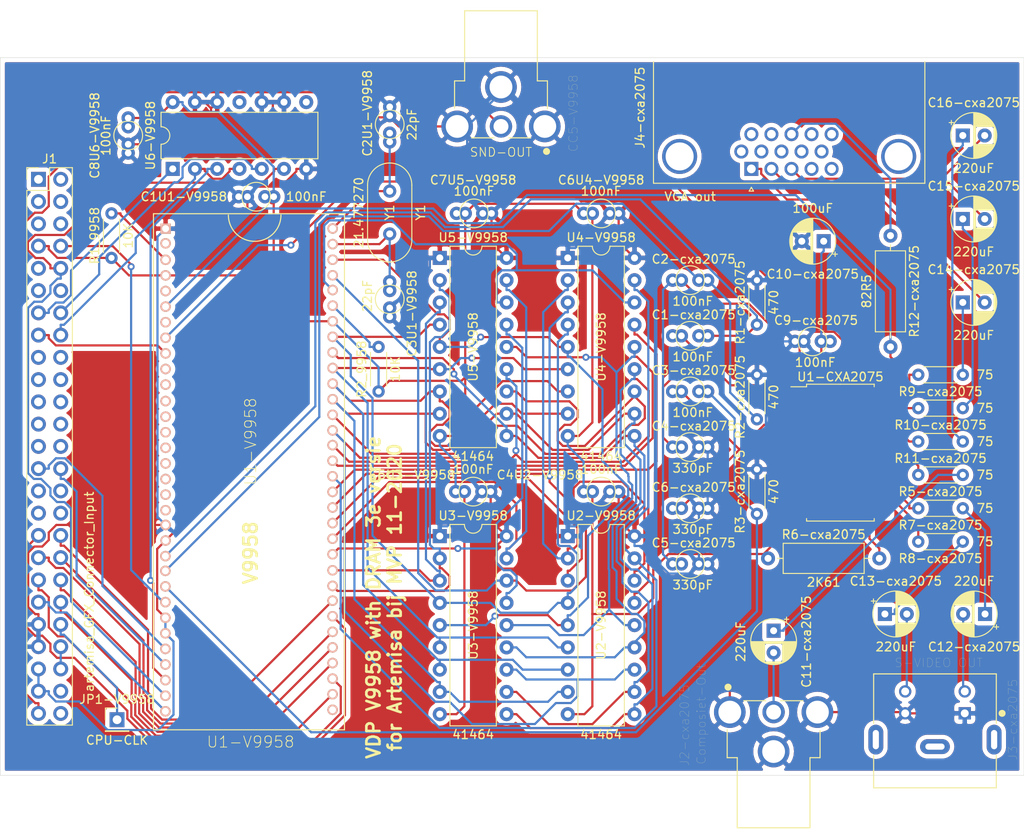
<source format=kicad_pcb>
(kicad_pcb (version 20171130) (host pcbnew 5.1.6-c6e7f7d~86~ubuntu18.04.1)
  (layers (0 F.Cu signal) (31 B.Cu signal) (34 B.Paste user) (35 F.Paste user) (36 B.SilkS user) (37 F.SilkS user) (38 B.Mask user) (39 F.Mask user) (44 Edge.Cuts user))
  (net 0 "")
  (net 1 "Net-(C2U1-V9958-Pad2)")
  (net 2 "Net-(C3U1-V9958-Pad2)")
  (net 3 "Net-(J1-Pad50)")
  (net 4 "Net-(CC5-V9958-Pad1)")
  (net 5 "Net-(J1-Pad48)")
  (net 6 "Net-(J1-Pad44)")
  (net 7 "Net-(J1-Pad42)")
  (net 8 CD6)
  (net 9 CD7)
  (net 10 CD4)
  (net 11 CD5)
  (net 12 CD2)
  (net 13 CD3)
  (net 14 CD0)
  (net 15 CD1)
  (net 16 "Net-(J1-Pad32)")
  (net 17 "Net-(J1-Pad31)")
  (net 18 "Net-(J1-Pad30)")
  (net 19 "Net-(J1-Pad29)")
  (net 20 M0)
  (net 21 M1)
  (net 22 "Net-(J1-Pad26)")
  (net 23 "Net-(J1-Pad25)")
  (net 24 "Net-(J1-Pad24)")
  (net 25 "Net-(J1-Pad23)")
  (net 26 "Net-(J1-Pad22)")
  (net 27 "Net-(J1-Pad21)")
  (net 28 "Net-(J1-Pad20)")
  (net 29 "Net-(J1-Pad19)")
  (net 30 "Net-(J1-Pad18)")
  (net 31 "Net-(J1-Pad17)")
  (net 32 "Net-(J1-Pad16)")
  (net 33 "Net-(J1-Pad15)")
  (net 34 "Net-(J1-Pad14)")
  (net 35 "Net-(J1-Pad13)")
  (net 36 "Net-(J1-Pad12)")
  (net 37 "Net-(J1-Pad11)")
  (net 38 "Net-(J1-Pad10)")
  (net 39 "Net-(J1-Pad9)")
  (net 40 "Net-(J1-Pad8)")
  (net 41 "Net-(J1-Pad6)")
  (net 42 "Net-(J1-Pad5)")
  (net 43 "Net-(J1-Pad4)")
  (net 44 "Net-(J1-Pad3)")
  (net 45 "Net-(J1-Pad2)")
  (net 46 "Net-(J1-Pad1)")
  (net 47 ~RAS)
  (net 48 ~CAS_0)
  (net 49 ~CAS_1)
  (net 50 R_W)
  (net 51 A7)
  (net 52 A6)
  (net 53 A5)
  (net 54 A4)
  (net 55 A3)
  (net 56 A2)
  (net 57 A1)
  (net 58 A0)
  (net 59 D7)
  (net 60 D6)
  (net 61 D5)
  (net 62 D4)
  (net 63 D3)
  (net 64 D2)
  (net 65 D1)
  (net 66 D0)
  (net 67 "Net-(U1-V9958-Pad33)")
  (net 68 "Net-(U1-V9958-Pad30)")
  (net 69 "Net-(U1-V9958-Pad19)")
  (net 70 "Net-(U1-V9958-Pad18)")
  (net 71 "Net-(U1-V9958-Pad17)")
  (net 72 "Net-(U1-V9958-Pad16)")
  (net 73 "Net-(U1-V9958-Pad15)")
  (net 74 "Net-(U1-V9958-Pad14)")
  (net 75 "Net-(U1-V9958-Pad13)")
  (net 76 "Net-(U1-V9958-Pad12)")
  (net 77 "Net-(U1-V9958-Pad11)")
  (net 78 "Net-(U1-V9958-Pad10)")
  (net 79 "Net-(U1-V9958-Pad7)")
  (net 80 "Net-(U1-V9958-Pad2)")
  (net 81 "Net-(U6-V9958-Pad8)")
  (net 82 "Net-(U6-V9958-Pad11)")
  (net 83 "Net-(R1_9958-Pad2)")
  (net 84 "Net-(R2_9958-Pad2)")
  (net 85 "Net-(C1-cxa2075-Pad1)")
  (net 86 "Net-(C11-cxa2075-Pad2)")
  (net 87 "Net-(C11-cxa2075-Pad1)")
  (net 88 "Net-(C12-cxa2075-Pad2)")
  (net 89 "Net-(C12-cxa2075-Pad1)")
  (net 90 "Net-(C13-cxa2075-Pad2)")
  (net 91 "Net-(C13-cxa2075-Pad1)")
  (net 92 "Net-(C14-cxa2075-Pad2)")
  (net 93 "Net-(C14-cxa2075-Pad1)")
  (net 94 "Net-(C15-cxa2075-Pad2)")
  (net 95 "Net-(C15-cxa2075-Pad1)")
  (net 96 "Net-(C16-cxa2075-Pad2)")
  (net 97 "Net-(C16-cxa2075-Pad1)")
  (net 98 "Net-(C2-cxa2075-Pad1)")
  (net 99 "Net-(C3-cxa2075-Pad1)")
  (net 100 "Net-(J4-cxa2075-Pad15)")
  (net 101 "Net-(J4-cxa2075-Pad14)")
  (net 102 "Net-(J4-cxa2075-Pad13)")
  (net 103 "Net-(J4-cxa2075-Pad12)")
  (net 104 "Net-(J4-cxa2075-Pad11)")
  (net 105 "Net-(J4-cxa2075-Pad10)")
  (net 106 "Net-(J4-cxa2075-Pad9)")
  (net 107 "Net-(J4-cxa2075-Pad8)")
  (net 108 "Net-(J4-cxa2075-Pad7)")
  (net 109 "Net-(J4-cxa2075-Pad6)")
  (net 110 "Net-(J4-cxa2075-Pad5)")
  (net 111 "Net-(J4-cxa2075-Pad4)")
  (net 112 "Net-(R10-cxa2075-Pad2)")
  (net 113 "Net-(R11-cxa2075-Pad2)")
  (net 114 "Net-(R5-cxa2075-Pad2)")
  (net 115 "Net-(R6-cxa2075-Pad2)")
  (net 116 "Net-(R7-cxa2075-Pad2)")
  (net 117 "Net-(R8-cxa2075-Pad2)")
  (net 118 "Net-(R9-cxa2075-Pad2)")
  (net 119 "Net-(U1-CXA2075-Pad18)")
  (net 120 "Net-(U1-CXA2075-Pad14)")
  (net 121 "Net-(U1-CXA2075-Pad13)")
  (net 122 "Net-(U1-CXA2075-Pad11)")
  (net 123 "Net-(U1-CXA2075-Pad9)")
  (net 124 "Net-(U1-CXA2075-Pad8)")
  (net 125 "Net-(U1-CXA2075-Pad5)")
  (net 126 2<->cxa2075)
  (net 127 7<->cxa2075)
  (net 128 1<->cxa2075)
  (net 129 3<->cxa2075)
  (net 130 4<->cxa2075)
  (net 131 6<->cxa2075)
  (net 132 8<->cxa2075)
  (net 133 5<->cxa2075)
  (module Package_SO:SOP-24_7.5x15.4mm_P1.27mm (layer F.Cu) (at 180.975 97.79)
    (fp_text reference U1-CXA2075 (at 0 -8.65) (layer F.SilkS))
    (fp_text value CXA2075)
    (pad 24 smd roundrect (at 4.65 -6.985) (size 2 0.55) (layers F.Cu F.Paste F.Mask) (net 127 7<->cxa2075))
    (pad 23 smd roundrect (at 4.65 -5.715) (size 2 0.55) (layers F.Cu F.Paste F.Mask) (net 118 "Net-(R9-cxa2075-Pad2)"))
    (pad 22 smd roundrect (at 4.65 -4.445) (size 2 0.55) (layers F.Cu F.Paste F.Mask) (net 112 "Net-(R10-cxa2075-Pad2)"))
    (pad 21 smd roundrect (at 4.65 -3.175) (size 2 0.55) (layers F.Cu F.Paste F.Mask) (net 113 "Net-(R11-cxa2075-Pad2)"))
    (pad 20 smd roundrect (at 4.65 -1.905) (size 2 0.55) (layers F.Cu F.Paste F.Mask) (net 114 "Net-(R5-cxa2075-Pad2)"))
    (pad 19 smd roundrect (at 4.65 -0.635) (size 2 0.55) (layers F.Cu F.Paste F.Mask) (net 128 1<->cxa2075))
    (pad 18 smd roundrect (at 4.65 0.635) (size 2 0.55) (layers F.Cu F.Paste F.Mask) (net 119 "Net-(U1-CXA2075-Pad18)"))
    (pad 17 smd roundrect (at 4.65 1.905) (size 2 0.55) (layers F.Cu F.Paste F.Mask) (net 115 "Net-(R6-cxa2075-Pad2)"))
    (pad 16 smd roundrect (at 4.65 3.175) (size 2 0.55) (layers F.Cu F.Paste F.Mask) (net 116 "Net-(R7-cxa2075-Pad2)"))
    (pad 15 smd roundrect (at 4.65 4.445) (size 2 0.55) (layers F.Cu F.Paste F.Mask) (net 117 "Net-(R8-cxa2075-Pad2)"))
    (pad 14 smd roundrect (at 4.65 5.715) (size 2 0.55) (layers F.Cu F.Paste F.Mask) (net 120 "Net-(U1-CXA2075-Pad14)"))
    (pad 13 smd roundrect (at 4.65 6.985) (size 2 0.55) (layers F.Cu F.Paste F.Mask) (net 121 "Net-(U1-CXA2075-Pad13)"))
    (pad 12 smd roundrect (at -4.65 6.985) (size 2 0.55) (layers F.Cu F.Paste F.Mask) (net 128 1<->cxa2075))
    (pad 11 smd roundrect (at -4.65 5.715) (size 2 0.55) (layers F.Cu F.Paste F.Mask) (net 122 "Net-(U1-CXA2075-Pad11)"))
    (pad 10 smd roundrect (at -4.65 4.445) (size 2 0.55) (layers F.Cu F.Paste F.Mask) (net 131 6<->cxa2075))
    (pad 9 smd roundrect (at -4.65 3.175) (size 2 0.55) (layers F.Cu F.Paste F.Mask) (net 123 "Net-(U1-CXA2075-Pad9)"))
    (pad 8 smd roundrect (at -4.65 1.905) (size 2 0.55) (layers F.Cu F.Paste F.Mask) (net 124 "Net-(U1-CXA2075-Pad8)"))
    (pad 7 smd roundrect (at -4.65 0.635) (size 2 0.55) (layers F.Cu F.Paste F.Mask) (net 128 1<->cxa2075))
    (pad 6 smd roundrect (at -4.65 -0.635) (size 2 0.55) (layers F.Cu F.Paste F.Mask) (net 132 8<->cxa2075))
    (pad 5 smd roundrect (at -4.65 -1.905) (size 2 0.55) (layers F.Cu F.Paste F.Mask) (net 125 "Net-(U1-CXA2075-Pad5)"))
    (pad 4 smd roundrect (at -4.65 -3.175) (size 2 0.55) (layers F.Cu F.Paste F.Mask) (net 99 "Net-(C3-cxa2075-Pad1)"))
    (pad 3 smd roundrect (at -4.65 -4.445) (size 2 0.55) (layers F.Cu F.Paste F.Mask) (net 85 "Net-(C1-cxa2075-Pad1)"))
    (pad 2 smd roundrect (at -4.65 -5.715) (size 2 0.55) (layers F.Cu F.Paste F.Mask) (net 98 "Net-(C2-cxa2075-Pad1)"))
    (pad 1 smd roundrect (at -4.65 -6.985) (size 2 0.55) (layers F.Cu F.Paste F.Mask) (net 127 7<->cxa2075))
  )
  (module Resistor_THT:R_Axial_DIN0204_L3.6mm_D1.6mm_P5.08mm_Horizontal (layer F.Cu) (at 194.945 88.9 180)
    (fp_text reference R9-cxa2075 (at 2.54 -1.92) (layer F.SilkS))
    (fp_text value 75 (at -2.54 0) (layer F.SilkS))
    (pad 2 thru_hole oval (at 5.08 0 180) (size 1.4 1.4) (drill 0.7) (layers *.Cu *.Mask) (net 118 "Net-(R9-cxa2075-Pad2)"))
    (pad 1 thru_hole circle (at 0 0 180) (size 1.4 1.4) (drill 0.7) (layers *.Cu *.Mask) (net 93 "Net-(C14-cxa2075-Pad1)"))
  )
  (module Resistor_THT:R_Axial_DIN0204_L3.6mm_D1.6mm_P5.08mm_Horizontal (layer F.Cu) (at 194.945 107.95 180)
    (fp_text reference R8-cxa2075 (at 2.54 -1.92) (layer F.SilkS))
    (fp_text value 75 (at -2.54 0) (layer F.SilkS))
    (pad 2 thru_hole oval (at 5.08 0 180) (size 1.4 1.4) (drill 0.7) (layers *.Cu *.Mask) (net 117 "Net-(R8-cxa2075-Pad2)"))
    (pad 1 thru_hole circle (at 0 0 180) (size 1.4 1.4) (drill 0.7) (layers *.Cu *.Mask) (net 91 "Net-(C13-cxa2075-Pad1)"))
  )
  (module Resistor_THT:R_Axial_DIN0204_L3.6mm_D1.6mm_P5.08mm_Horizontal (layer F.Cu) (at 194.945 104.14 180)
    (fp_text reference R7-cxa2075 (at 2.54 -1.92) (layer F.SilkS))
    (fp_text value 75 (at -2.54 0) (layer F.SilkS))
    (pad 2 thru_hole oval (at 5.08 0 180) (size 1.4 1.4) (drill 0.7) (layers *.Cu *.Mask) (net 116 "Net-(R7-cxa2075-Pad2)"))
    (pad 1 thru_hole circle (at 0 0 180) (size 1.4 1.4) (drill 0.7) (layers *.Cu *.Mask) (net 89 "Net-(C12-cxa2075-Pad1)"))
  )
  (module Resistor_THT:R_Axial_DIN0309_L9.0mm_D3.2mm_P12.70mm_Horizontal (layer F.Cu) (at 172.72 109.855)
    (fp_text reference R6-cxa2075 (at 6.35 -2.72) (layer F.SilkS))
    (fp_text value 2K61 (at 6.35 2.72) (layer F.SilkS))
    (pad 2 thru_hole oval (at 12.7 0) (size 1.6 1.6) (drill 0.8) (layers *.Cu *.Mask) (net 115 "Net-(R6-cxa2075-Pad2)"))
    (pad 1 thru_hole circle (at 0 0) (size 1.6 1.6) (drill 0.8) (layers *.Cu *.Mask) (net 128 1<->cxa2075))
  )
  (module Resistor_THT:R_Axial_DIN0204_L3.6mm_D1.6mm_P5.08mm_Horizontal (layer F.Cu) (at 194.945 100.33 180)
    (fp_text reference R5-cxa2075 (at 2.54 -1.905) (layer F.SilkS))
    (fp_text value 75 (at -2.54 0) (layer F.SilkS))
    (pad 2 thru_hole oval (at 5.08 0 180) (size 1.4 1.4) (drill 0.7) (layers *.Cu *.Mask) (net 114 "Net-(R5-cxa2075-Pad2)"))
    (pad 1 thru_hole circle (at 0 0 180) (size 1.4 1.4) (drill 0.7) (layers *.Cu *.Mask) (net 87 "Net-(C11-cxa2075-Pad1)"))
  )
  (module Resistor_THT:R_Axial_DIN0204_L3.6mm_D1.6mm_P5.08mm_Horizontal (layer F.Cu) (at 171.45 104.775 90)
    (fp_text reference R3-cxa2075 (at 2.54 -1.92 90) (layer F.SilkS))
    (fp_text value 470 (at 2.54 1.92 90) (layer F.SilkS))
    (pad 2 thru_hole oval (at 5.08 0 90) (size 1.4 1.4) (drill 0.7) (layers *.Cu *.Mask) (net 127 7<->cxa2075))
    (pad 1 thru_hole circle (at 0 0 90) (size 1.4 1.4) (drill 0.7) (layers *.Cu *.Mask) (net 130 4<->cxa2075))
  )
  (module Resistor_THT:R_Axial_DIN0204_L3.6mm_D1.6mm_P5.08mm_Horizontal (layer F.Cu) (at 171.45 93.98 90)
    (fp_text reference R2-cxa2075 (at 2.54 -1.92 90) (layer F.SilkS))
    (fp_text value 470 (at 2.54 1.92 90) (layer F.SilkS))
    (pad 2 thru_hole oval (at 5.08 0 90) (size 1.4 1.4) (drill 0.7) (layers *.Cu *.Mask) (net 127 7<->cxa2075))
    (pad 1 thru_hole circle (at 0 0 90) (size 1.4 1.4) (drill 0.7) (layers *.Cu *.Mask) (net 129 3<->cxa2075))
  )
  (module Resistor_THT:R_Axial_DIN0309_L9.0mm_D3.2mm_P12.70mm_Horizontal (layer F.Cu) (at 186.69 73.025 270)
    (fp_text reference R12-cxa2075 (at 6.35 -2.72 90) (layer F.SilkS))
    (fp_text value 82R5 (at 6.35 2.72 90) (layer F.SilkS))
    (pad 2 thru_hole oval (at 12.7 0 270) (size 1.6 1.6) (drill 0.8) (layers *.Cu *.Mask) (net 131 6<->cxa2075))
    (pad 1 thru_hole circle (at 0 0 270) (size 1.6 1.6) (drill 0.8) (layers *.Cu *.Mask) (net 102 "Net-(J4-cxa2075-Pad13)"))
  )
  (module Resistor_THT:R_Axial_DIN0204_L3.6mm_D1.6mm_P5.08mm_Horizontal (layer F.Cu) (at 194.945 96.52 180)
    (fp_text reference R11-cxa2075 (at 2.54 -1.92) (layer F.SilkS))
    (fp_text value 75 (at -2.54 0) (layer F.SilkS))
    (pad 2 thru_hole oval (at 5.08 0 180) (size 1.4 1.4) (drill 0.7) (layers *.Cu *.Mask) (net 113 "Net-(R11-cxa2075-Pad2)"))
    (pad 1 thru_hole circle (at 0 0 180) (size 1.4 1.4) (drill 0.7) (layers *.Cu *.Mask) (net 97 "Net-(C16-cxa2075-Pad1)"))
  )
  (module Resistor_THT:R_Axial_DIN0204_L3.6mm_D1.6mm_P5.08mm_Horizontal (layer F.Cu) (at 194.945 92.71 180)
    (fp_text reference R10-cxa2075 (at 2.54 -1.92) (layer F.SilkS))
    (fp_text value 75 (at -2.54 0) (layer F.SilkS))
    (pad 2 thru_hole oval (at 5.08 0 180) (size 1.4 1.4) (drill 0.7) (layers *.Cu *.Mask) (net 112 "Net-(R10-cxa2075-Pad2)"))
    (pad 1 thru_hole circle (at 0 0 180) (size 1.4 1.4) (drill 0.7) (layers *.Cu *.Mask) (net 95 "Net-(C15-cxa2075-Pad1)"))
  )
  (module Resistor_THT:R_Axial_DIN0204_L3.6mm_D1.6mm_P5.08mm_Horizontal (layer F.Cu) (at 171.45 83.185 90)
    (fp_text reference R1-cxa2075 (at 2.54 -1.92 90) (layer F.SilkS))
    (fp_text value 470 (at 2.54 1.92 90) (layer F.SilkS))
    (pad 2 thru_hole oval (at 5.08 0 90) (size 1.4 1.4) (drill 0.7) (layers *.Cu *.Mask) (net 127 7<->cxa2075))
    (pad 1 thru_hole circle (at 0 0 90) (size 1.4 1.4) (drill 0.7) (layers *.Cu *.Mask) (net 126 2<->cxa2075))
  )
  (module Connector_Dsub:DSUB-15-HD_Female_Horizontal_P2.29x1.98mm_EdgePinOffset8.35mm_Housed_MountingHolesOffset10.89mm (layer F.Cu) (at 170.815 65.405 180)
    (fp_text reference J4-cxa2075 (at 12.7 6.985 90) (layer F.SilkS))
    (fp_text value "VGA out" (at 6.985 -3.175) (layer F.SilkS))
    (pad 0 thru_hole circle (at 8.185 1.42 180) (size 4 4) (drill 3.2) (layers *.Cu *.Mask))
    (pad 0 thru_hole circle (at -16.815 1.42 180) (size 4 4) (drill 3.2) (layers *.Cu *.Mask))
    (pad 15 thru_hole circle (at -9.16 3.96 180) (size 1.6 1.6) (drill 1) (layers *.Cu *.Mask) (net 100 "Net-(J4-cxa2075-Pad15)"))
    (pad 14 thru_hole circle (at -6.87 3.96 180) (size 1.6 1.6) (drill 1) (layers *.Cu *.Mask) (net 101 "Net-(J4-cxa2075-Pad14)"))
    (pad 13 thru_hole circle (at -4.58 3.96 180) (size 1.6 1.6) (drill 1) (layers *.Cu *.Mask) (net 102 "Net-(J4-cxa2075-Pad13)"))
    (pad 12 thru_hole circle (at -2.29 3.96 180) (size 1.6 1.6) (drill 1) (layers *.Cu *.Mask) (net 103 "Net-(J4-cxa2075-Pad12)"))
    (pad 11 thru_hole circle (at 0 3.96 180) (size 1.6 1.6) (drill 1) (layers *.Cu *.Mask) (net 104 "Net-(J4-cxa2075-Pad11)"))
    (pad 10 thru_hole circle (at -8.015 1.98 180) (size 1.6 1.6) (drill 1) (layers *.Cu *.Mask) (net 105 "Net-(J4-cxa2075-Pad10)"))
    (pad 9 thru_hole circle (at -5.725 1.98 180) (size 1.6 1.6) (drill 1) (layers *.Cu *.Mask) (net 106 "Net-(J4-cxa2075-Pad9)"))
    (pad 8 thru_hole circle (at -3.435 1.98 180) (size 1.6 1.6) (drill 1) (layers *.Cu *.Mask) (net 107 "Net-(J4-cxa2075-Pad8)"))
    (pad 7 thru_hole circle (at -1.145 1.98 180) (size 1.6 1.6) (drill 1) (layers *.Cu *.Mask) (net 108 "Net-(J4-cxa2075-Pad7)"))
    (pad 6 thru_hole circle (at 1.145 1.98 180) (size 1.6 1.6) (drill 1) (layers *.Cu *.Mask) (net 109 "Net-(J4-cxa2075-Pad6)"))
    (pad 5 thru_hole circle (at -9.16 0 180) (size 1.6 1.6) (drill 1) (layers *.Cu *.Mask) (net 110 "Net-(J4-cxa2075-Pad5)"))
    (pad 4 thru_hole circle (at -6.87 0 180) (size 1.6 1.6) (drill 1) (layers *.Cu *.Mask) (net 111 "Net-(J4-cxa2075-Pad4)"))
    (pad 3 thru_hole circle (at -4.58 0 180) (size 1.6 1.6) (drill 1) (layers *.Cu *.Mask) (net 96 "Net-(C16-cxa2075-Pad2)"))
    (pad 2 thru_hole circle (at -2.29 0 180) (size 1.6 1.6) (drill 1) (layers *.Cu *.Mask) (net 94 "Net-(C15-cxa2075-Pad2)"))
    (pad 1 thru_hole rect (at 0 0 180) (size 1.6 1.6) (drill 1) (layers *.Cu *.Mask) (net 92 "Net-(C14-cxa2075-Pad2)"))
  )
  (module v9958:CUI_MD-40SM (layer F.Cu) (at 191.77 129.54 180)
    (fp_text reference J3-cxa2075 (at -8.89 1.27 90) (layer F.SilkS) (effects (font (size 1.000181 1.000181) (thickness 0.015))))
    (fp_text value "S-VIDEO OUT" (at -0.43547 7.77367) (layer F.SilkS) (effects (font (size 1.001118 1.001118) (thickness 0.015))))
    (pad S1 thru_hole oval (at -6.75 -1 180) (size 1.7 3.4) (drill oval 0.7 2.2) (layers *.Cu *.Mask))
    (pad S2 thru_hole oval (at 0 -1.8 180) (size 3.4 1.7) (drill oval 2.2 0.7) (layers *.Cu *.Mask))
    (pad S3 thru_hole oval (at 6.75 -1 180) (size 1.7 3.4) (drill oval 0.7 2.2) (layers *.Cu *.Mask))
    (pad 3 thru_hole circle (at -3.4 4.5 180) (size 1.408 1.408) (drill 0.9) (layers *.Cu *.Mask) (net 88 "Net-(C12-cxa2075-Pad2)"))
    (pad 1 thru_hole rect (at -3.4 2 180) (size 1.408 1.408) (drill 0.9) (layers *.Cu *.Mask) (net 127 7<->cxa2075))
    (pad 2 thru_hole circle (at 3.4 2 180) (size 1.408 1.408) (drill 0.9) (layers *.Cu *.Mask) (net 127 7<->cxa2075))
    (pad 4 thru_hole circle (at 3.4 4.5 180) (size 1.408 1.408) (drill 0.9) (layers *.Cu *.Mask) (net 90 "Net-(C13-cxa2075-Pad2)"))
  )
  (module v9958:CUI_RCJ-013 (layer F.Cu) (at 173.355 133.35 90)
    (fp_text reference J2-cxa2075 (at 4.445 -10.16 90) (layer F.SilkS) (effects (font (size 1.001402 1.001402) (thickness 0.015))))
    (fp_text value Composiet-Out (at 5.715 -8.255 90) (layer F.SilkS) (effects (font (size 1.000748 1.000748) (thickness 0.015))))
    (pad 1 thru_hole circle (at 5.95 0 90) (size 2.55 2.55) (drill 1.7) (layers *.Cu *.Mask) (net 86 "Net-(C11-cxa2075-Pad2)"))
    (pad 2 thru_hole circle (at 5.95 -5 90) (size 3.616 3.616) (drill 2.6) (layers *.Cu *.Mask) (net 127 7<->cxa2075))
    (pad 2 thru_hole circle (at 5.95 5 90) (size 3.616 3.616) (drill 2.6) (layers *.Cu *.Mask) (net 127 7<->cxa2075))
    (pad 2 thru_hole circle (at 1.45 0 90) (size 3.616 3.616) (drill 2.6) (layers *.Cu *.Mask) (net 127 7<->cxa2075))
  )
  (module v9958:C_dual_hole_radial (layer F.Cu) (at 177.8 85.09)
    (fp_text reference C9-cxa2075 (at 0.4 -2.4) (layer F.SilkS))
    (fp_text value 100nF (at 0.3 2.4) (layer F.SilkS))
    (pad 2 thru_hole circle (at 2 0) (size 1.524 1.524) (drill 0.762) (layers *.Cu *.Mask) (net 128 1<->cxa2075))
    (pad 1 thru_hole circle (at -2 0) (size 1.524 1.524) (drill 0.762) (layers *.Cu *.Mask) (net 127 7<->cxa2075))
    (pad 2 thru_hole circle (at 1 0) (size 1.524 1.524) (drill 0.762) (layers *.Cu *.Mask) (net 128 1<->cxa2075))
    (pad 1 thru_hole circle (at -1 0) (size 1.524 1.524) (drill 0.762) (layers *.Cu *.Mask) (net 127 7<->cxa2075))
  )
  (module v9958:C_dual_hole_radial (layer F.Cu) (at 163.83 104.14)
    (fp_text reference C6-cxa2075 (at 0.4 -2.4) (layer F.SilkS))
    (fp_text value 330pF (at 0.3 2.4) (layer F.SilkS))
    (pad 2 thru_hole circle (at 2 0) (size 1.524 1.524) (drill 0.762) (layers *.Cu *.Mask) (net 127 7<->cxa2075))
    (pad 1 thru_hole circle (at -2 0) (size 1.524 1.524) (drill 0.762) (layers *.Cu *.Mask) (net 99 "Net-(C3-cxa2075-Pad1)"))
    (pad 2 thru_hole circle (at 1 0) (size 1.524 1.524) (drill 0.762) (layers *.Cu *.Mask) (net 127 7<->cxa2075))
    (pad 1 thru_hole circle (at -1 0) (size 1.524 1.524) (drill 0.762) (layers *.Cu *.Mask) (net 99 "Net-(C3-cxa2075-Pad1)"))
  )
  (module v9958:C_dual_hole_radial (layer F.Cu) (at 163.83 110.49)
    (fp_text reference C5-cxa2075 (at 0.4 -2.4) (layer F.SilkS))
    (fp_text value 330pF (at 0.3 2.4) (layer F.SilkS))
    (pad 2 thru_hole circle (at 2 0) (size 1.524 1.524) (drill 0.762) (layers *.Cu *.Mask) (net 127 7<->cxa2075))
    (pad 1 thru_hole circle (at -2 0) (size 1.524 1.524) (drill 0.762) (layers *.Cu *.Mask) (net 98 "Net-(C2-cxa2075-Pad1)"))
    (pad 2 thru_hole circle (at 1 0) (size 1.524 1.524) (drill 0.762) (layers *.Cu *.Mask) (net 127 7<->cxa2075))
    (pad 1 thru_hole circle (at -1 0) (size 1.524 1.524) (drill 0.762) (layers *.Cu *.Mask) (net 98 "Net-(C2-cxa2075-Pad1)"))
  )
  (module v9958:C_dual_hole_radial (layer F.Cu) (at 163.83 97.155)
    (fp_text reference C4-cxa2075 (at 0.4 -2.4) (layer F.SilkS))
    (fp_text value 330pF (at 0.3 2.4) (layer F.SilkS))
    (pad 2 thru_hole circle (at 2 0) (size 1.524 1.524) (drill 0.762) (layers *.Cu *.Mask) (net 127 7<->cxa2075))
    (pad 1 thru_hole circle (at -2 0) (size 1.524 1.524) (drill 0.762) (layers *.Cu *.Mask) (net 85 "Net-(C1-cxa2075-Pad1)"))
    (pad 2 thru_hole circle (at 1 0) (size 1.524 1.524) (drill 0.762) (layers *.Cu *.Mask) (net 127 7<->cxa2075))
    (pad 1 thru_hole circle (at -1 0) (size 1.524 1.524) (drill 0.762) (layers *.Cu *.Mask) (net 85 "Net-(C1-cxa2075-Pad1)"))
  )
  (module v9958:C_dual_hole_radial (layer F.Cu) (at 163.83 90.805)
    (fp_text reference C3-cxa2075 (at 0.4 -2.4) (layer F.SilkS))
    (fp_text value 100nF (at 0.3 2.4) (layer F.SilkS))
    (pad 2 thru_hole circle (at 2 0) (size 1.524 1.524) (drill 0.762) (layers *.Cu *.Mask) (net 130 4<->cxa2075))
    (pad 1 thru_hole circle (at -2 0) (size 1.524 1.524) (drill 0.762) (layers *.Cu *.Mask) (net 99 "Net-(C3-cxa2075-Pad1)"))
    (pad 2 thru_hole circle (at 1 0) (size 1.524 1.524) (drill 0.762) (layers *.Cu *.Mask) (net 130 4<->cxa2075))
    (pad 1 thru_hole circle (at -1 0) (size 1.524 1.524) (drill 0.762) (layers *.Cu *.Mask) (net 99 "Net-(C3-cxa2075-Pad1)"))
  )
  (module v9958:C_dual_hole_radial (layer F.Cu) (at 163.83 78.105)
    (fp_text reference C2-cxa2075 (at 0.4 -2.4) (layer F.SilkS))
    (fp_text value 100nF (at 0.3 2.4) (layer F.SilkS))
    (pad 2 thru_hole circle (at 2 0) (size 1.524 1.524) (drill 0.762) (layers *.Cu *.Mask) (net 129 3<->cxa2075))
    (pad 1 thru_hole circle (at -2 0) (size 1.524 1.524) (drill 0.762) (layers *.Cu *.Mask) (net 98 "Net-(C2-cxa2075-Pad1)"))
    (pad 2 thru_hole circle (at 1 0) (size 1.524 1.524) (drill 0.762) (layers *.Cu *.Mask) (net 129 3<->cxa2075))
    (pad 1 thru_hole circle (at -1 0) (size 1.524 1.524) (drill 0.762) (layers *.Cu *.Mask) (net 98 "Net-(C2-cxa2075-Pad1)"))
  )
  (module Capacitor_THT:CP_Radial_D5.0mm_P2.50mm (layer F.Cu) (at 194.945 61.595)
    (fp_text reference C16-cxa2075 (at 1.25 -3.75) (layer F.SilkS))
    (fp_text value 220uF (at 1.25 3.75) (layer F.SilkS))
    (pad 2 thru_hole circle (at 2.5 0) (size 1.6 1.6) (drill 0.8) (layers *.Cu *.Mask) (net 96 "Net-(C16-cxa2075-Pad2)"))
    (pad 1 thru_hole rect (at 0 0) (size 1.6 1.6) (drill 0.8) (layers *.Cu *.Mask) (net 97 "Net-(C16-cxa2075-Pad1)"))
  )
  (module Capacitor_THT:CP_Radial_D5.0mm_P2.50mm (layer F.Cu) (at 194.945 71.12)
    (fp_text reference C15-cxa2075 (at 1.25 -3.75) (layer F.SilkS))
    (fp_text value 220uF (at 1.25 3.75) (layer F.SilkS))
    (pad 2 thru_hole circle (at 2.5 0) (size 1.6 1.6) (drill 0.8) (layers *.Cu *.Mask) (net 94 "Net-(C15-cxa2075-Pad2)"))
    (pad 1 thru_hole rect (at 0 0) (size 1.6 1.6) (drill 0.8) (layers *.Cu *.Mask) (net 95 "Net-(C15-cxa2075-Pad1)"))
  )
  (module Capacitor_THT:CP_Radial_D5.0mm_P2.50mm (layer F.Cu) (at 194.945 80.645)
    (fp_text reference C14-cxa2075 (at 1.25 -3.75) (layer F.SilkS))
    (fp_text value 220uF (at 1.25 3.75) (layer F.SilkS))
    (pad 2 thru_hole circle (at 2.5 0) (size 1.6 1.6) (drill 0.8) (layers *.Cu *.Mask) (net 92 "Net-(C14-cxa2075-Pad2)"))
    (pad 1 thru_hole rect (at 0 0) (size 1.6 1.6) (drill 0.8) (layers *.Cu *.Mask) (net 93 "Net-(C14-cxa2075-Pad1)"))
  )
  (module Capacitor_THT:CP_Radial_D5.0mm_P2.50mm (layer F.Cu) (at 186.055 116.205)
    (fp_text reference C13-cxa2075 (at 1.25 -3.75) (layer F.SilkS))
    (fp_text value 220uF (at 1.25 3.75) (layer F.SilkS))
    (pad 2 thru_hole circle (at 2.5 0) (size 1.6 1.6) (drill 0.8) (layers *.Cu *.Mask) (net 90 "Net-(C13-cxa2075-Pad2)"))
    (pad 1 thru_hole rect (at 0 0) (size 1.6 1.6) (drill 0.8) (layers *.Cu *.Mask) (net 91 "Net-(C13-cxa2075-Pad1)"))
  )
  (module Capacitor_THT:CP_Radial_D5.0mm_P2.50mm (layer F.Cu) (at 197.485 116.205 180)
    (fp_text reference C12-cxa2075 (at 1.25 -3.75) (layer F.SilkS))
    (fp_text value 220uF (at 1.25 3.75) (layer F.SilkS))
    (pad 2 thru_hole circle (at 2.5 0 180) (size 1.6 1.6) (drill 0.8) (layers *.Cu *.Mask) (net 88 "Net-(C12-cxa2075-Pad2)"))
    (pad 1 thru_hole rect (at 0 0 180) (size 1.6 1.6) (drill 0.8) (layers *.Cu *.Mask) (net 89 "Net-(C12-cxa2075-Pad1)"))
  )
  (module Capacitor_THT:CP_Radial_D5.0mm_P2.50mm (layer F.Cu) (at 173.355 118.11 270)
    (fp_text reference C11-cxa2075 (at 1.25 -3.75 90) (layer F.SilkS))
    (fp_text value 220uF (at 1.25 3.75 90) (layer F.SilkS))
    (pad 2 thru_hole circle (at 2.5 0 270) (size 1.6 1.6) (drill 0.8) (layers *.Cu *.Mask) (net 86 "Net-(C11-cxa2075-Pad2)"))
    (pad 1 thru_hole rect (at 0 0 270) (size 1.6 1.6) (drill 0.8) (layers *.Cu *.Mask) (net 87 "Net-(C11-cxa2075-Pad1)"))
  )
  (module Capacitor_THT:CP_Radial_D5.0mm_P2.50mm (layer F.Cu) (at 179.07 73.66 180)
    (fp_text reference C10-cxa2075 (at 1.25 -3.75) (layer F.SilkS))
    (fp_text value 100uF (at 1.25 3.75) (layer F.SilkS))
    (pad 2 thru_hole circle (at 2.5 0 180) (size 1.6 1.6) (drill 0.8) (layers *.Cu *.Mask) (net 127 7<->cxa2075))
    (pad 1 thru_hole rect (at 0 0 180) (size 1.6 1.6) (drill 0.8) (layers *.Cu *.Mask) (net 128 1<->cxa2075))
  )
  (module v9958:C_dual_hole_radial (layer F.Cu) (at 163.83 84.455)
    (fp_text reference C1-cxa2075 (at 0.4 -2.4) (layer F.SilkS))
    (fp_text value 100nF (at 0.3 2.4) (layer F.SilkS))
    (pad 2 thru_hole circle (at 2 0) (size 1.524 1.524) (drill 0.762) (layers *.Cu *.Mask) (net 126 2<->cxa2075))
    (pad 1 thru_hole circle (at -2 0) (size 1.524 1.524) (drill 0.762) (layers *.Cu *.Mask) (net 85 "Net-(C1-cxa2075-Pad1)"))
    (pad 2 thru_hole circle (at 1 0) (size 1.524 1.524) (drill 0.762) (layers *.Cu *.Mask) (net 126 2<->cxa2075))
    (pad 1 thru_hole circle (at -1 0) (size 1.524 1.524) (drill 0.762) (layers *.Cu *.Mask) (net 85 "Net-(C1-cxa2075-Pad1)"))
  )
  (module Connector_PinHeader_2.54mm:PinHeader_1x01_P2.54mm_Vertical (layer F.Cu) (at 98.425 128.27)
    (fp_text reference JP1-V9958 (at 0 -2.33) (layer F.SilkS))
    (fp_text value CPU-CLK (at 0 2.33) (layer F.SilkS))
    (pad 1 thru_hole rect (at 0 0) (size 1.7 1.7) (drill 1) (layers *.Cu *.Mask) (net 7 "Net-(J1-Pad42)"))
  )
  (module Resistor_THT:R_Axial_DIN0204_L3.6mm_D1.6mm_P5.08mm_Horizontal (layer F.Cu) (at 128.27 90.805 90)
    (fp_text reference R2_9958 (at 2.54 -1.92 90) (layer F.SilkS))
    (fp_text value 10K (at 2.54 1.92 90) (layer F.SilkS))
    (pad 2 thru_hole oval (at 5.08 0 90) (size 1.4 1.4) (drill 0.7) (layers *.Cu *.Mask) (net 84 "Net-(R2_9958-Pad2)"))
    (pad 1 thru_hole circle (at 0 0 90) (size 1.4 1.4) (drill 0.7) (layers *.Cu *.Mask) (net 128 1<->cxa2075))
  )
  (module Resistor_THT:R_Axial_DIN0204_L3.6mm_D1.6mm_P5.08mm_Horizontal (layer F.Cu) (at 97.79 75.565 90)
    (fp_text reference R1_9958 (at 2.54 -1.92 90) (layer F.SilkS))
    (fp_text value 10K (at 2.54 1.92 90) (layer F.SilkS))
    (pad 2 thru_hole oval (at 5.08 0 90) (size 1.4 1.4) (drill 0.7) (layers *.Cu *.Mask) (net 83 "Net-(R1_9958-Pad2)"))
    (pad 1 thru_hole circle (at 0 0 90) (size 1.4 1.4) (drill 0.7) (layers *.Cu *.Mask) (net 128 1<->cxa2075))
  )
  (module v9958:C_dual_hole_radial (layer F.Cu) (at 139.065 102.235)
    (fp_text reference C5U3-V9958 (at -6.985 -1.905) (layer F.SilkS))
    (fp_text value 100nF (at 0 -2.54) (layer F.SilkS))
    (pad 2 thru_hole circle (at 2 0) (size 1.524 1.524) (drill 0.762) (layers *.Cu *.Mask) (net 127 7<->cxa2075))
    (pad 1 thru_hole circle (at -2 0) (size 1.524 1.524) (drill 0.762) (layers *.Cu *.Mask) (net 128 1<->cxa2075))
    (pad 2 thru_hole circle (at 1 0) (size 1.524 1.524) (drill 0.762) (layers *.Cu *.Mask) (net 127 7<->cxa2075))
    (pad 1 thru_hole circle (at -1 0) (size 1.524 1.524) (drill 0.762) (layers *.Cu *.Mask) (net 128 1<->cxa2075))
  )
  (module v9958:C_dual_hole_radial (layer F.Cu) (at 153.67 102.235)
    (fp_text reference C4U2-V9958 (at -6.985 -1.905) (layer F.SilkS))
    (fp_text value 100nF (at 0 -2.54) (layer F.SilkS))
    (pad 2 thru_hole circle (at 2 0) (size 1.524 1.524) (drill 0.762) (layers *.Cu *.Mask) (net 127 7<->cxa2075))
    (pad 1 thru_hole circle (at -2 0) (size 1.524 1.524) (drill 0.762) (layers *.Cu *.Mask) (net 128 1<->cxa2075))
    (pad 2 thru_hole circle (at 1 0) (size 1.524 1.524) (drill 0.762) (layers *.Cu *.Mask) (net 127 7<->cxa2075))
    (pad 1 thru_hole circle (at -1 0) (size 1.524 1.524) (drill 0.762) (layers *.Cu *.Mask) (net 128 1<->cxa2075))
  )
  (module v9958:C_dual_hole_radial (layer F.Cu) (at 153.67 70.485)
    (fp_text reference C6U4-V9958 (at 0 -3.81) (layer F.SilkS))
    (fp_text value 100nF (at 0 -2.54) (layer F.SilkS))
    (pad 2 thru_hole circle (at 2 0) (size 1.524 1.524) (drill 0.762) (layers *.Cu *.Mask) (net 127 7<->cxa2075))
    (pad 1 thru_hole circle (at -2 0) (size 1.524 1.524) (drill 0.762) (layers *.Cu *.Mask) (net 128 1<->cxa2075))
    (pad 2 thru_hole circle (at 1 0) (size 1.524 1.524) (drill 0.762) (layers *.Cu *.Mask) (net 127 7<->cxa2075))
    (pad 1 thru_hole circle (at -1 0) (size 1.524 1.524) (drill 0.762) (layers *.Cu *.Mask) (net 128 1<->cxa2075))
  )
  (module v9958:C_dual_hole_radial (layer F.Cu) (at 139.16 70.485)
    (fp_text reference C7U5-V9958 (at -0.095 -3.81) (layer F.SilkS))
    (fp_text value 100nF (at 0 -2.54) (layer F.SilkS))
    (pad 2 thru_hole circle (at 2 0) (size 1.524 1.524) (drill 0.762) (layers *.Cu *.Mask) (net 127 7<->cxa2075))
    (pad 1 thru_hole circle (at -2 0) (size 1.524 1.524) (drill 0.762) (layers *.Cu *.Mask) (net 128 1<->cxa2075))
    (pad 2 thru_hole circle (at 1 0) (size 1.524 1.524) (drill 0.762) (layers *.Cu *.Mask) (net 127 7<->cxa2075))
    (pad 1 thru_hole circle (at -1 0) (size 1.524 1.524) (drill 0.762) (layers *.Cu *.Mask) (net 128 1<->cxa2075))
  )
  (module v9958:C_dual_hole_radial (layer F.Cu) (at 129.54 80.28 90)
    (fp_text reference C3U1-V9958 (at -1.635 2.54 90) (layer F.SilkS))
    (fp_text value 22pF (at 0.365 -2.54 90) (layer F.SilkS))
    (pad 2 thru_hole circle (at 2 0 90) (size 1.524 1.524) (drill 0.762) (layers *.Cu *.Mask) (net 2 "Net-(C3U1-V9958-Pad2)"))
    (pad 1 thru_hole circle (at -2 0 90) (size 1.524 1.524) (drill 0.762) (layers *.Cu *.Mask) (net 127 7<->cxa2075))
    (pad 2 thru_hole circle (at 1 0 90) (size 1.524 1.524) (drill 0.762) (layers *.Cu *.Mask) (net 2 "Net-(C3U1-V9958-Pad2)"))
    (pad 1 thru_hole circle (at -1 0 90) (size 1.524 1.524) (drill 0.762) (layers *.Cu *.Mask) (net 127 7<->cxa2075))
  )
  (module v9958:C_dual_hole_radial (layer F.Cu) (at 129.54 60.325 270)
    (fp_text reference C2U1-V9958 (at -1.27 2.54 90) (layer F.SilkS))
    (fp_text value 22pF (at 0 -2.54 90) (layer F.SilkS))
    (pad 2 thru_hole circle (at 2 0 270) (size 1.524 1.524) (drill 0.762) (layers *.Cu *.Mask) (net 1 "Net-(C2U1-V9958-Pad2)"))
    (pad 1 thru_hole circle (at -2 0 270) (size 1.524 1.524) (drill 0.762) (layers *.Cu *.Mask) (net 127 7<->cxa2075))
    (pad 2 thru_hole circle (at 1 0 270) (size 1.524 1.524) (drill 0.762) (layers *.Cu *.Mask) (net 1 "Net-(C2U1-V9958-Pad2)"))
    (pad 1 thru_hole circle (at -1 0 270) (size 1.524 1.524) (drill 0.762) (layers *.Cu *.Mask) (net 127 7<->cxa2075))
  )
  (module Package_DIP:DIP-14_W7.62mm (layer F.Cu) (at 104.775 65.405 90)
    (fp_text reference U6-V9958 (at 3.81 -2.54 90) (layer F.SilkS))
    (fp_text value 74LS32)
    (pad 14 thru_hole oval (at 7.62 0 90) (size 1.6 1.6) (drill 0.8) (layers *.Cu *.Mask) (net 128 1<->cxa2075))
    (pad 7 thru_hole oval (at 0 15.24 90) (size 1.6 1.6) (drill 0.8) (layers *.Cu *.Mask) (net 127 7<->cxa2075))
    (pad 13 thru_hole oval (at 7.62 2.54 90) (size 1.6 1.6) (drill 0.8) (layers *.Cu *.Mask) (net 127 7<->cxa2075))
    (pad 6 thru_hole oval (at 0 12.7 90) (size 1.6 1.6) (drill 0.8) (layers *.Cu *.Mask) (net 38 "Net-(J1-Pad10)"))
    (pad 12 thru_hole oval (at 7.62 5.08 90) (size 1.6 1.6) (drill 0.8) (layers *.Cu *.Mask) (net 127 7<->cxa2075))
    (pad 5 thru_hole oval (at 0 10.16 90) (size 1.6 1.6) (drill 0.8) (layers *.Cu *.Mask) (net 34 "Net-(J1-Pad14)"))
    (pad 11 thru_hole oval (at 7.62 7.62 90) (size 1.6 1.6) (drill 0.8) (layers *.Cu *.Mask) (net 82 "Net-(U6-V9958-Pad11)"))
    (pad 4 thru_hole oval (at 0 7.62 90) (size 1.6 1.6) (drill 0.8) (layers *.Cu *.Mask) (net 32 "Net-(J1-Pad16)"))
    (pad 10 thru_hole oval (at 7.62 10.16 90) (size 1.6 1.6) (drill 0.8) (layers *.Cu *.Mask) (net 127 7<->cxa2075))
    (pad 3 thru_hole oval (at 0 5.08 90) (size 1.6 1.6) (drill 0.8) (layers *.Cu *.Mask) (net 68 "Net-(U1-V9958-Pad30)"))
    (pad 9 thru_hole oval (at 7.62 12.7 90) (size 1.6 1.6) (drill 0.8) (layers *.Cu *.Mask) (net 127 7<->cxa2075))
    (pad 2 thru_hole oval (at 0 2.54 90) (size 1.6 1.6) (drill 0.8) (layers *.Cu *.Mask) (net 32 "Net-(J1-Pad16)"))
    (pad 8 thru_hole oval (at 7.62 15.24 90) (size 1.6 1.6) (drill 0.8) (layers *.Cu *.Mask) (net 81 "Net-(U6-V9958-Pad8)"))
    (pad 1 thru_hole rect (at 0 0 90) (size 1.6 1.6) (drill 0.8) (layers *.Cu *.Mask) (net 35 "Net-(J1-Pad13)"))
  )
  (module v9958:C_dual_hole_radial (layer F.Cu) (at 114.3 68.58 180)
    (fp_text reference C1U1-V9958 (at 8.255 0) (layer F.SilkS))
    (fp_text value 100nF (at -5.715 0) (layer F.SilkS))
    (pad 2 thru_hole circle (at 2 0 180) (size 1.524 1.524) (drill 0.762) (layers *.Cu *.Mask) (net 127 7<->cxa2075))
    (pad 1 thru_hole circle (at -2 0 180) (size 1.524 1.524) (drill 0.762) (layers *.Cu *.Mask) (net 128 1<->cxa2075))
    (pad 2 thru_hole circle (at 1 0 180) (size 1.524 1.524) (drill 0.762) (layers *.Cu *.Mask) (net 127 7<->cxa2075))
    (pad 1 thru_hole circle (at -1 0 180) (size 1.524 1.524) (drill 0.762) (layers *.Cu *.Mask) (net 128 1<->cxa2075))
  )
  (module v9958:C_dual_hole_radial (layer F.Cu) (at 99.695 61.595 270)
    (fp_text reference C8U6-V9958 (at 0 3.81 90) (layer F.SilkS))
    (fp_text value 100nF (at 0 2.54 90) (layer F.SilkS))
    (pad 2 thru_hole circle (at 2 0 270) (size 1.524 1.524) (drill 0.762) (layers *.Cu *.Mask) (net 127 7<->cxa2075))
    (pad 1 thru_hole circle (at -2 0 270) (size 1.524 1.524) (drill 0.762) (layers *.Cu *.Mask) (net 128 1<->cxa2075))
    (pad 2 thru_hole circle (at 1 0 270) (size 1.524 1.524) (drill 0.762) (layers *.Cu *.Mask) (net 127 7<->cxa2075))
    (pad 1 thru_hole circle (at -1 0 270) (size 1.524 1.524) (drill 0.762) (layers *.Cu *.Mask) (net 128 1<->cxa2075))
  )
  (module Crystal:Crystal_HC49-U_Vertical (layer F.Cu) (at 129.54 67.945 270)
    (fp_text reference Y1 (at 2.44 -3.525 90) (layer F.SilkS))
    (fp_text value 21.477270 (at 2.44 3.525 90) (layer F.SilkS))
    (fp_text user %R (at 2.44 0 90) (layer F.SilkS))
    (pad 2 thru_hole circle (at 4.88 0 270) (size 1.5 1.5) (drill 0.8) (layers *.Cu *.Mask) (net 2 "Net-(C3U1-V9958-Pad2)"))
    (pad 1 thru_hole circle (at 0 0 270) (size 1.5 1.5) (drill 0.8) (layers *.Cu *.Mask) (net 1 "Net-(C2U1-V9958-Pad2)"))
  )
  (module Package_DIP:DIP-18_W7.62mm (layer F.Cu) (at 135.255 75.565)
    (fp_text reference U5-V9958 (at 3.81 -2.33) (layer F.SilkS))
    (fp_text value 41464 (at 3.81 22.65) (layer F.SilkS))
    (fp_text user %R (at 3.81 10.16 90) (layer F.SilkS))
    (pad 18 thru_hole oval (at 7.62 0) (size 1.6 1.6) (drill 0.8) (layers *.Cu *.Mask) (net 127 7<->cxa2075))
    (pad 9 thru_hole oval (at 0 20.32) (size 1.6 1.6) (drill 0.8) (layers *.Cu *.Mask) (net 128 1<->cxa2075))
    (pad 17 thru_hole oval (at 7.62 2.54) (size 1.6 1.6) (drill 0.8) (layers *.Cu *.Mask) (net 63 D3))
    (pad 8 thru_hole oval (at 0 17.78) (size 1.6 1.6) (drill 0.8) (layers *.Cu *.Mask) (net 54 A4))
    (pad 16 thru_hole oval (at 7.62 5.08) (size 1.6 1.6) (drill 0.8) (layers *.Cu *.Mask) (net 49 ~CAS_1))
    (pad 7 thru_hole oval (at 0 15.24) (size 1.6 1.6) (drill 0.8) (layers *.Cu *.Mask) (net 53 A5))
    (pad 15 thru_hole oval (at 7.62 7.62) (size 1.6 1.6) (drill 0.8) (layers *.Cu *.Mask) (net 64 D2))
    (pad 6 thru_hole oval (at 0 12.7) (size 1.6 1.6) (drill 0.8) (layers *.Cu *.Mask) (net 52 A6))
    (pad 14 thru_hole oval (at 7.62 10.16) (size 1.6 1.6) (drill 0.8) (layers *.Cu *.Mask) (net 58 A0))
    (pad 5 thru_hole oval (at 0 10.16) (size 1.6 1.6) (drill 0.8) (layers *.Cu *.Mask) (net 47 ~RAS))
    (pad 13 thru_hole oval (at 7.62 12.7) (size 1.6 1.6) (drill 0.8) (layers *.Cu *.Mask) (net 57 A1))
    (pad 4 thru_hole oval (at 0 7.62) (size 1.6 1.6) (drill 0.8) (layers *.Cu *.Mask) (net 50 R_W))
    (pad 12 thru_hole oval (at 7.62 15.24) (size 1.6 1.6) (drill 0.8) (layers *.Cu *.Mask) (net 56 A2))
    (pad 3 thru_hole oval (at 0 5.08) (size 1.6 1.6) (drill 0.8) (layers *.Cu *.Mask) (net 65 D1))
    (pad 11 thru_hole oval (at 7.62 17.78) (size 1.6 1.6) (drill 0.8) (layers *.Cu *.Mask) (net 55 A3))
    (pad 2 thru_hole oval (at 0 2.54) (size 1.6 1.6) (drill 0.8) (layers *.Cu *.Mask) (net 66 D0))
    (pad 10 thru_hole oval (at 7.62 20.32) (size 1.6 1.6) (drill 0.8) (layers *.Cu *.Mask) (net 51 A7))
    (pad 1 thru_hole rect (at 0 0) (size 1.6 1.6) (drill 0.8) (layers *.Cu *.Mask) (net 127 7<->cxa2075))
  )
  (module Package_DIP:DIP-18_W7.62mm (layer F.Cu) (at 149.86 75.565)
    (fp_text reference U4-V9958 (at 3.81 -2.33) (layer F.SilkS))
    (fp_text value 41464 (at 3.81 22.65) (layer F.SilkS))
    (fp_text user %R (at 3.81 10.16 90) (layer F.SilkS))
    (pad 18 thru_hole oval (at 7.62 0) (size 1.6 1.6) (drill 0.8) (layers *.Cu *.Mask) (net 127 7<->cxa2075))
    (pad 9 thru_hole oval (at 0 20.32) (size 1.6 1.6) (drill 0.8) (layers *.Cu *.Mask) (net 128 1<->cxa2075))
    (pad 17 thru_hole oval (at 7.62 2.54) (size 1.6 1.6) (drill 0.8) (layers *.Cu *.Mask) (net 59 D7))
    (pad 8 thru_hole oval (at 0 17.78) (size 1.6 1.6) (drill 0.8) (layers *.Cu *.Mask) (net 54 A4))
    (pad 16 thru_hole oval (at 7.62 5.08) (size 1.6 1.6) (drill 0.8) (layers *.Cu *.Mask) (net 49 ~CAS_1))
    (pad 7 thru_hole oval (at 0 15.24) (size 1.6 1.6) (drill 0.8) (layers *.Cu *.Mask) (net 53 A5))
    (pad 15 thru_hole oval (at 7.62 7.62) (size 1.6 1.6) (drill 0.8) (layers *.Cu *.Mask) (net 60 D6))
    (pad 6 thru_hole oval (at 0 12.7) (size 1.6 1.6) (drill 0.8) (layers *.Cu *.Mask) (net 52 A6))
    (pad 14 thru_hole oval (at 7.62 10.16) (size 1.6 1.6) (drill 0.8) (layers *.Cu *.Mask) (net 58 A0))
    (pad 5 thru_hole oval (at 0 10.16) (size 1.6 1.6) (drill 0.8) (layers *.Cu *.Mask) (net 47 ~RAS))
    (pad 13 thru_hole oval (at 7.62 12.7) (size 1.6 1.6) (drill 0.8) (layers *.Cu *.Mask) (net 57 A1))
    (pad 4 thru_hole oval (at 0 7.62) (size 1.6 1.6) (drill 0.8) (layers *.Cu *.Mask) (net 50 R_W))
    (pad 12 thru_hole oval (at 7.62 15.24) (size 1.6 1.6) (drill 0.8) (layers *.Cu *.Mask) (net 56 A2))
    (pad 3 thru_hole oval (at 0 5.08) (size 1.6 1.6) (drill 0.8) (layers *.Cu *.Mask) (net 61 D5))
    (pad 11 thru_hole oval (at 7.62 17.78) (size 1.6 1.6) (drill 0.8) (layers *.Cu *.Mask) (net 55 A3))
    (pad 2 thru_hole oval (at 0 2.54) (size 1.6 1.6) (drill 0.8) (layers *.Cu *.Mask) (net 62 D4))
    (pad 10 thru_hole oval (at 7.62 20.32) (size 1.6 1.6) (drill 0.8) (layers *.Cu *.Mask) (net 51 A7))
    (pad 1 thru_hole rect (at 0 0) (size 1.6 1.6) (drill 0.8) (layers *.Cu *.Mask) (net 127 7<->cxa2075))
  )
  (module Package_DIP:DIP-18_W7.62mm (layer F.Cu) (at 135.255 107.315)
    (fp_text reference U3-V9958 (at 3.81 -2.33) (layer F.SilkS))
    (fp_text value 41464 (at 3.81 22.65) (layer F.SilkS))
    (fp_text user %R (at 3.81 10.16 90) (layer F.SilkS))
    (pad 18 thru_hole oval (at 7.62 0) (size 1.6 1.6) (drill 0.8) (layers *.Cu *.Mask) (net 127 7<->cxa2075))
    (pad 9 thru_hole oval (at 0 20.32) (size 1.6 1.6) (drill 0.8) (layers *.Cu *.Mask) (net 128 1<->cxa2075))
    (pad 17 thru_hole oval (at 7.62 2.54) (size 1.6 1.6) (drill 0.8) (layers *.Cu *.Mask) (net 63 D3))
    (pad 8 thru_hole oval (at 0 17.78) (size 1.6 1.6) (drill 0.8) (layers *.Cu *.Mask) (net 54 A4))
    (pad 16 thru_hole oval (at 7.62 5.08) (size 1.6 1.6) (drill 0.8) (layers *.Cu *.Mask) (net 48 ~CAS_0))
    (pad 7 thru_hole oval (at 0 15.24) (size 1.6 1.6) (drill 0.8) (layers *.Cu *.Mask) (net 53 A5))
    (pad 15 thru_hole oval (at 7.62 7.62) (size 1.6 1.6) (drill 0.8) (layers *.Cu *.Mask) (net 64 D2))
    (pad 6 thru_hole oval (at 0 12.7) (size 1.6 1.6) (drill 0.8) (layers *.Cu *.Mask) (net 52 A6))
    (pad 14 thru_hole oval (at 7.62 10.16) (size 1.6 1.6) (drill 0.8) (layers *.Cu *.Mask) (net 58 A0))
    (pad 5 thru_hole oval (at 0 10.16) (size 1.6 1.6) (drill 0.8) (layers *.Cu *.Mask) (net 47 ~RAS))
    (pad 13 thru_hole oval (at 7.62 12.7) (size 1.6 1.6) (drill 0.8) (layers *.Cu *.Mask) (net 57 A1))
    (pad 4 thru_hole oval (at 0 7.62) (size 1.6 1.6) (drill 0.8) (layers *.Cu *.Mask) (net 50 R_W))
    (pad 12 thru_hole oval (at 7.62 15.24) (size 1.6 1.6) (drill 0.8) (layers *.Cu *.Mask) (net 56 A2))
    (pad 3 thru_hole oval (at 0 5.08) (size 1.6 1.6) (drill 0.8) (layers *.Cu *.Mask) (net 65 D1))
    (pad 11 thru_hole oval (at 7.62 17.78) (size 1.6 1.6) (drill 0.8) (layers *.Cu *.Mask) (net 55 A3))
    (pad 2 thru_hole oval (at 0 2.54) (size 1.6 1.6) (drill 0.8) (layers *.Cu *.Mask) (net 66 D0))
    (pad 10 thru_hole oval (at 7.62 20.32) (size 1.6 1.6) (drill 0.8) (layers *.Cu *.Mask) (net 51 A7))
    (pad 1 thru_hole rect (at 0 0) (size 1.6 1.6) (drill 0.8) (layers *.Cu *.Mask) (net 127 7<->cxa2075))
  )
  (module Package_DIP:DIP-18_W7.62mm (layer F.Cu) (at 149.86 107.315)
    (fp_text reference U2-V9958 (at 3.81 -2.33) (layer F.SilkS))
    (fp_text value 41464 (at 3.81 22.65) (layer F.SilkS))
    (fp_text user %R (at 3.81 10.16 90) (layer F.SilkS))
    (pad 18 thru_hole oval (at 7.62 0) (size 1.6 1.6) (drill 0.8) (layers *.Cu *.Mask) (net 127 7<->cxa2075))
    (pad 9 thru_hole oval (at 0 20.32) (size 1.6 1.6) (drill 0.8) (layers *.Cu *.Mask) (net 128 1<->cxa2075))
    (pad 17 thru_hole oval (at 7.62 2.54) (size 1.6 1.6) (drill 0.8) (layers *.Cu *.Mask) (net 59 D7))
    (pad 8 thru_hole oval (at 0 17.78) (size 1.6 1.6) (drill 0.8) (layers *.Cu *.Mask) (net 54 A4))
    (pad 16 thru_hole oval (at 7.62 5.08) (size 1.6 1.6) (drill 0.8) (layers *.Cu *.Mask) (net 48 ~CAS_0))
    (pad 7 thru_hole oval (at 0 15.24) (size 1.6 1.6) (drill 0.8) (layers *.Cu *.Mask) (net 53 A5))
    (pad 15 thru_hole oval (at 7.62 7.62) (size 1.6 1.6) (drill 0.8) (layers *.Cu *.Mask) (net 60 D6))
    (pad 6 thru_hole oval (at 0 12.7) (size 1.6 1.6) (drill 0.8) (layers *.Cu *.Mask) (net 52 A6))
    (pad 14 thru_hole oval (at 7.62 10.16) (size 1.6 1.6) (drill 0.8) (layers *.Cu *.Mask) (net 58 A0))
    (pad 5 thru_hole oval (at 0 10.16) (size 1.6 1.6) (drill 0.8) (layers *.Cu *.Mask) (net 47 ~RAS))
    (pad 13 thru_hole oval (at 7.62 12.7) (size 1.6 1.6) (drill 0.8) (layers *.Cu *.Mask) (net 57 A1))
    (pad 4 thru_hole oval (at 0 7.62) (size 1.6 1.6) (drill 0.8) (layers *.Cu *.Mask) (net 50 R_W))
    (pad 12 thru_hole oval (at 7.62 15.24) (size 1.6 1.6) (drill 0.8) (layers *.Cu *.Mask) (net 56 A2))
    (pad 3 thru_hole oval (at 0 5.08) (size 1.6 1.6) (drill 0.8) (layers *.Cu *.Mask) (net 61 D5))
    (pad 11 thru_hole oval (at 7.62 17.78) (size 1.6 1.6) (drill 0.8) (layers *.Cu *.Mask) (net 55 A3))
    (pad 2 thru_hole oval (at 0 2.54) (size 1.6 1.6) (drill 0.8) (layers *.Cu *.Mask) (net 62 D4))
    (pad 10 thru_hole oval (at 7.62 20.32) (size 1.6 1.6) (drill 0.8) (layers *.Cu *.Mask) (net 51 A7))
    (pad 1 thru_hole rect (at 0 0) (size 1.6 1.6) (drill 0.8) (layers *.Cu *.Mask) (net 127 7<->cxa2075))
  )
  (module v9958:DIP64-S (layer F.Cu) (at 113.03 96.52 270)
    (fp_text reference U1-V9958 (at 34.29 -0.635) (layer F.SilkS) (effects (font (size 1.27 1.27) (thickness 0.0889))))
    (fp_text value V9958 (at 12.7 -0.635 90) (layer F.SilkS) (effects (font (size 1.524 1.524) (thickness 0.3048))))
    (fp_text user %R (at 0 -0.635 90) (layer F.SilkS) (effects (font (size 1.27 1.27) (thickness 0.0889))))
    (pad 64 thru_hole circle (at -24.3078 -9.99998 270) (size 1.19888 1.19888) (drill 0.79756) (layers *.Cu *.SilkS *.Mask) (net 1 "Net-(C2U1-V9958-Pad2)"))
    (pad 63 thru_hole circle (at -22.5298 -9.99998 270) (size 1.19888 1.19888) (drill 0.79756) (layers *.Cu *.SilkS *.Mask) (net 2 "Net-(C3U1-V9958-Pad2)"))
    (pad 62 thru_hole circle (at -20.74926 -9.99998 270) (size 1.19888 1.19888) (drill 0.79756) (layers *.Cu *.SilkS *.Mask) (net 47 ~RAS))
    (pad 61 thru_hole circle (at -18.96872 -9.99998 270) (size 1.19888 1.19888) (drill 0.79756) (layers *.Cu *.SilkS *.Mask) (net 48 ~CAS_0))
    (pad 60 thru_hole circle (at -17.28978 -9.99998 270) (size 1.19888 1.19888) (drill 0.79756) (layers *.Cu *.SilkS *.Mask) (net 49 ~CAS_1))
    (pad 59 thru_hole circle (at -15.50924 -9.99998 270) (size 1.19888 1.19888) (drill 0.79756) (layers *.Cu *.SilkS *.Mask) (net 84 "Net-(R2_9958-Pad2)"))
    (pad 58 thru_hole circle (at -13.7287 -9.99998 270) (size 1.19888 1.19888) (drill 0.79756) (layers *.Cu *.SilkS *.Mask) (net 128 1<->cxa2075))
    (pad 57 thru_hole circle (at -11.94816 -9.99998 270) (size 1.19888 1.19888) (drill 0.79756) (layers *.Cu *.SilkS *.Mask) (net 50 R_W))
    (pad 56 thru_hole circle (at -10.16762 -9.99998 270) (size 1.19888 1.19888) (drill 0.79756) (layers *.Cu *.SilkS *.Mask) (net 51 A7))
    (pad 55 thru_hole circle (at -8.38962 -9.99998 270) (size 1.19888 1.19888) (drill 0.79756) (layers *.Cu *.SilkS *.Mask) (net 52 A6))
    (pad 54 thru_hole circle (at -6.60908 -9.99998 270) (size 1.19888 1.19888) (drill 0.79756) (layers *.Cu *.SilkS *.Mask) (net 53 A5))
    (pad 53 thru_hole circle (at -4.82854 -9.99998 270) (size 1.19888 1.19888) (drill 0.79756) (layers *.Cu *.SilkS *.Mask) (net 54 A4))
    (pad 52 thru_hole circle (at -3.048 -9.98982 270) (size 1.19888 1.19888) (drill 0.79756) (layers *.Cu *.SilkS *.Mask) (net 55 A3))
    (pad 51 thru_hole circle (at -1.27 -9.98982 270) (size 1.19888 1.19888) (drill 0.79756) (layers *.Cu *.SilkS *.Mask) (net 56 A2))
    (pad 50 thru_hole circle (at 0.40894 -9.98982 270) (size 1.19888 1.19888) (drill 0.79756) (layers *.Cu *.SilkS *.Mask) (net 57 A1))
    (pad 49 thru_hole circle (at 2.18948 -9.98982 270) (size 1.19888 1.19888) (drill 0.79756) (layers *.Cu *.SilkS *.Mask) (net 58 A0))
    (pad 48 thru_hole circle (at 3.96748 -9.98982 270) (size 1.19888 1.19888) (drill 0.79756) (layers *.Cu *.SilkS *.Mask) (net 59 D7))
    (pad 47 thru_hole circle (at 5.74802 -9.98982 270) (size 1.19888 1.19888) (drill 0.79756) (layers *.Cu *.SilkS *.Mask) (net 60 D6))
    (pad 46 thru_hole circle (at 7.52856 -9.98982 270) (size 1.19888 1.19888) (drill 0.79756) (layers *.Cu *.SilkS *.Mask) (net 61 D5))
    (pad 45 thru_hole circle (at 9.3091 -9.98982 270) (size 1.19888 1.19888) (drill 0.79756) (layers *.Cu *.SilkS *.Mask) (net 62 D4))
    (pad 44 thru_hole circle (at 11.08964 -9.98982 270) (size 1.19888 1.19888) (drill 0.79756) (layers *.Cu *.SilkS *.Mask) (net 63 D3))
    (pad 43 thru_hole circle (at 12.86764 -9.98982 270) (size 1.19888 1.19888) (drill 0.79756) (layers *.Cu *.SilkS *.Mask) (net 64 D2))
    (pad 42 thru_hole circle (at 14.69898 -9.98982 270) (size 1.19888 1.19888) (drill 0.79756) (layers *.Cu *.SilkS *.Mask) (net 65 D1))
    (pad 41 thru_hole circle (at 16.47952 -9.98982 270) (size 1.19888 1.19888) (drill 0.79756) (layers *.Cu *.SilkS *.Mask) (net 66 D0))
    (pad 40 thru_hole circle (at 18.15846 -9.98982 270) (size 1.19888 1.19888) (drill 0.79756) (layers *.Cu *.SilkS *.Mask) (net 14 CD0))
    (pad 39 thru_hole circle (at 19.939 -9.98982 270) (size 1.19888 1.19888) (drill 0.79756) (layers *.Cu *.SilkS *.Mask) (net 15 CD1))
    (pad 38 thru_hole circle (at 21.71954 -9.98982 270) (size 1.19888 1.19888) (drill 0.79756) (layers *.Cu *.SilkS *.Mask) (net 12 CD2))
    (pad 37 thru_hole circle (at 23.49754 -9.98982 270) (size 1.19888 1.19888) (drill 0.79756) (layers *.Cu *.SilkS *.Mask) (net 13 CD3))
    (pad 36 thru_hole circle (at 25.27808 -9.98982 270) (size 1.19888 1.19888) (drill 0.79756) (layers *.Cu *.SilkS *.Mask) (net 10 CD4))
    (pad 35 thru_hole circle (at 27.05862 -9.98982 270) (size 1.19888 1.19888) (drill 0.79756) (layers *.Cu *.SilkS *.Mask) (net 11 CD5))
    (pad 34 thru_hole circle (at 28.83916 -9.98982 270) (size 1.19888 1.19888) (drill 0.79756) (layers *.Cu *.SilkS *.Mask) (net 8 CD6))
    (pad 33 thru_hole circle (at 30.6197 -9.98982 270) (size 1.19888 1.19888) (drill 0.79756) (layers *.Cu *.SilkS *.Mask) (net 67 "Net-(U1-V9958-Pad33)"))
    (pad 32 thru_hole circle (at 30.78988 9.08812 270) (size 1.19888 1.19888) (drill 0.79756) (layers *.Cu *.SilkS *.Mask) (net 9 CD7))
    (pad 31 thru_hole circle (at 29.00934 9.08812 270) (size 1.19888 1.19888) (drill 0.79756) (layers *.Cu *.SilkS *.Mask) (net 38 "Net-(J1-Pad10)"))
    (pad 30 thru_hole circle (at 27.2288 9.08812 270) (size 1.19888 1.19888) (drill 0.79756) (layers *.Cu *.SilkS *.Mask) (net 68 "Net-(U1-V9958-Pad30)"))
    (pad 29 thru_hole circle (at 25.44826 9.08812 270) (size 1.19888 1.19888) (drill 0.79756) (layers *.Cu *.SilkS *.Mask) (net 20 M0))
    (pad 28 thru_hole circle (at 23.66772 9.08812 270) (size 1.19888 1.19888) (drill 0.79756) (layers *.Cu *.SilkS *.Mask) (net 21 M1))
    (pad 27 thru_hole circle (at 21.88972 9.08812 270) (size 1.19888 1.19888) (drill 0.79756) (layers *.Cu *.SilkS *.Mask) (net 128 1<->cxa2075))
    (pad 26 thru_hole circle (at 20.10918 9.08812 270) (size 1.19888 1.19888) (drill 0.79756) (layers *.Cu *.SilkS *.Mask) (net 128 1<->cxa2075))
    (pad 25 thru_hole circle (at 18.32864 9.08812 270) (size 1.19888 1.19888) (drill 0.79756) (layers *.Cu *.SilkS *.Mask) (net 40 "Net-(J1-Pad8)"))
    (pad 24 thru_hole circle (at 16.53794 9.08812 270) (size 1.19888 1.19888) (drill 0.79756) (layers *.Cu *.SilkS *.Mask) (net 130 4<->cxa2075))
    (pad 23 thru_hole circle (at 14.75994 9.08812 270) (size 1.19888 1.19888) (drill 0.79756) (layers *.Cu *.SilkS *.Mask) (net 129 3<->cxa2075))
    (pad 22 thru_hole circle (at 13.07846 9.08812 270) (size 1.19888 1.19888) (drill 0.79756) (layers *.Cu *.SilkS *.Mask) (net 126 2<->cxa2075))
    (pad 21 thru_hole circle (at 11.29792 9.0678 270) (size 1.19888 1.19888) (drill 0.79756) (layers *.Cu *.SilkS *.Mask) (net 128 1<->cxa2075))
    (pad 20 thru_hole circle (at 9.51992 9.0678 270) (size 1.19888 1.19888) (drill 0.79756) (layers *.Cu *.SilkS *.Mask) (net 127 7<->cxa2075))
    (pad 19 thru_hole circle (at 7.83844 9.0678 270) (size 1.19888 1.19888) (drill 0.79756) (layers *.Cu *.SilkS *.Mask) (net 69 "Net-(U1-V9958-Pad19)"))
    (pad 18 thru_hole circle (at 6.0579 9.0678 270) (size 1.19888 1.19888) (drill 0.79756) (layers *.Cu *.SilkS *.Mask) (net 70 "Net-(U1-V9958-Pad18)"))
    (pad 17 thru_hole circle (at 4.2799 9.0678 270) (size 1.19888 1.19888) (drill 0.79756) (layers *.Cu *.SilkS *.Mask) (net 71 "Net-(U1-V9958-Pad17)"))
    (pad 16 thru_hole circle (at 2.49936 9.0678 270) (size 1.19888 1.19888) (drill 0.79756) (layers *.Cu *.SilkS *.Mask) (net 72 "Net-(U1-V9958-Pad16)"))
    (pad 15 thru_hole circle (at 0.71882 9.0678 270) (size 1.19888 1.19888) (drill 0.79756) (layers *.Cu *.SilkS *.Mask) (net 73 "Net-(U1-V9958-Pad15)"))
    (pad 14 thru_hole circle (at -1.05918 9.0678 270) (size 1.19888 1.19888) (drill 0.79756) (layers *.Cu *.SilkS *.Mask) (net 74 "Net-(U1-V9958-Pad14)"))
    (pad 13 thru_hole circle (at -2.83972 9.0678 270) (size 1.19888 1.19888) (drill 0.79756) (layers *.Cu *.SilkS *.Mask) (net 75 "Net-(U1-V9958-Pad13)"))
    (pad 12 thru_hole circle (at -4.61772 9.0678 270) (size 1.19888 1.19888) (drill 0.79756) (layers *.Cu *.SilkS *.Mask) (net 76 "Net-(U1-V9958-Pad12)"))
    (pad 11 thru_hole circle (at -6.49986 9.0678 270) (size 1.19888 1.19888) (drill 0.79756) (layers *.Cu *.SilkS *.Mask) (net 77 "Net-(U1-V9958-Pad11)"))
    (pad 10 thru_hole circle (at -8.27786 9.0678 270) (size 1.19888 1.19888) (drill 0.79756) (layers *.Cu *.SilkS *.Mask) (net 78 "Net-(U1-V9958-Pad10)"))
    (pad 9 thru_hole circle (at -10.0584 9.0678 270) (size 1.19888 1.19888) (drill 0.79756) (layers *.Cu *.SilkS *.Mask) (net 33 "Net-(J1-Pad15)"))
    (pad 8 thru_hole circle (at -11.83894 9.0678 270) (size 1.19888 1.19888) (drill 0.79756) (layers *.Cu *.SilkS *.Mask) (net 132 8<->cxa2075))
    (pad 7 thru_hole circle (at -13.61948 9.0678 270) (size 1.19888 1.19888) (drill 0.79756) (layers *.Cu *.SilkS *.Mask) (net 79 "Net-(U1-V9958-Pad7)"))
    (pad 6 thru_hole circle (at -15.39748 9.0678 270) (size 1.19888 1.19888) (drill 0.79756) (layers *.Cu *.SilkS *.Mask) (net 131 6<->cxa2075))
    (pad 5 thru_hole circle (at -17.17802 9.0678 270) (size 1.19888 1.19888) (drill 0.79756) (layers *.Cu *.SilkS *.Mask) (net 133 5<->cxa2075))
    (pad 4 thru_hole circle (at -18.95856 9.0678 270) (size 1.19888 1.19888) (drill 0.79756) (layers *.Cu *.SilkS *.Mask) (net 128 1<->cxa2075))
    (pad 3 thru_hole circle (at -20.7391 9.0678 270) (size 1.19888 1.19888) (drill 0.79756) (layers *.Cu *.SilkS *.Mask) (net 83 "Net-(R1_9958-Pad2)"))
    (pad 2 thru_hole circle (at -22.6187 9.0678 270) (size 1.19888 1.19888) (drill 0.79756) (layers *.Cu *.SilkS *.Mask) (net 80 "Net-(U1-V9958-Pad2)"))
    (pad 1 thru_hole rect (at -24.29764 9.0678 270) (size 1.17348 1.17348) (drill 0.79756) (layers *.Cu *.SilkS *.Mask) (net 127 7<->cxa2075))
  )
  (module Connector_PinHeader_2.54mm:PinHeader_2x25_P2.54mm_Vertical (layer F.Cu) (at 89.455 66.595)
    (fp_text reference J1 (at 1.27 -2.33) (layer F.SilkS))
    (fp_text value artemisa_GFX_Connector_Input (at 5.794999 47.069999 -90) (layer F.SilkS))
    (pad 50 thru_hole oval (at 2.54 60.96) (size 1.7 1.7) (drill 1) (layers *.Cu *.Mask) (net 3 "Net-(J1-Pad50)"))
    (pad 49 thru_hole oval (at 0 60.96) (size 1.7 1.7) (drill 1) (layers *.Cu *.Mask) (net 4 "Net-(CC5-V9958-Pad1)"))
    (pad 48 thru_hole oval (at 2.54 58.42) (size 1.7 1.7) (drill 1) (layers *.Cu *.Mask) (net 5 "Net-(J1-Pad48)"))
    (pad 47 thru_hole oval (at 0 58.42) (size 1.7 1.7) (drill 1) (layers *.Cu *.Mask) (net 128 1<->cxa2075))
    (pad 46 thru_hole oval (at 2.54 55.88) (size 1.7 1.7) (drill 1) (layers *.Cu *.Mask) (net 6 "Net-(J1-Pad44)"))
    (pad 45 thru_hole oval (at 0 55.88) (size 1.7 1.7) (drill 1) (layers *.Cu *.Mask) (net 128 1<->cxa2075))
    (pad 44 thru_hole oval (at 2.54 53.34) (size 1.7 1.7) (drill 1) (layers *.Cu *.Mask) (net 6 "Net-(J1-Pad44)"))
    (pad 43 thru_hole oval (at 0 53.34) (size 1.7 1.7) (drill 1) (layers *.Cu *.Mask) (net 127 7<->cxa2075))
    (pad 42 thru_hole oval (at 2.54 50.8) (size 1.7 1.7) (drill 1) (layers *.Cu *.Mask) (net 7 "Net-(J1-Pad42)"))
    (pad 41 thru_hole oval (at 0 50.8) (size 1.7 1.7) (drill 1) (layers *.Cu *.Mask) (net 127 7<->cxa2075))
    (pad 40 thru_hole oval (at 2.54 48.26) (size 1.7 1.7) (drill 1) (layers *.Cu *.Mask) (net 8 CD6))
    (pad 39 thru_hole oval (at 0 48.26) (size 1.7 1.7) (drill 1) (layers *.Cu *.Mask) (net 9 CD7))
    (pad 38 thru_hole oval (at 2.54 45.72) (size 1.7 1.7) (drill 1) (layers *.Cu *.Mask) (net 10 CD4))
    (pad 37 thru_hole oval (at 0 45.72) (size 1.7 1.7) (drill 1) (layers *.Cu *.Mask) (net 11 CD5))
    (pad 36 thru_hole oval (at 2.54 43.18) (size 1.7 1.7) (drill 1) (layers *.Cu *.Mask) (net 12 CD2))
    (pad 35 thru_hole oval (at 0 43.18) (size 1.7 1.7) (drill 1) (layers *.Cu *.Mask) (net 13 CD3))
    (pad 34 thru_hole oval (at 2.54 40.64) (size 1.7 1.7) (drill 1) (layers *.Cu *.Mask) (net 14 CD0))
    (pad 33 thru_hole oval (at 0 40.64) (size 1.7 1.7) (drill 1) (layers *.Cu *.Mask) (net 15 CD1))
    (pad 32 thru_hole oval (at 2.54 38.1) (size 1.7 1.7) (drill 1) (layers *.Cu *.Mask) (net 16 "Net-(J1-Pad32)"))
    (pad 31 thru_hole oval (at 0 38.1) (size 1.7 1.7) (drill 1) (layers *.Cu *.Mask) (net 17 "Net-(J1-Pad31)"))
    (pad 30 thru_hole oval (at 2.54 35.56) (size 1.7 1.7) (drill 1) (layers *.Cu *.Mask) (net 18 "Net-(J1-Pad30)"))
    (pad 29 thru_hole oval (at 0 35.56) (size 1.7 1.7) (drill 1) (layers *.Cu *.Mask) (net 19 "Net-(J1-Pad29)"))
    (pad 28 thru_hole oval (at 2.54 33.02) (size 1.7 1.7) (drill 1) (layers *.Cu *.Mask) (net 20 M0))
    (pad 27 thru_hole oval (at 0 33.02) (size 1.7 1.7) (drill 1) (layers *.Cu *.Mask) (net 21 M1))
    (pad 26 thru_hole oval (at 2.54 30.48) (size 1.7 1.7) (drill 1) (layers *.Cu *.Mask) (net 22 "Net-(J1-Pad26)"))
    (pad 25 thru_hole oval (at 0 30.48) (size 1.7 1.7) (drill 1) (layers *.Cu *.Mask) (net 23 "Net-(J1-Pad25)"))
    (pad 24 thru_hole oval (at 2.54 27.94) (size 1.7 1.7) (drill 1) (layers *.Cu *.Mask) (net 24 "Net-(J1-Pad24)"))
    (pad 23 thru_hole oval (at 0 27.94) (size 1.7 1.7) (drill 1) (layers *.Cu *.Mask) (net 25 "Net-(J1-Pad23)"))
    (pad 22 thru_hole oval (at 2.54 25.4) (size 1.7 1.7) (drill 1) (layers *.Cu *.Mask) (net 26 "Net-(J1-Pad22)"))
    (pad 21 thru_hole oval (at 0 25.4) (size 1.7 1.7) (drill 1) (layers *.Cu *.Mask) (net 27 "Net-(J1-Pad21)"))
    (pad 20 thru_hole oval (at 2.54 22.86) (size 1.7 1.7) (drill 1) (layers *.Cu *.Mask) (net 28 "Net-(J1-Pad20)"))
    (pad 19 thru_hole oval (at 0 22.86) (size 1.7 1.7) (drill 1) (layers *.Cu *.Mask) (net 29 "Net-(J1-Pad19)"))
    (pad 18 thru_hole oval (at 2.54 20.32) (size 1.7 1.7) (drill 1) (layers *.Cu *.Mask) (net 30 "Net-(J1-Pad18)"))
    (pad 17 thru_hole oval (at 0 20.32) (size 1.7 1.7) (drill 1) (layers *.Cu *.Mask) (net 31 "Net-(J1-Pad17)"))
    (pad 16 thru_hole oval (at 2.54 17.78) (size 1.7 1.7) (drill 1) (layers *.Cu *.Mask) (net 32 "Net-(J1-Pad16)"))
    (pad 15 thru_hole oval (at 0 17.78) (size 1.7 1.7) (drill 1) (layers *.Cu *.Mask) (net 33 "Net-(J1-Pad15)"))
    (pad 14 thru_hole oval (at 2.54 15.24) (size 1.7 1.7) (drill 1) (layers *.Cu *.Mask) (net 34 "Net-(J1-Pad14)"))
    (pad 13 thru_hole oval (at 0 15.24) (size 1.7 1.7) (drill 1) (layers *.Cu *.Mask) (net 35 "Net-(J1-Pad13)"))
    (pad 12 thru_hole oval (at 2.54 12.7) (size 1.7 1.7) (drill 1) (layers *.Cu *.Mask) (net 36 "Net-(J1-Pad12)"))
    (pad 11 thru_hole oval (at 0 12.7) (size 1.7 1.7) (drill 1) (layers *.Cu *.Mask) (net 37 "Net-(J1-Pad11)"))
    (pad 10 thru_hole oval (at 2.54 10.16) (size 1.7 1.7) (drill 1) (layers *.Cu *.Mask) (net 38 "Net-(J1-Pad10)"))
    (pad 9 thru_hole oval (at 0 10.16) (size 1.7 1.7) (drill 1) (layers *.Cu *.Mask) (net 39 "Net-(J1-Pad9)"))
    (pad 8 thru_hole oval (at 2.54 7.62) (size 1.7 1.7) (drill 1) (layers *.Cu *.Mask) (net 40 "Net-(J1-Pad8)"))
    (pad 7 thru_hole oval (at 0 7.62) (size 1.7 1.7) (drill 1) (layers *.Cu *.Mask) (net 128 1<->cxa2075))
    (pad 6 thru_hole oval (at 2.54 5.08) (size 1.7 1.7) (drill 1) (layers *.Cu *.Mask) (net 41 "Net-(J1-Pad6)"))
    (pad 5 thru_hole oval (at 0 5.08) (size 1.7 1.7) (drill 1) (layers *.Cu *.Mask) (net 42 "Net-(J1-Pad5)"))
    (pad 4 thru_hole oval (at 2.54 2.54) (size 1.7 1.7) (drill 1) (layers *.Cu *.Mask) (net 43 "Net-(J1-Pad4)"))
    (pad 3 thru_hole oval (at 0 2.54) (size 1.7 1.7) (drill 1) (layers *.Cu *.Mask) (net 44 "Net-(J1-Pad3)"))
    (pad 2 thru_hole oval (at 2.54 0) (size 1.7 1.7) (drill 1) (layers *.Cu *.Mask) (net 45 "Net-(J1-Pad2)"))
    (pad 1 thru_hole rect (at 0 0) (size 1.7 1.7) (drill 1) (layers *.Cu *.Mask) (net 46 "Net-(J1-Pad1)"))
  )
  (module v9958:CUI_RCJ-013 (layer F.Cu) (at 142.24 54.61 270)
    (fp_text reference CC5-V9958 (at 4.445 -8.255 90) (layer F.SilkS) (effects (font (size 1.001402 1.001402) (thickness 0.015))))
    (fp_text value SND-OUT (at 8.89 0) (layer F.SilkS) (effects (font (size 1.000748 1.000748) (thickness 0.1))))
    (pad 1 thru_hole circle (at 5.95 0 270) (size 2.55 2.55) (drill 1.7) (layers *.Cu *.Mask) (net 4 "Net-(CC5-V9958-Pad1)"))
    (pad 2 thru_hole circle (at 5.95 -5 270) (size 3.616 3.616) (drill 2.6) (layers *.Cu *.Mask) (net 127 7<->cxa2075))
    (pad 2 thru_hole circle (at 5.95 5 270) (size 3.616 3.616) (drill 2.6) (layers *.Cu *.Mask) (net 127 7<->cxa2075))
    (pad 2 thru_hole circle (at 1.45 0 270) (size 3.616 3.616) (drill 2.6) (layers *.Cu *.Mask) (net 127 7<->cxa2075))
  )
  (gr_line (start 85.09 52.705) (end 201.93 52.705) (layer Edge.Cuts) (width 0.05))
  (gr_line (start 85.09 134.62) (end 85.09 52.705) (layer Edge.Cuts) (width 0.05))
  (gr_line (start 201.93 134.62) (end 85.09 134.62) (layer Edge.Cuts) (width 0.05))
  (gr_line (start 201.93 52.705) (end 201.93 134.62) (layer Edge.Cuts) (width 0.05))
  (gr_text "VDP V9958 with DRAM 3e versie\nfor Artemisa bij MVP 11-2020" (at 128.905 114.3 90) (layer F.SilkS) (effects (font (size 1.5 1.5) (thickness 0.3))))
  (segment (start 123.03 72.2122) (end 127.2972 67.945) (width 0.25) (layer F.Cu) (net 1))
  (segment (start 127.2972 67.945) (end 129.54 67.945) (width 0.25) (layer F.Cu) (net 1))
  (segment (start 129.54 61.325) (end 129.54 62.325) (width 0.25) (layer B.Cu) (net 1))
  (segment (start 129.54 67.945) (end 129.54 62.325) (width 0.25) (layer B.Cu) (net 1))
  (segment (start 123.03 73.9902) (end 128.3748 73.9902) (width 0.25) (layer F.Cu) (net 2))
  (segment (start 128.3748 73.9902) (end 129.54 72.825) (width 0.25) (layer F.Cu) (net 2))
  (segment (start 129.54 78.28) (end 129.54 72.825) (width 0.25) (layer B.Cu) (net 2))
  (segment (start 129.54 79.28) (end 129.54 78.28) (width 0.25) (layer B.Cu) (net 2))
  (segment (start 142.24 60.56) (end 138.3313 56.6513) (width 0.25) (layer F.Cu) (net 4))
  (segment (start 138.3313 56.6513) (end 100.2562 56.6513) (width 0.25) (layer F.Cu) (net 4))
  (segment (start 100.2562 56.6513) (end 90.6304 66.2771) (width 0.25) (layer F.Cu) (net 4))
  (segment (start 90.6304 66.2771) (end 90.6304 69.6606) (width 0.25) (layer F.Cu) (net 4))
  (segment (start 90.6304 69.6606) (end 89.886 70.405) (width 0.25) (layer F.Cu) (net 4))
  (segment (start 89.886 70.405) (end 89.0264 70.405) (width 0.25) (layer F.Cu) (net 4))
  (segment (start 89.0264 70.405) (end 87.3402 72.0912) (width 0.25) (layer F.Cu) (net 4))
  (segment (start 87.3402 72.0912) (end 87.3402 124.6322) (width 0.25) (layer F.Cu) (net 4))
  (segment (start 87.3402 124.6322) (end 89.0877 126.3797) (width 0.25) (layer F.Cu) (net 4))
  (segment (start 89.0877 126.3797) (end 89.455 126.3797) (width 0.25) (layer F.Cu) (net 4))
  (segment (start 89.455 127.555) (end 89.455 126.3797) (width 0.25) (layer F.Cu) (net 4))
  (segment (start 91.995 119.935) (end 91.995 122.475) (width 0.25) (layer B.Cu) (net 6))
  (segment (start 91.995 117.395) (end 91.995 118.5703) (width 0.25) (layer B.Cu) (net 7))
  (segment (start 91.995 118.5703) (end 92.3623 118.5703) (width 0.25) (layer B.Cu) (net 7))
  (segment (start 92.3623 118.5703) (end 98.425 124.633) (width 0.25) (layer B.Cu) (net 7))
  (segment (start 98.425 124.633) (end 98.425 128.27) (width 0.25) (layer B.Cu) (net 7))
  (segment (start 123.0198 125.3592) (end 118.2799 130.0991) (width 0.25) (layer F.Cu) (net 8))
  (segment (start 118.2799 130.0991) (end 102.8592 130.0991) (width 0.25) (layer F.Cu) (net 8))
  (segment (start 102.8592 130.0991) (end 100.501 127.7409) (width 0.25) (layer F.Cu) (net 8))
  (segment (start 100.501 127.7409) (end 100.501 126.2573) (width 0.25) (layer F.Cu) (net 8))
  (segment (start 100.501 126.2573) (end 100.0901 125.8464) (width 0.25) (layer F.Cu) (net 8))
  (segment (start 100.0901 125.8464) (end 100.0901 123.7579) (width 0.25) (layer F.Cu) (net 8))
  (segment (start 100.0901 123.7579) (end 92.3625 116.0303) (width 0.25) (layer F.Cu) (net 8))
  (segment (start 92.3625 116.0303) (end 91.995 116.0303) (width 0.25) (layer F.Cu) (net 8))
  (segment (start 91.995 114.855) (end 91.995 116.0303) (width 0.25) (layer F.Cu) (net 8))
  (segment (start 89.455 114.855) (end 90.6303 114.855) (width 0.25) (layer B.Cu) (net 9))
  (segment (start 90.6303 114.855) (end 90.6303 115.2224) (width 0.25) (layer B.Cu) (net 9))
  (segment (start 90.6303 115.2224) (end 91.4382 116.0303) (width 0.25) (layer B.Cu) (net 9))
  (segment (start 91.4382 116.0303) (end 92.6623 116.0303) (width 0.25) (layer B.Cu) (net 9))
  (segment (start 92.6623 116.0303) (end 103.9419 127.3099) (width 0.25) (layer B.Cu) (net 9))
  (segment (start 123.0198 121.7981) (end 115.1738 129.6441) (width 0.25) (layer F.Cu) (net 10))
  (segment (start 115.1738 129.6441) (end 103.0411 129.6441) (width 0.25) (layer F.Cu) (net 10))
  (segment (start 103.0411 129.6441) (end 100.9513 127.5543) (width 0.25) (layer F.Cu) (net 10))
  (segment (start 100.9513 127.5543) (end 100.9513 126.0707) (width 0.25) (layer F.Cu) (net 10))
  (segment (start 100.9513 126.0707) (end 100.5405 125.6599) (width 0.25) (layer F.Cu) (net 10))
  (segment (start 100.5405 125.6599) (end 100.5405 121.6685) (width 0.25) (layer F.Cu) (net 10))
  (segment (start 100.5405 121.6685) (end 92.3623 113.4903) (width 0.25) (layer F.Cu) (net 10))
  (segment (start 92.3623 113.4903) (end 91.995 113.4903) (width 0.25) (layer F.Cu) (net 10))
  (segment (start 91.995 112.315) (end 91.995 113.4903) (width 0.25) (layer F.Cu) (net 10))
  (segment (start 123.0198 123.5786) (end 123.9571 124.5159) (width 0.25) (layer F.Cu) (net 11))
  (segment (start 123.9571 124.5159) (end 123.9571 127.5431) (width 0.25) (layer F.Cu) (net 11))
  (segment (start 123.9571 127.5431) (end 120.8746 130.6256) (width 0.25) (layer F.Cu) (net 11))
  (segment (start 120.8746 130.6256) (end 102.7433 130.6256) (width 0.25) (layer F.Cu) (net 11))
  (segment (start 102.7433 130.6256) (end 100.0507 127.933) (width 0.25) (layer F.Cu) (net 11))
  (segment (start 100.0507 127.933) (end 100.0507 126.444) (width 0.25) (layer F.Cu) (net 11))
  (segment (start 100.0507 126.444) (end 99.6004 125.9937) (width 0.25) (layer F.Cu) (net 11))
  (segment (start 99.6004 125.9937) (end 99.6004 125.8481) (width 0.25) (layer F.Cu) (net 11))
  (segment (start 99.6004 125.8481) (end 92.5068 118.7545) (width 0.25) (layer F.Cu) (net 11))
  (segment (start 92.5068 118.7545) (end 91.6535 118.7545) (width 0.25) (layer F.Cu) (net 11))
  (segment (start 91.6535 118.7545) (end 90.6303 117.7313) (width 0.25) (layer F.Cu) (net 11))
  (segment (start 90.6303 117.7313) (end 90.6303 114.2982) (width 0.25) (layer F.Cu) (net 11))
  (segment (start 90.6303 114.2982) (end 89.8224 113.4903) (width 0.25) (layer F.Cu) (net 11))
  (segment (start 89.8224 113.4903) (end 89.455 113.4903) (width 0.25) (layer F.Cu) (net 11))
  (segment (start 89.455 112.315) (end 89.455 113.4903) (width 0.25) (layer F.Cu) (net 11))
  (segment (start 123.0198 118.2395) (end 112.5532 128.7061) (width 0.25) (layer F.Cu) (net 12))
  (segment (start 112.5532 128.7061) (end 103.3829 128.7061) (width 0.25) (layer F.Cu) (net 12))
  (segment (start 103.3829 128.7061) (end 101.8519 127.1751) (width 0.25) (layer F.Cu) (net 12))
  (segment (start 101.8519 127.1751) (end 101.8519 125.6975) (width 0.25) (layer F.Cu) (net 12))
  (segment (start 101.8519 125.6975) (end 101.4411 125.2867) (width 0.25) (layer F.Cu) (net 12))
  (segment (start 101.4411 125.2867) (end 101.4411 119.2211) (width 0.25) (layer F.Cu) (net 12))
  (segment (start 101.4411 119.2211) (end 91.995 109.775) (width 0.25) (layer F.Cu) (net 12))
  (segment (start 123.0198 120.0175) (end 113.879 129.1583) (width 0.25) (layer F.Cu) (net 13))
  (segment (start 113.879 129.1583) (end 103.1982 129.1583) (width 0.25) (layer F.Cu) (net 13))
  (segment (start 103.1982 129.1583) (end 101.4016 127.3617) (width 0.25) (layer F.Cu) (net 13))
  (segment (start 101.4016 127.3617) (end 101.4016 125.8841) (width 0.25) (layer F.Cu) (net 13))
  (segment (start 101.4016 125.8841) (end 100.9908 125.4733) (width 0.25) (layer F.Cu) (net 13))
  (segment (start 100.9908 125.4733) (end 100.9908 119.6444) (width 0.25) (layer F.Cu) (net 13))
  (segment (start 100.9908 119.6444) (end 92.2967 110.9503) (width 0.25) (layer F.Cu) (net 13))
  (segment (start 92.2967 110.9503) (end 91.4382 110.9503) (width 0.25) (layer F.Cu) (net 13))
  (segment (start 91.4382 110.9503) (end 90.6303 110.1424) (width 0.25) (layer F.Cu) (net 13))
  (segment (start 90.6303 110.1424) (end 90.6303 109.775) (width 0.25) (layer F.Cu) (net 13))
  (segment (start 89.455 109.775) (end 90.6303 109.775) (width 0.25) (layer F.Cu) (net 13))
  (segment (start 123.0198 114.6785) (end 109.4426 128.2557) (width 0.25) (layer F.Cu) (net 14))
  (segment (start 109.4426 128.2557) (end 103.5694 128.2557) (width 0.25) (layer F.Cu) (net 14))
  (segment (start 103.5694 128.2557) (end 102.3022 126.9885) (width 0.25) (layer F.Cu) (net 14))
  (segment (start 102.3022 126.9885) (end 102.3022 125.5109) (width 0.25) (layer F.Cu) (net 14))
  (segment (start 102.3022 125.5109) (end 101.9597 125.1684) (width 0.25) (layer F.Cu) (net 14))
  (segment (start 101.9597 125.1684) (end 101.9597 118.0077) (width 0.25) (layer F.Cu) (net 14))
  (segment (start 101.9597 118.0077) (end 92.3623 108.4103) (width 0.25) (layer F.Cu) (net 14))
  (segment (start 92.3623 108.4103) (end 91.995 108.4103) (width 0.25) (layer F.Cu) (net 14))
  (segment (start 91.995 107.235) (end 91.995 108.4103) (width 0.25) (layer F.Cu) (net 14))
  (segment (start 89.455 107.235) (end 87.7905 108.8995) (width 0.25) (layer F.Cu) (net 15))
  (segment (start 87.7905 108.8995) (end 87.7905 117.4034) (width 0.25) (layer F.Cu) (net 15))
  (segment (start 87.7905 117.4034) (end 89.07 118.6829) (width 0.25) (layer F.Cu) (net 15))
  (segment (start 89.07 118.6829) (end 89.8948 118.6829) (width 0.25) (layer F.Cu) (net 15))
  (segment (start 89.8948 118.6829) (end 90.8196 119.6077) (width 0.25) (layer F.Cu) (net 15))
  (segment (start 90.8196 119.6077) (end 90.8196 120.4606) (width 0.25) (layer F.Cu) (net 15))
  (segment (start 90.8196 120.4606) (end 91.564 121.205) (width 0.25) (layer F.Cu) (net 15))
  (segment (start 91.564 121.205) (end 93.5579 121.205) (width 0.25) (layer F.Cu) (net 15))
  (segment (start 93.5579 121.205) (end 99.6004 127.2475) (width 0.25) (layer F.Cu) (net 15))
  (segment (start 99.6004 127.2475) (end 99.6004 128.1536) (width 0.25) (layer F.Cu) (net 15))
  (segment (start 99.6004 128.1536) (end 102.5247 131.0779) (width 0.25) (layer F.Cu) (net 15))
  (segment (start 102.5247 131.0779) (end 121.1107 131.0779) (width 0.25) (layer F.Cu) (net 15))
  (segment (start 121.1107 131.0779) (end 124.4313 127.7573) (width 0.25) (layer F.Cu) (net 15))
  (segment (start 124.4313 127.7573) (end 124.4313 117.8705) (width 0.25) (layer F.Cu) (net 15))
  (segment (start 124.4313 117.8705) (end 123.0198 116.459) (width 0.25) (layer F.Cu) (net 15))
  (segment (start 103.9419 121.9683) (end 93.8073 111.8337) (width 0.25) (layer B.Cu) (net 20))
  (segment (start 93.8073 111.8337) (end 93.8073 102.2352) (width 0.25) (layer B.Cu) (net 20))
  (segment (start 93.8073 102.2352) (end 92.3624 100.7903) (width 0.25) (layer B.Cu) (net 20))
  (segment (start 92.3624 100.7903) (end 91.995 100.7903) (width 0.25) (layer B.Cu) (net 20))
  (segment (start 91.995 99.615) (end 91.995 100.7903) (width 0.25) (layer B.Cu) (net 20))
  (segment (start 89.455 99.615) (end 90.6303 99.615) (width 0.25) (layer B.Cu) (net 21))
  (segment (start 90.6303 99.615) (end 90.6303 99.2477) (width 0.25) (layer B.Cu) (net 21))
  (segment (start 90.6303 99.2477) (end 91.4454 98.4326) (width 0.25) (layer B.Cu) (net 21))
  (segment (start 91.4454 98.4326) (end 92.4789 98.4326) (width 0.25) (layer B.Cu) (net 21))
  (segment (start 92.4789 98.4326) (end 96.7585 102.7122) (width 0.25) (layer B.Cu) (net 21))
  (segment (start 96.7585 102.7122) (end 96.7585 113.0043) (width 0.25) (layer B.Cu) (net 21))
  (segment (start 96.7585 113.0043) (end 103.9419 120.1877) (width 0.25) (layer B.Cu) (net 21))
  (segment (start 107.315 66.5303) (end 100.5546 73.2907) (width 0.25) (layer B.Cu) (net 32))
  (segment (start 100.5546 73.2907) (end 100.5546 75.0074) (width 0.25) (layer B.Cu) (net 32))
  (segment (start 100.5546 75.0074) (end 92.3623 83.1997) (width 0.25) (layer B.Cu) (net 32))
  (segment (start 92.3623 83.1997) (end 91.995 83.1997) (width 0.25) (layer B.Cu) (net 32))
  (segment (start 107.315 65.405) (end 107.315 66.5303) (width 0.25) (layer B.Cu) (net 32))
  (segment (start 91.995 84.375) (end 91.995 83.1997) (width 0.25) (layer B.Cu) (net 32))
  (segment (start 112.395 65.405) (end 111.2697 65.405) (width 0.25) (layer F.Cu) (net 32))
  (segment (start 107.315 65.405) (end 108.4403 65.405) (width 0.25) (layer F.Cu) (net 32))
  (segment (start 108.4403 65.405) (end 108.4403 65.6357) (width 0.25) (layer F.Cu) (net 32))
  (segment (start 108.4403 65.6357) (end 109.3349 66.5303) (width 0.25) (layer F.Cu) (net 32))
  (segment (start 109.3349 66.5303) (end 110.4258 66.5303) (width 0.25) (layer F.Cu) (net 32))
  (segment (start 110.4258 66.5303) (end 111.2697 65.6864) (width 0.25) (layer F.Cu) (net 32))
  (segment (start 111.2697 65.6864) (end 111.2697 65.405) (width 0.25) (layer F.Cu) (net 32))
  (segment (start 89.455 84.375) (end 90.6303 84.375) (width 0.25) (layer F.Cu) (net 33))
  (segment (start 90.6303 84.375) (end 90.6303 84.7424) (width 0.25) (layer F.Cu) (net 33))
  (segment (start 90.6303 84.7424) (end 91.4382 85.5503) (width 0.25) (layer F.Cu) (net 33))
  (segment (start 91.4382 85.5503) (end 103.0509 85.5503) (width 0.25) (layer F.Cu) (net 33))
  (segment (start 103.0509 85.5503) (end 103.9622 86.4616) (width 0.25) (layer F.Cu) (net 33))
  (segment (start 114.935 65.405) (end 113.8097 65.405) (width 0.25) (layer B.Cu) (net 34))
  (segment (start 91.995 81.835) (end 96.385 77.445) (width 0.25) (layer B.Cu) (net 34))
  (segment (start 96.385 77.445) (end 96.385 75.4903) (width 0.25) (layer B.Cu) (net 34))
  (segment (start 96.385 75.4903) (end 104.9414 66.9339) (width 0.25) (layer B.Cu) (net 34))
  (segment (start 104.9414 66.9339) (end 105.3553 66.9339) (width 0.25) (layer B.Cu) (net 34))
  (segment (start 105.3553 66.9339) (end 105.9004 66.3888) (width 0.25) (layer B.Cu) (net 34))
  (segment (start 105.9004 66.3888) (end 105.9004 65.2023) (width 0.25) (layer B.Cu) (net 34))
  (segment (start 105.9004 65.2023) (end 106.823 64.2797) (width 0.25) (layer B.Cu) (net 34))
  (segment (start 106.823 64.2797) (end 112.9658 64.2797) (width 0.25) (layer B.Cu) (net 34))
  (segment (start 112.9658 64.2797) (end 113.8097 65.1236) (width 0.25) (layer B.Cu) (net 34))
  (segment (start 113.8097 65.1236) (end 113.8097 65.405) (width 0.25) (layer B.Cu) (net 34))
  (segment (start 89.455 81.835) (end 90.6303 81.835) (width 0.25) (layer B.Cu) (net 35))
  (segment (start 90.6303 81.835) (end 90.6303 81.4676) (width 0.25) (layer B.Cu) (net 35))
  (segment (start 90.6303 81.4676) (end 91.4382 80.6597) (width 0.25) (layer B.Cu) (net 35))
  (segment (start 91.4382 80.6597) (end 92.3085 80.6597) (width 0.25) (layer B.Cu) (net 35))
  (segment (start 92.3085 80.6597) (end 93.1704 79.7978) (width 0.25) (layer B.Cu) (net 35))
  (segment (start 93.1704 79.7978) (end 93.1704 77.0096) (width 0.25) (layer B.Cu) (net 35))
  (segment (start 93.1704 77.0096) (end 104.775 65.405) (width 0.25) (layer B.Cu) (net 35))
  (segment (start 117.475 65.405) (end 116.3497 65.405) (width 0.25) (layer F.Cu) (net 38))
  (segment (start 91.995 76.755) (end 90.8197 76.755) (width 0.25) (layer F.Cu) (net 38))
  (segment (start 90.8197 76.755) (end 90.8197 76.3876) (width 0.25) (layer F.Cu) (net 38))
  (segment (start 90.8197 76.3876) (end 90.0118 75.5797) (width 0.25) (layer F.Cu) (net 38))
  (segment (start 90.0118 75.5797) (end 89.1291 75.5797) (width 0.25) (layer F.Cu) (net 38))
  (segment (start 89.1291 75.5797) (end 88.2468 74.6974) (width 0.25) (layer F.Cu) (net 38))
  (segment (start 88.2468 74.6974) (end 88.2468 73.7586) (width 0.25) (layer F.Cu) (net 38))
  (segment (start 88.2468 73.7586) (end 89.0604 72.945) (width 0.25) (layer F.Cu) (net 38))
  (segment (start 89.0604 72.945) (end 92.4183 72.945) (width 0.25) (layer F.Cu) (net 38))
  (segment (start 92.4183 72.945) (end 98.3827 66.9806) (width 0.25) (layer F.Cu) (net 38))
  (segment (start 98.3827 66.9806) (end 115.0554 66.9806) (width 0.25) (layer F.Cu) (net 38))
  (segment (start 115.0554 66.9806) (end 116.3497 65.6863) (width 0.25) (layer F.Cu) (net 38))
  (segment (start 116.3497 65.6863) (end 116.3497 65.405) (width 0.25) (layer F.Cu) (net 38))
  (segment (start 91.995 76.755) (end 91.995 77.9303) (width 0.25) (layer B.Cu) (net 38))
  (segment (start 91.995 77.9303) (end 91.6276 77.9303) (width 0.25) (layer B.Cu) (net 38))
  (segment (start 91.6276 77.9303) (end 90.8197 78.7382) (width 0.25) (layer B.Cu) (net 38))
  (segment (start 90.8197 78.7382) (end 90.8197 79.6145) (width 0.25) (layer B.Cu) (net 38))
  (segment (start 90.8197 79.6145) (end 89.8692 80.565) (width 0.25) (layer B.Cu) (net 38))
  (segment (start 89.8692 80.565) (end 88.967 80.565) (width 0.25) (layer B.Cu) (net 38))
  (segment (start 88.967 80.565) (end 88.2654 81.2666) (width 0.25) (layer B.Cu) (net 38))
  (segment (start 88.2654 81.2666) (end 88.2654 100.1297) (width 0.25) (layer B.Cu) (net 38))
  (segment (start 88.2654 100.1297) (end 88.926 100.7903) (width 0.25) (layer B.Cu) (net 38))
  (segment (start 88.926 100.7903) (end 89.7578 100.7903) (width 0.25) (layer B.Cu) (net 38))
  (segment (start 89.7578 100.7903) (end 90.8196 101.8521) (width 0.25) (layer B.Cu) (net 38))
  (segment (start 90.8196 101.8521) (end 90.8196 102.6806) (width 0.25) (layer B.Cu) (net 38))
  (segment (start 90.8196 102.6806) (end 91.564 103.425) (width 0.25) (layer B.Cu) (net 38))
  (segment (start 91.564 103.425) (end 92.4272 103.425) (width 0.25) (layer B.Cu) (net 38))
  (segment (start 92.4272 103.425) (end 93.1703 104.1681) (width 0.25) (layer B.Cu) (net 38))
  (segment (start 93.1703 104.1681) (end 93.1703 114.7577) (width 0.25) (layer B.Cu) (net 38))
  (segment (start 93.1703 114.7577) (end 103.9419 125.5293) (width 0.25) (layer B.Cu) (net 38))
  (segment (start 103.9419 114.8486) (end 103.6969 114.8486) (width 0.25) (layer B.Cu) (net 40))
  (segment (start 103.6969 114.8486) (end 100.0282 111.1799) (width 0.25) (layer B.Cu) (net 40))
  (segment (start 100.0282 111.1799) (end 100.0282 76.5616) (width 0.25) (layer B.Cu) (net 40))
  (segment (start 91.995 74.215) (end 97.922 74.215) (width 0.25) (layer F.Cu) (net 40))
  (segment (start 97.922 74.215) (end 100.0282 76.3212) (width 0.25) (layer F.Cu) (net 40))
  (segment (start 100.0282 76.3212) (end 100.0282 76.5616) (width 0.25) (layer F.Cu) (net 40))
  (via (at 100.0282 76.5616) (size 0.8) (layers F.Cu B.Cu) (net 40))
  (segment (start 149.86 86.8503) (end 150.1203 86.8503) (width 0.25) (layer B.Cu) (net 47))
  (segment (start 150.1203 86.8503) (end 153.8268 90.5568) (width 0.25) (layer B.Cu) (net 47))
  (segment (start 153.8268 90.5568) (end 153.8268 98.7329) (width 0.25) (layer B.Cu) (net 47))
  (segment (start 153.8268 98.7329) (end 156.7636 101.6697) (width 0.25) (layer B.Cu) (net 47))
  (segment (start 156.7636 101.6697) (end 156.7636 102.6868) (width 0.25) (layer B.Cu) (net 47))
  (segment (start 156.7636 102.6868) (end 152.173 107.2774) (width 0.25) (layer B.Cu) (net 47))
  (segment (start 152.173 107.2774) (end 152.173 114.318) (width 0.25) (layer B.Cu) (net 47))
  (segment (start 152.173 114.318) (end 150.1413 116.3497) (width 0.25) (layer B.Cu) (net 47))
  (segment (start 150.1413 116.3497) (end 149.86 116.3497) (width 0.25) (layer B.Cu) (net 47))
  (segment (start 149.86 117.475) (end 149.86 116.3497) (width 0.25) (layer B.Cu) (net 47))
  (segment (start 149.86 85.725) (end 149.86 86.8503) (width 0.25) (layer B.Cu) (net 47))
  (segment (start 149.86 117.475) (end 148.7347 117.475) (width 0.25) (layer F.Cu) (net 47))
  (segment (start 141.5497 116.4478) (end 140.5225 117.475) (width 0.25) (layer B.Cu) (net 47))
  (segment (start 140.5225 117.475) (end 135.255 117.475) (width 0.25) (layer B.Cu) (net 47))
  (segment (start 148.7347 117.475) (end 147.5989 116.3392) (width 0.25) (layer F.Cu) (net 47))
  (segment (start 147.5989 116.3392) (end 141.6583 116.3392) (width 0.25) (layer F.Cu) (net 47))
  (segment (start 141.6583 116.3392) (end 141.5497 116.4478) (width 0.25) (layer F.Cu) (net 47))
  (segment (start 135.255 84.5997) (end 135.5364 84.5997) (width 0.25) (layer F.Cu) (net 47))
  (segment (start 135.5364 84.5997) (end 136.3803 83.7558) (width 0.25) (layer F.Cu) (net 47))
  (segment (start 136.3803 83.7558) (end 136.3803 82.6375) (width 0.25) (layer F.Cu) (net 47))
  (segment (start 136.3803 82.6375) (end 135.7462 82.0034) (width 0.25) (layer F.Cu) (net 47))
  (segment (start 135.7462 82.0034) (end 135.0134 82.0034) (width 0.25) (layer F.Cu) (net 47))
  (segment (start 135.0134 82.0034) (end 128.7807 75.7707) (width 0.25) (layer F.Cu) (net 47))
  (segment (start 128.7807 75.7707) (end 123.03 75.7707) (width 0.25) (layer F.Cu) (net 47))
  (segment (start 135.255 85.725) (end 135.255 84.5997) (width 0.25) (layer F.Cu) (net 47))
  (segment (start 139.9241 84.5997) (end 147.6094 84.5997) (width 0.25) (layer F.Cu) (net 47))
  (segment (start 147.6094 84.5997) (end 148.7347 85.725) (width 0.25) (layer F.Cu) (net 47))
  (segment (start 135.255 85.725) (end 138.7988 85.725) (width 0.25) (layer B.Cu) (net 47))
  (segment (start 138.7988 85.725) (end 139.9241 84.5997) (width 0.25) (layer B.Cu) (net 47))
  (segment (start 149.86 85.725) (end 148.7347 85.725) (width 0.25) (layer F.Cu) (net 47))
  (via (at 141.5497 116.4478) (size 0.8) (layers F.Cu B.Cu) (net 47))
  (via (at 139.9241 84.5997) (size 0.8) (layers F.Cu B.Cu) (net 47))
  (segment (start 157.48 112.395) (end 157.48 111.2697) (width 0.25) (layer F.Cu) (net 48))
  (segment (start 142.875 112.395) (end 144.0003 112.395) (width 0.25) (layer F.Cu) (net 48))
  (segment (start 144.0003 112.395) (end 145.1355 113.5302) (width 0.25) (layer F.Cu) (net 48))
  (segment (start 145.1355 113.5302) (end 150.3732 113.5302) (width 0.25) (layer F.Cu) (net 48))
  (segment (start 150.3732 113.5302) (end 151.9311 111.9723) (width 0.25) (layer F.Cu) (net 48))
  (segment (start 151.9311 111.9723) (end 151.9311 104.6436) (width 0.25) (layer F.Cu) (net 48))
  (segment (start 151.9311 104.6436) (end 150.5235 103.236) (width 0.25) (layer F.Cu) (net 48))
  (segment (start 150.5235 103.236) (end 150.5235 101.8437) (width 0.25) (layer F.Cu) (net 48))
  (segment (start 150.5235 101.8437) (end 151.2596 101.1076) (width 0.25) (layer F.Cu) (net 48))
  (segment (start 151.2596 101.1076) (end 156.0809 101.1076) (width 0.25) (layer F.Cu) (net 48))
  (segment (start 156.0809 101.1076) (end 158.6053 103.632) (width 0.25) (layer F.Cu) (net 48))
  (segment (start 158.6053 103.632) (end 158.6053 110.4258) (width 0.25) (layer F.Cu) (net 48))
  (segment (start 158.6053 110.4258) (end 157.7614 111.2697) (width 0.25) (layer F.Cu) (net 48))
  (segment (start 157.7614 111.2697) (end 157.48 111.2697) (width 0.25) (layer F.Cu) (net 48))
  (segment (start 142.875 112.395) (end 141.7497 112.395) (width 0.25) (layer B.Cu) (net 48))
  (segment (start 123.03 77.5513) (end 132.7899 87.3112) (width 0.25) (layer B.Cu) (net 48))
  (segment (start 132.7899 87.3112) (end 132.7899 111.5281) (width 0.25) (layer B.Cu) (net 48))
  (segment (start 132.7899 111.5281) (end 134.7821 113.5203) (width 0.25) (layer B.Cu) (net 48))
  (segment (start 134.7821 113.5203) (end 140.6244 113.5203) (width 0.25) (layer B.Cu) (net 48))
  (segment (start 140.6244 113.5203) (end 141.7497 112.395) (width 0.25) (layer B.Cu) (net 48))
  (segment (start 144.0426 76.9796) (end 142.3268 76.9796) (width 0.25) (layer B.Cu) (net 49))
  (segment (start 142.3268 76.9796) (end 141.7497 77.5567) (width 0.25) (layer B.Cu) (net 49))
  (segment (start 141.7497 77.5567) (end 141.7497 80.645) (width 0.25) (layer B.Cu) (net 49))
  (segment (start 156.3547 80.645) (end 152.6893 76.9796) (width 0.25) (layer B.Cu) (net 49))
  (segment (start 152.6893 76.9796) (end 144.0426 76.9796) (width 0.25) (layer B.Cu) (net 49))
  (segment (start 123.03 79.2302) (end 122.06 78.2602) (width 0.25) (layer B.Cu) (net 49))
  (segment (start 122.06 78.2602) (end 122.06 71.8705) (width 0.25) (layer B.Cu) (net 49))
  (segment (start 122.06 71.8705) (end 122.6488 71.2817) (width 0.25) (layer B.Cu) (net 49))
  (segment (start 122.6488 71.2817) (end 129.8009 71.2817) (width 0.25) (layer B.Cu) (net 49))
  (segment (start 129.8009 71.2817) (end 132.5204 74.0012) (width 0.25) (layer B.Cu) (net 49))
  (segment (start 132.5204 74.0012) (end 142.9136 74.0012) (width 0.25) (layer B.Cu) (net 49))
  (segment (start 142.9136 74.0012) (end 144.0426 75.1302) (width 0.25) (layer B.Cu) (net 49))
  (segment (start 144.0426 75.1302) (end 144.0426 76.9796) (width 0.25) (layer B.Cu) (net 49))
  (segment (start 157.48 80.645) (end 156.3547 80.645) (width 0.25) (layer B.Cu) (net 49))
  (segment (start 142.875 80.645) (end 141.7497 80.645) (width 0.25) (layer B.Cu) (net 49))
  (segment (start 135.255 83.185) (end 134.1297 83.185) (width 0.25) (layer F.Cu) (net 50))
  (segment (start 123.03 84.5718) (end 132.7429 84.5718) (width 0.25) (layer F.Cu) (net 50))
  (segment (start 132.7429 84.5718) (end 134.1297 83.185) (width 0.25) (layer F.Cu) (net 50))
  (segment (start 148.7347 114.935) (end 147.6094 116.0603) (width 0.25) (layer B.Cu) (net 50))
  (segment (start 147.6094 116.0603) (end 142.188 116.0603) (width 0.25) (layer B.Cu) (net 50))
  (segment (start 142.188 116.0603) (end 141.0627 114.935) (width 0.25) (layer B.Cu) (net 50))
  (segment (start 141.0627 114.935) (end 136.3803 114.935) (width 0.25) (layer B.Cu) (net 50))
  (segment (start 149.86 114.935) (end 148.7347 114.935) (width 0.25) (layer B.Cu) (net 50))
  (segment (start 135.255 114.935) (end 136.3803 114.935) (width 0.25) (layer B.Cu) (net 50))
  (segment (start 123.03 84.5718) (end 125.097 86.6388) (width 0.25) (layer B.Cu) (net 50))
  (segment (start 125.097 86.6388) (end 125.097 89.082) (width 0.25) (layer B.Cu) (net 50))
  (segment (start 125.097 89.082) (end 127.5794 91.5644) (width 0.25) (layer B.Cu) (net 50))
  (segment (start 127.5794 91.5644) (end 127.5794 107.2594) (width 0.25) (layer B.Cu) (net 50))
  (segment (start 127.5794 107.2594) (end 135.255 114.935) (width 0.25) (layer B.Cu) (net 50))
  (segment (start 149.86 113.8097) (end 150.1414 113.8097) (width 0.25) (layer B.Cu) (net 50))
  (segment (start 150.1414 113.8097) (end 150.9853 112.9658) (width 0.25) (layer B.Cu) (net 50))
  (segment (start 150.9853 112.9658) (end 150.9853 109.3669) (width 0.25) (layer B.Cu) (net 50))
  (segment (start 150.9853 109.3669) (end 150.0588 108.4404) (width 0.25) (layer B.Cu) (net 50))
  (segment (start 150.0588 108.4404) (end 148.9253 108.4404) (width 0.25) (layer B.Cu) (net 50))
  (segment (start 148.9253 108.4404) (end 148.7346 108.2497) (width 0.25) (layer B.Cu) (net 50))
  (segment (start 148.7346 108.2497) (end 148.7346 85.1544) (width 0.25) (layer B.Cu) (net 50))
  (segment (start 148.7346 85.1544) (end 149.5787 84.3103) (width 0.25) (layer B.Cu) (net 50))
  (segment (start 149.5787 84.3103) (end 149.86 84.3103) (width 0.25) (layer B.Cu) (net 50))
  (segment (start 149.86 114.935) (end 149.86 113.8097) (width 0.25) (layer B.Cu) (net 50))
  (segment (start 149.86 83.185) (end 149.86 84.3103) (width 0.25) (layer B.Cu) (net 50))
  (segment (start 157.48 97.0103) (end 158.6052 98.1355) (width 0.25) (layer B.Cu) (net 51))
  (segment (start 158.6052 98.1355) (end 158.6052 103.8081) (width 0.25) (layer B.Cu) (net 51))
  (segment (start 158.6052 103.8081) (end 155.897 106.5163) (width 0.25) (layer B.Cu) (net 51))
  (segment (start 155.897 106.5163) (end 155.897 109.932) (width 0.25) (layer B.Cu) (net 51))
  (segment (start 155.897 109.932) (end 157.09 111.125) (width 0.25) (layer B.Cu) (net 51))
  (segment (start 157.09 111.125) (end 157.8247 111.125) (width 0.25) (layer B.Cu) (net 51))
  (segment (start 157.8247 111.125) (end 159.5217 112.822) (width 0.25) (layer B.Cu) (net 51))
  (segment (start 159.5217 112.822) (end 159.5217 124.7493) (width 0.25) (layer B.Cu) (net 51))
  (segment (start 159.5217 124.7493) (end 157.7613 126.5097) (width 0.25) (layer B.Cu) (net 51))
  (segment (start 157.7613 126.5097) (end 157.48 126.5097) (width 0.25) (layer B.Cu) (net 51))
  (segment (start 157.48 127.635) (end 157.48 126.5097) (width 0.25) (layer B.Cu) (net 51))
  (segment (start 157.48 95.885) (end 157.48 97.0103) (width 0.25) (layer B.Cu) (net 51))
  (segment (start 144.0003 95.885) (end 146.5003 98.385) (width 0.25) (layer F.Cu) (net 51))
  (segment (start 146.5003 98.385) (end 153.8547 98.385) (width 0.25) (layer F.Cu) (net 51))
  (segment (start 153.8547 98.385) (end 156.3547 95.885) (width 0.25) (layer F.Cu) (net 51))
  (segment (start 142.875 95.885) (end 142.875 94.7597) (width 0.25) (layer B.Cu) (net 51))
  (segment (start 123.03 86.3524) (end 123.6726 86.995) (width 0.25) (layer F.Cu) (net 51))
  (segment (start 123.6726 86.995) (end 135.5832 86.995) (width 0.25) (layer F.Cu) (net 51))
  (segment (start 135.5832 86.995) (end 136.8698 88.2816) (width 0.25) (layer F.Cu) (net 51))
  (segment (start 136.8698 88.2816) (end 136.8698 88.8065) (width 0.25) (layer F.Cu) (net 51))
  (segment (start 142.875 94.7597) (end 142.6888 94.7597) (width 0.25) (layer B.Cu) (net 51))
  (segment (start 142.6888 94.7597) (end 136.8698 88.9407) (width 0.25) (layer B.Cu) (net 51))
  (segment (start 136.8698 88.9407) (end 136.8698 88.8065) (width 0.25) (layer B.Cu) (net 51))
  (segment (start 142.875 127.635) (end 144.0003 127.635) (width 0.25) (layer F.Cu) (net 51))
  (segment (start 157.48 127.635) (end 156.3547 127.635) (width 0.25) (layer F.Cu) (net 51))
  (segment (start 156.3547 127.635) (end 154.7644 129.2253) (width 0.25) (layer F.Cu) (net 51))
  (segment (start 154.7644 129.2253) (end 145.5906 129.2253) (width 0.25) (layer F.Cu) (net 51))
  (segment (start 145.5906 129.2253) (end 144.0003 127.635) (width 0.25) (layer F.Cu) (net 51))
  (segment (start 157.48 95.885) (end 156.3547 95.885) (width 0.25) (layer F.Cu) (net 51))
  (segment (start 142.875 95.885) (end 144.0003 95.885) (width 0.25) (layer F.Cu) (net 51))
  (via (at 136.8698 88.8065) (size 0.8) (layers F.Cu B.Cu) (net 51))
  (segment (start 135.255 88.265) (end 136.3803 88.265) (width 0.25) (layer B.Cu) (net 52))
  (segment (start 149.86 88.265) (end 144.9117 88.265) (width 0.25) (layer F.Cu) (net 52))
  (segment (start 144.9117 88.265) (end 143.6417 86.995) (width 0.25) (layer F.Cu) (net 52))
  (segment (start 143.6417 86.995) (end 138.9118 86.995) (width 0.25) (layer F.Cu) (net 52))
  (segment (start 136.3803 88.265) (end 137.6503 86.995) (width 0.25) (layer B.Cu) (net 52))
  (segment (start 137.6503 86.995) (end 138.9118 86.995) (width 0.25) (layer B.Cu) (net 52))
  (segment (start 149.86 120.015) (end 148.7347 120.015) (width 0.25) (layer B.Cu) (net 52))
  (segment (start 148.7347 120.015) (end 147.6094 118.8897) (width 0.25) (layer B.Cu) (net 52))
  (segment (start 147.6094 118.8897) (end 135.255 118.8897) (width 0.25) (layer B.Cu) (net 52))
  (segment (start 135.255 120.015) (end 135.255 118.8897) (width 0.25) (layer B.Cu) (net 52))
  (segment (start 123.03 88.1304) (end 127.0201 92.1205) (width 0.25) (layer B.Cu) (net 52))
  (segment (start 127.0201 92.1205) (end 127.0201 110.9361) (width 0.25) (layer B.Cu) (net 52))
  (segment (start 127.0201 110.9361) (end 134.9737 118.8897) (width 0.25) (layer B.Cu) (net 52))
  (segment (start 134.9737 118.8897) (end 135.255 118.8897) (width 0.25) (layer B.Cu) (net 52))
  (segment (start 135.255 88.265) (end 134.1297 88.265) (width 0.25) (layer F.Cu) (net 52))
  (segment (start 123.03 88.1304) (end 133.9951 88.1304) (width 0.25) (layer F.Cu) (net 52))
  (segment (start 133.9951 88.1304) (end 134.1297 88.265) (width 0.25) (layer F.Cu) (net 52))
  (via (at 138.9118 86.995) (size 0.8) (layers F.Cu B.Cu) (net 52))
  (segment (start 149.86 122.555) (end 144.714 122.555) (width 0.25) (layer B.Cu) (net 53))
  (segment (start 144.714 122.555) (end 143.5887 121.4297) (width 0.25) (layer B.Cu) (net 53))
  (segment (start 143.5887 121.4297) (end 135.255 121.4297) (width 0.25) (layer B.Cu) (net 53))
  (segment (start 135.255 90.805) (end 135.255 91.9303) (width 0.25) (layer F.Cu) (net 53))
  (segment (start 149.86 90.805) (end 148.7347 90.805) (width 0.25) (layer F.Cu) (net 53))
  (segment (start 148.7347 90.805) (end 147.5518 89.6221) (width 0.25) (layer F.Cu) (net 53))
  (segment (start 147.5518 89.6221) (end 142.4323 89.6221) (width 0.25) (layer F.Cu) (net 53))
  (segment (start 142.4323 89.6221) (end 139.0443 93.0101) (width 0.25) (layer F.Cu) (net 53))
  (segment (start 139.0443 93.0101) (end 139.0443 94.1018) (width 0.25) (layer F.Cu) (net 53))
  (segment (start 139.0443 94.1018) (end 136.1267 97.0194) (width 0.25) (layer F.Cu) (net 53))
  (segment (start 136.1267 97.0194) (end 134.7233 97.0194) (width 0.25) (layer F.Cu) (net 53))
  (segment (start 134.7233 97.0194) (end 134.1296 96.4257) (width 0.25) (layer F.Cu) (net 53))
  (segment (start 134.1296 96.4257) (end 134.1296 95.4129) (width 0.25) (layer F.Cu) (net 53))
  (segment (start 134.1296 95.4129) (end 134.9275 94.615) (width 0.25) (layer F.Cu) (net 53))
  (segment (start 134.9275 94.615) (end 135.5858 94.615) (width 0.25) (layer F.Cu) (net 53))
  (segment (start 135.5858 94.615) (end 136.3803 93.8205) (width 0.25) (layer F.Cu) (net 53))
  (segment (start 136.3803 93.8205) (end 136.3803 92.7742) (width 0.25) (layer F.Cu) (net 53))
  (segment (start 136.3803 92.7742) (end 135.5364 91.9303) (width 0.25) (layer F.Cu) (net 53))
  (segment (start 135.5364 91.9303) (end 135.255 91.9303) (width 0.25) (layer F.Cu) (net 53))
  (segment (start 135.255 90.805) (end 134.1297 90.805) (width 0.25) (layer F.Cu) (net 53))
  (segment (start 123.03 89.9109) (end 124.9849 91.8658) (width 0.25) (layer F.Cu) (net 53))
  (segment (start 124.9849 91.8658) (end 133.0689 91.8658) (width 0.25) (layer F.Cu) (net 53))
  (segment (start 133.0689 91.8658) (end 134.1297 90.805) (width 0.25) (layer F.Cu) (net 53))
  (segment (start 123.03 89.9109) (end 126.5152 93.3961) (width 0.25) (layer B.Cu) (net 53))
  (segment (start 126.5152 93.3961) (end 126.5152 112.8947) (width 0.25) (layer B.Cu) (net 53))
  (segment (start 126.5152 112.8947) (end 135.0502 121.4297) (width 0.25) (layer B.Cu) (net 53))
  (segment (start 135.0502 121.4297) (end 135.255 121.4297) (width 0.25) (layer B.Cu) (net 53))
  (segment (start 135.255 122.555) (end 135.255 121.4297) (width 0.25) (layer B.Cu) (net 53))
  (segment (start 135.255 123.9697) (end 134.9737 123.9697) (width 0.25) (layer B.Cu) (net 54))
  (segment (start 134.9737 123.9697) (end 125.5149 114.5109) (width 0.25) (layer B.Cu) (net 54))
  (segment (start 125.5149 114.5109) (end 125.5149 94.1764) (width 0.25) (layer B.Cu) (net 54))
  (segment (start 125.5149 94.1764) (end 123.03 91.6915) (width 0.25) (layer B.Cu) (net 54))
  (segment (start 133.6507 93.345) (end 135.255 93.345) (width 0.25) (layer F.Cu) (net 54))
  (segment (start 123.03 91.6915) (end 124.6835 93.345) (width 0.25) (layer F.Cu) (net 54))
  (segment (start 124.6835 93.345) (end 133.6507 93.345) (width 0.25) (layer F.Cu) (net 54))
  (segment (start 133.6507 93.345) (end 133.6507 96.6341) (width 0.25) (layer F.Cu) (net 54))
  (segment (start 133.6507 96.6341) (end 134.487 97.4704) (width 0.25) (layer F.Cu) (net 54))
  (segment (start 134.487 97.4704) (end 136.3269 97.4704) (width 0.25) (layer F.Cu) (net 54))
  (segment (start 136.3269 97.4704) (end 141.5855 92.2118) (width 0.25) (layer F.Cu) (net 54))
  (segment (start 141.5855 92.2118) (end 143.504 92.2118) (width 0.25) (layer F.Cu) (net 54))
  (segment (start 143.504 92.2118) (end 144.6372 93.345) (width 0.25) (layer F.Cu) (net 54))
  (segment (start 144.6372 93.345) (end 149.86 93.345) (width 0.25) (layer F.Cu) (net 54))
  (segment (start 135.255 125.095) (end 135.255 123.9697) (width 0.25) (layer B.Cu) (net 54))
  (segment (start 135.8177 125.095) (end 135.255 125.095) (width 0.25) (layer B.Cu) (net 54))
  (segment (start 135.8177 125.095) (end 136.3803 125.095) (width 0.25) (layer B.Cu) (net 54))
  (segment (start 149.86 125.095) (end 148.7347 125.095) (width 0.25) (layer B.Cu) (net 54))
  (segment (start 148.7347 125.095) (end 147.6094 126.2203) (width 0.25) (layer B.Cu) (net 54))
  (segment (start 147.6094 126.2203) (end 137.5056 126.2203) (width 0.25) (layer B.Cu) (net 54))
  (segment (start 137.5056 126.2203) (end 136.3803 125.095) (width 0.25) (layer B.Cu) (net 54))
  (segment (start 157.48 125.095) (end 157.48 123.9697) (width 0.25) (layer B.Cu) (net 55))
  (segment (start 157.48 93.345) (end 157.48 94.4703) (width 0.25) (layer B.Cu) (net 55))
  (segment (start 157.48 94.4703) (end 157.1987 94.4703) (width 0.25) (layer B.Cu) (net 55))
  (segment (start 157.1987 94.4703) (end 156.3465 95.3225) (width 0.25) (layer B.Cu) (net 55))
  (segment (start 156.3465 95.3225) (end 156.3465 96.7934) (width 0.25) (layer B.Cu) (net 55))
  (segment (start 156.3465 96.7934) (end 158.1548 98.6017) (width 0.25) (layer B.Cu) (net 55))
  (segment (start 158.1548 98.6017) (end 158.1548 103.5603) (width 0.25) (layer B.Cu) (net 55))
  (segment (start 158.1548 103.5603) (end 155.4466 106.2685) (width 0.25) (layer B.Cu) (net 55))
  (segment (start 155.4466 106.2685) (end 155.4466 110.1925) (width 0.25) (layer B.Cu) (net 55))
  (segment (start 155.4466 110.1925) (end 156.1028 110.8487) (width 0.25) (layer B.Cu) (net 55))
  (segment (start 156.1028 110.8487) (end 156.1028 112.6291) (width 0.25) (layer B.Cu) (net 55))
  (segment (start 156.1028 112.6291) (end 157.1387 113.665) (width 0.25) (layer B.Cu) (net 55))
  (segment (start 157.1387 113.665) (end 157.8721 113.665) (width 0.25) (layer B.Cu) (net 55))
  (segment (start 157.8721 113.665) (end 159.0713 114.8642) (width 0.25) (layer B.Cu) (net 55))
  (segment (start 159.0713 114.8642) (end 159.0713 122.6597) (width 0.25) (layer B.Cu) (net 55))
  (segment (start 159.0713 122.6597) (end 157.7613 123.9697) (width 0.25) (layer B.Cu) (net 55))
  (segment (start 157.7613 123.9697) (end 157.48 123.9697) (width 0.25) (layer B.Cu) (net 55))
  (segment (start 123.0198 93.472) (end 127.4685 97.9207) (width 0.25) (layer F.Cu) (net 55))
  (segment (start 127.4685 97.9207) (end 137.174 97.9207) (width 0.25) (layer F.Cu) (net 55))
  (segment (start 137.174 97.9207) (end 141.7497 93.345) (width 0.25) (layer F.Cu) (net 55))
  (segment (start 142.875 93.345) (end 141.7497 93.345) (width 0.25) (layer F.Cu) (net 55))
  (segment (start 144.0003 93.345) (end 148.1314 97.4761) (width 0.25) (layer F.Cu) (net 55))
  (segment (start 148.1314 97.4761) (end 152.2236 97.4761) (width 0.25) (layer F.Cu) (net 55))
  (segment (start 152.2236 97.4761) (end 156.3547 93.345) (width 0.25) (layer F.Cu) (net 55))
  (segment (start 156.3547 125.095) (end 152.6786 128.7711) (width 0.25) (layer F.Cu) (net 55))
  (segment (start 152.6786 128.7711) (end 147.6764 128.7711) (width 0.25) (layer F.Cu) (net 55))
  (segment (start 147.6764 128.7711) (end 144.0003 125.095) (width 0.25) (layer F.Cu) (net 55))
  (segment (start 142.875 125.095) (end 144.0003 125.095) (width 0.25) (layer F.Cu) (net 55))
  (segment (start 157.48 125.095) (end 156.3547 125.095) (width 0.25) (layer F.Cu) (net 55))
  (segment (start 157.48 93.345) (end 156.3547 93.345) (width 0.25) (layer F.Cu) (net 55))
  (segment (start 142.875 93.345) (end 144.0003 93.345) (width 0.25) (layer F.Cu) (net 55))
  (segment (start 123.0198 95.25) (end 124.395 96.6252) (width 0.25) (layer B.Cu) (net 56))
  (segment (start 124.395 96.6252) (end 124.395 115.8647) (width 0.25) (layer B.Cu) (net 56))
  (segment (start 124.395 115.8647) (end 134.7507 126.2204) (width 0.25) (layer B.Cu) (net 56))
  (segment (start 134.7507 126.2204) (end 136.3804 126.2204) (width 0.25) (layer B.Cu) (net 56))
  (segment (start 136.3804 126.2204) (end 138.922 128.762) (width 0.25) (layer B.Cu) (net 56))
  (segment (start 138.922 128.762) (end 146.1106 128.762) (width 0.25) (layer B.Cu) (net 56))
  (segment (start 146.1106 128.762) (end 148.5076 126.365) (width 0.25) (layer B.Cu) (net 56))
  (segment (start 148.5076 126.365) (end 150.2111 126.365) (width 0.25) (layer B.Cu) (net 56))
  (segment (start 150.2111 126.365) (end 150.9854 125.5907) (width 0.25) (layer B.Cu) (net 56))
  (segment (start 150.9854 125.5907) (end 150.9854 123.6803) (width 0.25) (layer B.Cu) (net 56))
  (segment (start 150.9854 123.6803) (end 145.1256 123.6803) (width 0.25) (layer B.Cu) (net 56))
  (segment (start 145.1256 123.6803) (end 144.0003 122.555) (width 0.25) (layer B.Cu) (net 56))
  (segment (start 156.3547 122.555) (end 155.2294 123.6803) (width 0.25) (layer B.Cu) (net 56))
  (segment (start 155.2294 123.6803) (end 150.9854 123.6803) (width 0.25) (layer B.Cu) (net 56))
  (segment (start 157.48 122.555) (end 156.3547 122.555) (width 0.25) (layer B.Cu) (net 56))
  (segment (start 142.875 122.555) (end 144.0003 122.555) (width 0.25) (layer B.Cu) (net 56))
  (segment (start 123.0198 95.25) (end 126.1408 98.371) (width 0.25) (layer F.Cu) (net 56))
  (segment (start 126.1408 98.371) (end 137.8537 98.371) (width 0.25) (layer F.Cu) (net 56))
  (segment (start 137.8537 98.371) (end 141.5019 94.7228) (width 0.25) (layer F.Cu) (net 56))
  (segment (start 141.5019 94.7228) (end 144.0996 94.7228) (width 0.25) (layer F.Cu) (net 56))
  (segment (start 144.0996 94.7228) (end 147.3115 97.9347) (width 0.25) (layer F.Cu) (net 56))
  (segment (start 147.3115 97.9347) (end 153.6301 97.9347) (width 0.25) (layer F.Cu) (net 56))
  (segment (start 153.6301 97.9347) (end 156.9498 94.615) (width 0.25) (layer F.Cu) (net 56))
  (segment (start 156.9498 94.615) (end 157.9069 94.615) (width 0.25) (layer F.Cu) (net 56))
  (segment (start 157.9069 94.615) (end 158.6512 93.8707) (width 0.25) (layer F.Cu) (net 56))
  (segment (start 158.6512 93.8707) (end 158.6512 92.5244) (width 0.25) (layer F.Cu) (net 56))
  (segment (start 158.6512 92.5244) (end 157.48 91.3532) (width 0.25) (layer F.Cu) (net 56))
  (segment (start 142.875 90.805) (end 144.0003 90.805) (width 0.25) (layer F.Cu) (net 56))
  (segment (start 157.48 91.3532) (end 151.8074 97.0258) (width 0.25) (layer F.Cu) (net 56))
  (segment (start 151.8074 97.0258) (end 149.3116 97.0258) (width 0.25) (layer F.Cu) (net 56))
  (segment (start 149.3116 97.0258) (end 148.7117 96.4259) (width 0.25) (layer F.Cu) (net 56))
  (segment (start 148.7117 96.4259) (end 148.7117 95.3911) (width 0.25) (layer F.Cu) (net 56))
  (segment (start 148.7117 95.3911) (end 149.4878 94.615) (width 0.25) (layer F.Cu) (net 56))
  (segment (start 149.4878 94.615) (end 150.1817 94.615) (width 0.25) (layer F.Cu) (net 56))
  (segment (start 150.1817 94.615) (end 151.0127 93.784) (width 0.25) (layer F.Cu) (net 56))
  (segment (start 151.0127 93.784) (end 151.0127 92.8998) (width 0.25) (layer F.Cu) (net 56))
  (segment (start 151.0127 92.8998) (end 150.0432 91.9303) (width 0.25) (layer F.Cu) (net 56))
  (segment (start 150.0432 91.9303) (end 145.1256 91.9303) (width 0.25) (layer F.Cu) (net 56))
  (segment (start 145.1256 91.9303) (end 144.0003 90.805) (width 0.25) (layer F.Cu) (net 56))
  (segment (start 157.48 90.805) (end 157.48 91.3532) (width 0.25) (layer F.Cu) (net 56))
  (segment (start 157.48 89.3903) (end 157.1987 89.3903) (width 0.25) (layer B.Cu) (net 57))
  (segment (start 157.1987 89.3903) (end 155.8961 90.6929) (width 0.25) (layer B.Cu) (net 57))
  (segment (start 155.8961 90.6929) (end 155.8961 97.9736) (width 0.25) (layer B.Cu) (net 57))
  (segment (start 155.8961 97.9736) (end 157.6647 99.7422) (width 0.25) (layer B.Cu) (net 57))
  (segment (start 157.6647 99.7422) (end 157.6647 103.4135) (width 0.25) (layer B.Cu) (net 57))
  (segment (start 157.6647 103.4135) (end 154.9796 106.0986) (width 0.25) (layer B.Cu) (net 57))
  (segment (start 154.9796 106.0986) (end 154.9796 110.8871) (width 0.25) (layer B.Cu) (net 57))
  (segment (start 154.9796 110.8871) (end 155.4299 111.3374) (width 0.25) (layer B.Cu) (net 57))
  (segment (start 155.4299 111.3374) (end 155.4299 114.4793) (width 0.25) (layer B.Cu) (net 57))
  (segment (start 155.4299 114.4793) (end 157.1556 116.205) (width 0.25) (layer B.Cu) (net 57))
  (segment (start 157.1556 116.205) (end 157.8031 116.205) (width 0.25) (layer B.Cu) (net 57))
  (segment (start 157.8031 116.205) (end 158.6108 117.0127) (width 0.25) (layer B.Cu) (net 57))
  (segment (start 158.6108 117.0127) (end 158.6108 118.3216) (width 0.25) (layer B.Cu) (net 57))
  (segment (start 158.6108 118.3216) (end 156.9174 120.015) (width 0.25) (layer B.Cu) (net 57))
  (segment (start 143.9447 97.9641) (end 144.8159 98.8353) (width 0.25) (layer F.Cu) (net 57))
  (segment (start 144.8159 98.8353) (end 156.1685 98.8353) (width 0.25) (layer F.Cu) (net 57))
  (segment (start 156.1685 98.8353) (end 159.1015 95.9023) (width 0.25) (layer F.Cu) (net 57))
  (segment (start 159.1015 95.9023) (end 159.1015 90.7304) (width 0.25) (layer F.Cu) (net 57))
  (segment (start 159.1015 90.7304) (end 157.7614 89.3903) (width 0.25) (layer F.Cu) (net 57))
  (segment (start 157.7614 89.3903) (end 157.48 89.3903) (width 0.25) (layer F.Cu) (net 57))
  (segment (start 123.0198 96.9289) (end 124.9122 98.8213) (width 0.25) (layer F.Cu) (net 57))
  (segment (start 124.9122 98.8213) (end 143.0875 98.8213) (width 0.25) (layer F.Cu) (net 57))
  (segment (start 143.0875 98.8213) (end 143.9447 97.9641) (width 0.25) (layer F.Cu) (net 57))
  (segment (start 143.9447 97.9641) (end 143.9447 97.5563) (width 0.25) (layer F.Cu) (net 57))
  (segment (start 142.875 88.265) (end 142.875 89.3903) (width 0.25) (layer B.Cu) (net 57))
  (segment (start 143.9447 97.5563) (end 144.0003 97.5007) (width 0.25) (layer B.Cu) (net 57))
  (segment (start 144.0003 97.5007) (end 144.0003 90.2342) (width 0.25) (layer B.Cu) (net 57))
  (segment (start 144.0003 90.2342) (end 143.1564 89.3903) (width 0.25) (layer B.Cu) (net 57))
  (segment (start 143.1564 89.3903) (end 142.875 89.3903) (width 0.25) (layer B.Cu) (net 57))
  (segment (start 157.48 88.265) (end 157.48 89.3903) (width 0.25) (layer B.Cu) (net 57))
  (segment (start 156.9174 120.015) (end 156.3547 120.015) (width 0.25) (layer B.Cu) (net 57))
  (segment (start 157.48 120.015) (end 156.9174 120.015) (width 0.25) (layer B.Cu) (net 57))
  (segment (start 157.48 88.265) (end 157.48 89.3903) (width 0.25) (layer F.Cu) (net 57))
  (segment (start 142.875 120.015) (end 144.0003 120.015) (width 0.25) (layer B.Cu) (net 57))
  (segment (start 144.0003 120.015) (end 145.1256 121.1403) (width 0.25) (layer B.Cu) (net 57))
  (segment (start 145.1256 121.1403) (end 155.2294 121.1403) (width 0.25) (layer B.Cu) (net 57))
  (segment (start 155.2294 121.1403) (end 156.3547 120.015) (width 0.25) (layer B.Cu) (net 57))
  (via (at 143.9447 97.5563) (size 0.8) (layers F.Cu B.Cu) (net 57))
  (segment (start 155.426 88.623) (end 155.426 98.2503) (width 0.25) (layer B.Cu) (net 58))
  (segment (start 155.426 98.2503) (end 155.8763 98.7006) (width 0.25) (layer B.Cu) (net 58))
  (segment (start 155.8763 98.7006) (end 155.8763 98.8103) (width 0.25) (layer B.Cu) (net 58))
  (segment (start 155.8763 98.8103) (end 155.9179 98.8519) (width 0.25) (layer B.Cu) (net 58))
  (segment (start 155.9179 98.8519) (end 155.9179 99.3791) (width 0.25) (layer B.Cu) (net 58))
  (segment (start 155.9179 99.3791) (end 156.7641 100.2253) (width 0.25) (layer B.Cu) (net 58))
  (segment (start 156.7641 100.2253) (end 156.7641 100.4789) (width 0.25) (layer B.Cu) (net 58))
  (segment (start 156.7641 100.4789) (end 156.804 100.5188) (width 0.25) (layer B.Cu) (net 58))
  (segment (start 156.804 100.5188) (end 156.804 101.0732) (width 0.25) (layer B.Cu) (net 58))
  (segment (start 156.804 101.0732) (end 157.2144 101.4836) (width 0.25) (layer B.Cu) (net 58))
  (segment (start 157.2144 101.4836) (end 157.2144 103.0155) (width 0.25) (layer B.Cu) (net 58))
  (segment (start 157.2144 103.0155) (end 154.5293 105.7006) (width 0.25) (layer B.Cu) (net 58))
  (segment (start 154.5293 105.7006) (end 154.5293 111.0737) (width 0.25) (layer B.Cu) (net 58))
  (segment (start 154.5293 111.0737) (end 154.5866 111.131) (width 0.25) (layer B.Cu) (net 58))
  (segment (start 154.5866 111.131) (end 154.5866 115.7068) (width 0.25) (layer B.Cu) (net 58))
  (segment (start 123.0198 98.7095) (end 123.5959 99.2856) (width 0.25) (layer F.Cu) (net 58))
  (segment (start 123.5959 99.2856) (end 156.3966 99.2856) (width 0.25) (layer F.Cu) (net 58))
  (segment (start 156.3966 99.2856) (end 159.5518 96.1304) (width 0.25) (layer F.Cu) (net 58))
  (segment (start 159.5518 96.1304) (end 159.5518 88.6408) (width 0.25) (layer F.Cu) (net 58))
  (segment (start 159.5518 88.6408) (end 157.7613 86.8503) (width 0.25) (layer F.Cu) (net 58))
  (segment (start 157.7613 86.8503) (end 157.48 86.8503) (width 0.25) (layer F.Cu) (net 58))
  (segment (start 157.48 85.725) (end 157.48 86.8503) (width 0.25) (layer F.Cu) (net 58))
  (segment (start 154.5866 115.7068) (end 156.3547 117.475) (width 0.25) (layer B.Cu) (net 58))
  (segment (start 154.5866 115.7068) (end 151.6821 118.6113) (width 0.25) (layer B.Cu) (net 58))
  (segment (start 151.6821 118.6113) (end 148.9066 118.6113) (width 0.25) (layer B.Cu) (net 58))
  (segment (start 148.9066 118.6113) (end 147.7703 117.475) (width 0.25) (layer B.Cu) (net 58))
  (segment (start 147.7703 117.475) (end 142.875 117.475) (width 0.25) (layer B.Cu) (net 58))
  (segment (start 155.426 88.623) (end 157.1987 86.8503) (width 0.25) (layer B.Cu) (net 58))
  (segment (start 157.1987 86.8503) (end 157.48 86.8503) (width 0.25) (layer B.Cu) (net 58))
  (segment (start 155.426 88.623) (end 153.7063 86.9033) (width 0.25) (layer B.Cu) (net 58))
  (segment (start 153.7063 86.9033) (end 151.9306 86.9033) (width 0.25) (layer B.Cu) (net 58))
  (segment (start 144.0003 85.725) (end 145.1786 86.9033) (width 0.25) (layer F.Cu) (net 58))
  (segment (start 145.1786 86.9033) (end 151.9306 86.9033) (width 0.25) (layer F.Cu) (net 58))
  (segment (start 142.875 85.725) (end 144.0003 85.725) (width 0.25) (layer F.Cu) (net 58))
  (segment (start 157.48 117.475) (end 156.3547 117.475) (width 0.25) (layer B.Cu) (net 58))
  (segment (start 157.48 85.725) (end 157.48 86.8503) (width 0.25) (layer B.Cu) (net 58))
  (via (at 151.9306 86.9033) (size 0.8) (layers F.Cu B.Cu) (net 58))
  (segment (start 157.48 109.855) (end 159.979 112.354) (width 0.25) (layer B.Cu) (net 59))
  (segment (start 159.979 112.354) (end 159.979 126.7285) (width 0.25) (layer B.Cu) (net 59))
  (segment (start 159.979 126.7285) (end 157.4952 129.2123) (width 0.25) (layer B.Cu) (net 59))
  (segment (start 157.4952 129.2123) (end 135.2368 129.2123) (width 0.25) (layer B.Cu) (net 59))
  (segment (start 135.2368 129.2123) (end 123.9446 117.9201) (width 0.25) (layer B.Cu) (net 59))
  (segment (start 123.9446 117.9201) (end 123.9446 101.4123) (width 0.25) (layer B.Cu) (net 59))
  (segment (start 123.9446 101.4123) (end 123.0198 100.4875) (width 0.25) (layer B.Cu) (net 59))
  (segment (start 157.48 109.855) (end 156.3474 108.7224) (width 0.25) (layer B.Cu) (net 59))
  (segment (start 156.3474 108.7224) (end 156.3474 106.7202) (width 0.25) (layer B.Cu) (net 59))
  (segment (start 156.3474 106.7202) (end 159.0555 104.0121) (width 0.25) (layer B.Cu) (net 59))
  (segment (start 159.0555 104.0121) (end 159.0555 80.5245) (width 0.25) (layer B.Cu) (net 59))
  (segment (start 159.0555 80.5245) (end 157.7613 79.2303) (width 0.25) (layer B.Cu) (net 59))
  (segment (start 157.7613 79.2303) (end 157.48 79.2303) (width 0.25) (layer B.Cu) (net 59))
  (segment (start 157.48 78.105) (end 157.48 79.2303) (width 0.25) (layer B.Cu) (net 59))
  (segment (start 159.0557 99.7359) (end 160.0021 98.7895) (width 0.25) (layer F.Cu) (net 60))
  (segment (start 160.0021 98.7895) (end 160.0021 86.5511) (width 0.25) (layer F.Cu) (net 60))
  (segment (start 160.0021 86.5511) (end 157.7613 84.3103) (width 0.25) (layer F.Cu) (net 60))
  (segment (start 157.7613 84.3103) (end 157.48 84.3103) (width 0.25) (layer F.Cu) (net 60))
  (segment (start 159.0557 99.7359) (end 125.5519 99.7359) (width 0.25) (layer F.Cu) (net 60))
  (segment (start 125.5519 99.7359) (end 123.0198 102.268) (width 0.25) (layer F.Cu) (net 60))
  (segment (start 157.48 113.8097) (end 157.7613 113.8097) (width 0.25) (layer F.Cu) (net 60))
  (segment (start 157.7613 113.8097) (end 159.0557 112.5153) (width 0.25) (layer F.Cu) (net 60))
  (segment (start 159.0557 112.5153) (end 159.0557 99.7359) (width 0.25) (layer F.Cu) (net 60))
  (segment (start 157.48 83.185) (end 157.48 84.3103) (width 0.25) (layer F.Cu) (net 60))
  (segment (start 157.48 114.935) (end 157.48 113.8097) (width 0.25) (layer F.Cu) (net 60))
  (segment (start 147.7887 100.4613) (end 147.7887 101.1381) (width 0.25) (layer F.Cu) (net 61))
  (segment (start 147.7887 101.1381) (end 151.4574 104.8068) (width 0.25) (layer F.Cu) (net 61))
  (segment (start 151.4574 104.8068) (end 151.4574 109.8867) (width 0.25) (layer F.Cu) (net 61))
  (segment (start 151.4574 109.8867) (end 150.0744 111.2697) (width 0.25) (layer F.Cu) (net 61))
  (segment (start 150.0744 111.2697) (end 149.86 111.2697) (width 0.25) (layer F.Cu) (net 61))
  (segment (start 123.0198 104.0486) (end 126.8625 100.2059) (width 0.25) (layer F.Cu) (net 61))
  (segment (start 126.8625 100.2059) (end 147.5333 100.2059) (width 0.25) (layer F.Cu) (net 61))
  (segment (start 147.5333 100.2059) (end 147.7887 100.4613) (width 0.25) (layer F.Cu) (net 61))
  (segment (start 149.86 81.7703) (end 149.5787 81.7703) (width 0.25) (layer B.Cu) (net 61))
  (segment (start 149.5787 81.7703) (end 147.7887 83.5603) (width 0.25) (layer B.Cu) (net 61))
  (segment (start 147.7887 83.5603) (end 147.7887 100.4613) (width 0.25) (layer B.Cu) (net 61))
  (segment (start 149.86 112.395) (end 149.86 111.2697) (width 0.25) (layer F.Cu) (net 61))
  (segment (start 149.86 80.645) (end 149.86 81.7703) (width 0.25) (layer B.Cu) (net 61))
  (via (at 147.7887 100.4613) (size 0.8) (layers F.Cu B.Cu) (net 61))
  (segment (start 149.86 109.855) (end 149.86 108.7297) (width 0.25) (layer F.Cu) (net 62))
  (segment (start 123.0198 105.8291) (end 128.1926 100.6563) (width 0.25) (layer F.Cu) (net 62))
  (segment (start 128.1926 100.6563) (end 145.2712 100.6563) (width 0.25) (layer F.Cu) (net 62))
  (segment (start 145.2712 100.6563) (end 150.9853 106.3704) (width 0.25) (layer F.Cu) (net 62))
  (segment (start 150.9853 106.3704) (end 150.9853 108.3078) (width 0.25) (layer F.Cu) (net 62))
  (segment (start 150.9853 108.3078) (end 150.5634 108.7297) (width 0.25) (layer F.Cu) (net 62))
  (segment (start 150.5634 108.7297) (end 149.86 108.7297) (width 0.25) (layer F.Cu) (net 62))
  (segment (start 149.86 78.105) (end 149.86 79.2303) (width 0.25) (layer B.Cu) (net 62))
  (segment (start 149.86 109.855) (end 148.7347 109.855) (width 0.25) (layer B.Cu) (net 62))
  (segment (start 148.7347 109.855) (end 147.056 108.1763) (width 0.25) (layer B.Cu) (net 62))
  (segment (start 147.056 108.1763) (end 147.056 81.753) (width 0.25) (layer B.Cu) (net 62))
  (segment (start 147.056 81.753) (end 149.5787 79.2303) (width 0.25) (layer B.Cu) (net 62))
  (segment (start 149.5787 79.2303) (end 149.86 79.2303) (width 0.25) (layer B.Cu) (net 62))
  (segment (start 142.875 108.7297) (end 143.1563 108.7297) (width 0.25) (layer B.Cu) (net 63))
  (segment (start 143.1563 108.7297) (end 145.1203 106.7657) (width 0.25) (layer B.Cu) (net 63))
  (segment (start 145.1203 106.7657) (end 145.1203 81.1943) (width 0.25) (layer B.Cu) (net 63))
  (segment (start 145.1203 81.1943) (end 143.1563 79.2303) (width 0.25) (layer B.Cu) (net 63))
  (segment (start 143.1563 79.2303) (end 142.875 79.2303) (width 0.25) (layer B.Cu) (net 63))
  (segment (start 142.875 78.105) (end 142.875 79.2303) (width 0.25) (layer B.Cu) (net 63))
  (segment (start 142.875 109.855) (end 142.875 108.7297) (width 0.25) (layer B.Cu) (net 63))
  (segment (start 123.0198 107.6096) (end 129.4939 101.1355) (width 0.25) (layer F.Cu) (net 63))
  (segment (start 129.4939 101.1355) (end 141.5075 101.1355) (width 0.25) (layer F.Cu) (net 63))
  (segment (start 141.5075 101.1355) (end 144.0003 103.6283) (width 0.25) (layer F.Cu) (net 63))
  (segment (start 144.0003 103.6283) (end 144.0003 107.8858) (width 0.25) (layer F.Cu) (net 63))
  (segment (start 144.0003 107.8858) (end 143.1564 108.7297) (width 0.25) (layer F.Cu) (net 63))
  (segment (start 143.1564 108.7297) (end 142.875 108.7297) (width 0.25) (layer F.Cu) (net 63))
  (segment (start 142.875 109.855) (end 142.875 108.7297) (width 0.25) (layer F.Cu) (net 63))
  (segment (start 141.7437 108.7265) (end 141.7437 105.8771) (width 0.25) (layer B.Cu) (net 64))
  (segment (start 141.7437 105.8771) (end 144.67 102.9508) (width 0.25) (layer B.Cu) (net 64))
  (segment (start 144.67 102.9508) (end 144.67 85.8239) (width 0.25) (layer B.Cu) (net 64))
  (segment (start 144.67 85.8239) (end 143.1564 84.3103) (width 0.25) (layer B.Cu) (net 64))
  (segment (start 143.1564 84.3103) (end 142.875 84.3103) (width 0.25) (layer B.Cu) (net 64))
  (segment (start 123.0198 109.3876) (end 123.6809 108.7265) (width 0.25) (layer F.Cu) (net 64))
  (segment (start 123.6809 108.7265) (end 137.3238 108.7265) (width 0.25) (layer F.Cu) (net 64))
  (segment (start 141.7437 108.7265) (end 137.3238 108.7265) (width 0.25) (layer B.Cu) (net 64))
  (segment (start 142.875 113.8097) (end 143.1563 113.8097) (width 0.25) (layer B.Cu) (net 64))
  (segment (start 143.1563 113.8097) (end 144.0259 112.9401) (width 0.25) (layer B.Cu) (net 64))
  (segment (start 144.0259 112.9401) (end 144.0259 111.8892) (width 0.25) (layer B.Cu) (net 64))
  (segment (start 144.0259 111.8892) (end 143.3356 111.1989) (width 0.25) (layer B.Cu) (net 64))
  (segment (start 143.3356 111.1989) (end 142.5425 111.1989) (width 0.25) (layer B.Cu) (net 64))
  (segment (start 142.5425 111.1989) (end 141.7437 110.4001) (width 0.25) (layer B.Cu) (net 64))
  (segment (start 141.7437 110.4001) (end 141.7437 108.7265) (width 0.25) (layer B.Cu) (net 64))
  (segment (start 142.875 114.935) (end 142.875 113.8097) (width 0.25) (layer B.Cu) (net 64))
  (segment (start 142.875 83.185) (end 142.875 84.3103) (width 0.25) (layer B.Cu) (net 64))
  (via (at 137.3238 108.7265) (size 0.8) (layers F.Cu B.Cu) (net 64))
  (segment (start 135.255 81.7703) (end 134.9736 81.7703) (width 0.25) (layer B.Cu) (net 65))
  (segment (start 134.9736 81.7703) (end 133.6794 83.0645) (width 0.25) (layer B.Cu) (net 65))
  (segment (start 133.6794 83.0645) (end 133.6794 109.9666) (width 0.25) (layer B.Cu) (net 65))
  (segment (start 133.6794 109.9666) (end 134.9825 111.2697) (width 0.25) (layer B.Cu) (net 65))
  (segment (start 134.9825 111.2697) (end 135.255 111.2697) (width 0.25) (layer B.Cu) (net 65))
  (segment (start 135.255 80.645) (end 135.255 81.7703) (width 0.25) (layer B.Cu) (net 65))
  (segment (start 135.255 112.395) (end 135.255 111.2697) (width 0.25) (layer B.Cu) (net 65))
  (segment (start 135.255 112.395) (end 134.1297 112.395) (width 0.25) (layer F.Cu) (net 65))
  (segment (start 123.0198 111.219) (end 132.9537 111.219) (width 0.25) (layer F.Cu) (net 65))
  (segment (start 132.9537 111.219) (end 134.1297 112.395) (width 0.25) (layer F.Cu) (net 65))
  (segment (start 135.255 78.105) (end 135.255 79.2303) (width 0.25) (layer B.Cu) (net 66))
  (segment (start 135.255 109.855) (end 135.255 108.7297) (width 0.25) (layer B.Cu) (net 66))
  (segment (start 135.255 108.7297) (end 134.5516 108.7297) (width 0.25) (layer B.Cu) (net 66))
  (segment (start 134.5516 108.7297) (end 134.1297 108.3078) (width 0.25) (layer B.Cu) (net 66))
  (segment (start 134.1297 108.3078) (end 134.1297 85.1833) (width 0.25) (layer B.Cu) (net 66))
  (segment (start 134.1297 85.1833) (end 134.7134 84.5996) (width 0.25) (layer B.Cu) (net 66))
  (segment (start 134.7134 84.5996) (end 135.4344 84.5996) (width 0.25) (layer B.Cu) (net 66))
  (segment (start 135.4344 84.5996) (end 136.3803 83.6537) (width 0.25) (layer B.Cu) (net 66))
  (segment (start 136.3803 83.6537) (end 136.3803 80.0742) (width 0.25) (layer B.Cu) (net 66))
  (segment (start 136.3803 80.0742) (end 135.5364 79.2303) (width 0.25) (layer B.Cu) (net 66))
  (segment (start 135.5364 79.2303) (end 135.255 79.2303) (width 0.25) (layer B.Cu) (net 66))
  (segment (start 135.255 109.855) (end 135.255 110.9803) (width 0.25) (layer F.Cu) (net 66))
  (segment (start 123.0198 112.9995) (end 123.5936 113.5733) (width 0.25) (layer F.Cu) (net 66))
  (segment (start 123.5936 113.5733) (end 135.7383 113.5733) (width 0.25) (layer F.Cu) (net 66))
  (segment (start 135.7383 113.5733) (end 136.3815 112.9301) (width 0.25) (layer F.Cu) (net 66))
  (segment (start 136.3815 112.9301) (end 136.3815 111.8885) (width 0.25) (layer F.Cu) (net 66))
  (segment (start 136.3815 111.8885) (end 135.4733 110.9803) (width 0.25) (layer F.Cu) (net 66))
  (segment (start 135.4733 110.9803) (end 135.255 110.9803) (width 0.25) (layer F.Cu) (net 66))
  (segment (start 103.9419 123.7488) (end 102.5511 122.358) (width 0.25) (layer F.Cu) (net 68))
  (segment (start 102.5511 122.358) (end 102.5511 112.6771) (width 0.25) (layer F.Cu) (net 68))
  (segment (start 102.5511 112.6771) (end 102.253 112.379) (width 0.25) (layer F.Cu) (net 68))
  (segment (start 108.7297 65.405) (end 108.7297 65.7627) (width 0.25) (layer B.Cu) (net 68))
  (segment (start 108.7297 65.7627) (end 102.253 72.2394) (width 0.25) (layer B.Cu) (net 68))
  (segment (start 102.253 72.2394) (end 102.253 112.379) (width 0.25) (layer B.Cu) (net 68))
  (segment (start 109.855 65.405) (end 108.7297 65.405) (width 0.25) (layer B.Cu) (net 68))
  (via (at 102.253 112.379) (size 0.8) (layers F.Cu B.Cu) (net 68))
  (segment (start 97.79 70.485) (end 98.8153 70.485) (width 0.25) (layer F.Cu) (net 83))
  (segment (start 103.9622 75.7809) (end 98.8153 70.634) (width 0.25) (layer F.Cu) (net 83))
  (segment (start 98.8153 70.634) (end 98.8153 70.485) (width 0.25) (layer F.Cu) (net 83))
  (segment (start 127.2447 85.725) (end 127.2447 85.2255) (width 0.25) (layer B.Cu) (net 84))
  (segment (start 127.2447 85.2255) (end 123.03 81.0108) (width 0.25) (layer B.Cu) (net 84))
  (segment (start 128.27 85.725) (end 127.2447 85.725) (width 0.25) (layer B.Cu) (net 84))
  (segment (start 164.706 86.331) (end 168.4754 90.1004) (width 0.25) (layer F.Cu) (net 85))
  (segment (start 168.4754 90.1004) (end 171.5355 90.1004) (width 0.25) (layer F.Cu) (net 85))
  (segment (start 171.5355 90.1004) (end 174.7801 93.345) (width 0.25) (layer F.Cu) (net 85))
  (segment (start 174.7801 93.345) (end 176.325 93.345) (width 0.25) (layer F.Cu) (net 85))
  (segment (start 162.83 84.455) (end 164.706 86.331) (width 0.25) (layer F.Cu) (net 85))
  (segment (start 164.706 86.331) (end 160.7314 90.3056) (width 0.25) (layer F.Cu) (net 85))
  (segment (start 160.7314 90.3056) (end 160.7314 96.0564) (width 0.25) (layer F.Cu) (net 85))
  (segment (start 160.7314 96.0564) (end 161.83 97.155) (width 0.25) (layer F.Cu) (net 85))
  (segment (start 162.83 84.455) (end 161.83 84.455) (width 0.25) (layer F.Cu) (net 85))
  (segment (start 162.83 97.155) (end 161.83 97.155) (width 0.25) (layer F.Cu) (net 85))
  (segment (start 173.355 120.61) (end 173.355 127.4) (width 0.25) (layer B.Cu) (net 86))
  (segment (start 173.355 118.11) (end 174.4803 118.11) (width 0.25) (layer B.Cu) (net 87))
  (segment (start 174.4803 118.11) (end 174.4803 117.9693) (width 0.25) (layer B.Cu) (net 87))
  (segment (start 174.4803 117.9693) (end 192.1196 100.33) (width 0.25) (layer B.Cu) (net 87))
  (segment (start 192.1196 100.33) (end 194.945 100.33) (width 0.25) (layer B.Cu) (net 87))
  (segment (start 194.985 116.205) (end 194.985 124.855) (width 0.25) (layer B.Cu) (net 88))
  (segment (start 194.985 124.855) (end 195.17 125.04) (width 0.25) (layer B.Cu) (net 88))
  (segment (start 197.485 116.205) (end 197.485 106.68) (width 0.25) (layer B.Cu) (net 89))
  (segment (start 197.485 106.68) (end 194.945 104.14) (width 0.25) (layer B.Cu) (net 89))
  (segment (start 188.555 116.205) (end 188.555 124.855) (width 0.25) (layer B.Cu) (net 90))
  (segment (start 188.555 124.855) (end 188.37 125.04) (width 0.25) (layer B.Cu) (net 90))
  (segment (start 186.055 116.205) (end 187.1803 116.205) (width 0.25) (layer B.Cu) (net 91))
  (segment (start 187.1803 116.205) (end 187.1803 115.7147) (width 0.25) (layer B.Cu) (net 91))
  (segment (start 187.1803 115.7147) (end 194.945 107.95) (width 0.25) (layer B.Cu) (net 91))
  (segment (start 171.9403 65.405) (end 171.9403 65.9676) (width 0.25) (layer F.Cu) (net 92))
  (segment (start 171.9403 65.9676) (end 174.8792 68.9065) (width 0.25) (layer F.Cu) (net 92))
  (segment (start 174.8792 68.9065) (end 185.7065 68.9065) (width 0.25) (layer F.Cu) (net 92))
  (segment (start 185.7065 68.9065) (end 197.445 80.645) (width 0.25) (layer F.Cu) (net 92))
  (segment (start 170.815 65.405) (end 171.9403 65.405) (width 0.25) (layer F.Cu) (net 92))
  (segment (start 194.945 80.645) (end 194.945 88.9) (width 0.25) (layer B.Cu) (net 93))
  (segment (start 197.445 71.12) (end 193.3158 66.9908) (width 0.25) (layer F.Cu) (net 94))
  (segment (start 193.3158 66.9908) (end 174.6908 66.9908) (width 0.25) (layer F.Cu) (net 94))
  (segment (start 174.6908 66.9908) (end 173.105 65.405) (width 0.25) (layer F.Cu) (net 94))
  (segment (start 194.945 71.12) (end 194.945 72.2453) (width 0.25) (layer B.Cu) (net 95))
  (segment (start 194.945 72.2453) (end 196.0704 73.3707) (width 0.25) (layer B.Cu) (net 95))
  (segment (start 196.0704 73.3707) (end 196.0704 91.5846) (width 0.25) (layer B.Cu) (net 95))
  (segment (start 196.0704 91.5846) (end 194.945 92.71) (width 0.25) (layer B.Cu) (net 95))
  (segment (start 197.445 61.595) (end 192.5097 66.5303) (width 0.25) (layer F.Cu) (net 96))
  (segment (start 192.5097 66.5303) (end 176.5203 66.5303) (width 0.25) (layer F.Cu) (net 96))
  (segment (start 176.5203 66.5303) (end 175.395 65.405) (width 0.25) (layer F.Cu) (net 96))
  (segment (start 194.945 61.595) (end 194.945 62.7203) (width 0.25) (layer B.Cu) (net 97))
  (segment (start 194.945 62.7203) (end 193.7544 63.9109) (width 0.25) (layer B.Cu) (net 97))
  (segment (start 193.7544 63.9109) (end 193.7544 95.3294) (width 0.25) (layer B.Cu) (net 97))
  (segment (start 193.7544 95.3294) (end 194.945 96.52) (width 0.25) (layer B.Cu) (net 97))
  (segment (start 162.83 78.105) (end 165.5148 80.7898) (width 0.25) (layer F.Cu) (net 98))
  (segment (start 165.5148 80.7898) (end 170.515 80.7898) (width 0.25) (layer F.Cu) (net 98))
  (segment (start 170.515 80.7898) (end 172.998 83.2728) (width 0.25) (layer F.Cu) (net 98))
  (segment (start 172.998 83.2728) (end 172.998 89.8313) (width 0.25) (layer F.Cu) (net 98))
  (segment (start 172.998 89.8313) (end 175.2417 92.075) (width 0.25) (layer F.Cu) (net 98))
  (segment (start 175.2417 92.075) (end 176.325 92.075) (width 0.25) (layer F.Cu) (net 98))
  (segment (start 161.83 78.105) (end 160.7315 79.2035) (width 0.25) (layer B.Cu) (net 98))
  (segment (start 160.7315 79.2035) (end 160.7315 109.3915) (width 0.25) (layer B.Cu) (net 98))
  (segment (start 160.7315 109.3915) (end 161.83 110.49) (width 0.25) (layer B.Cu) (net 98))
  (segment (start 162.83 78.105) (end 161.83 78.105) (width 0.25) (layer B.Cu) (net 98))
  (segment (start 162.83 110.49) (end 161.83 110.49) (width 0.25) (layer F.Cu) (net 98))
  (segment (start 162.83 104.14) (end 161.83 104.14) (width 0.25) (layer F.Cu) (net 99))
  (segment (start 162.83 104.14) (end 162.83 104.0653) (width 0.25) (layer F.Cu) (net 99))
  (segment (start 162.83 104.0653) (end 169.4602 97.4351) (width 0.25) (layer F.Cu) (net 99))
  (segment (start 169.4602 97.4351) (end 172.2803 94.615) (width 0.25) (layer F.Cu) (net 99))
  (segment (start 172.2803 94.615) (end 176.325 94.615) (width 0.25) (layer F.Cu) (net 99))
  (segment (start 162.83 90.805) (end 169.4602 97.4351) (width 0.25) (layer F.Cu) (net 99))
  (segment (start 162.83 90.805) (end 161.83 90.805) (width 0.25) (layer F.Cu) (net 99))
  (segment (start 175.395 61.445) (end 176.5902 60.2498) (width 0.25) (layer B.Cu) (net 102))
  (segment (start 176.5902 60.2498) (end 180.4326 60.2498) (width 0.25) (layer B.Cu) (net 102))
  (segment (start 180.4326 60.2498) (end 186.69 66.5072) (width 0.25) (layer B.Cu) (net 102))
  (segment (start 186.69 66.5072) (end 186.69 73.025) (width 0.25) (layer B.Cu) (net 102))
  (segment (start 189.865 92.71) (end 186.26 92.71) (width 0.25) (layer F.Cu) (net 112))
  (segment (start 186.26 92.71) (end 185.625 93.345) (width 0.25) (layer F.Cu) (net 112))
  (segment (start 189.865 96.52) (end 188.8397 96.52) (width 0.25) (layer F.Cu) (net 113))
  (segment (start 188.8397 96.52) (end 186.9347 94.615) (width 0.25) (layer F.Cu) (net 113))
  (segment (start 186.9347 94.615) (end 185.625 94.615) (width 0.25) (layer F.Cu) (net 113))
  (segment (start 189.865 100.33) (end 189.865 99.3047) (width 0.25) (layer F.Cu) (net 114))
  (segment (start 185.625 95.885) (end 186.4453 95.885) (width 0.25) (layer F.Cu) (net 114))
  (segment (start 186.4453 95.885) (end 189.865 99.3047) (width 0.25) (layer F.Cu) (net 114))
  (segment (start 185.42 109.855) (end 185.42 108.7297) (width 0.25) (layer F.Cu) (net 115))
  (segment (start 185.625 99.695) (end 185.2175 99.695) (width 0.25) (layer F.Cu) (net 115))
  (segment (start 185.2175 99.695) (end 184.2947 100.6178) (width 0.25) (layer F.Cu) (net 115))
  (segment (start 184.2947 100.6178) (end 184.2947 107.6044) (width 0.25) (layer F.Cu) (net 115))
  (segment (start 184.2947 107.6044) (end 185.42 108.7297) (width 0.25) (layer F.Cu) (net 115))
  (segment (start 189.865 104.14) (end 188.8397 104.14) (width 0.25) (layer F.Cu) (net 116))
  (segment (start 188.8397 104.14) (end 188.8397 103.7555) (width 0.25) (layer F.Cu) (net 116))
  (segment (start 188.8397 103.7555) (end 186.0492 100.965) (width 0.25) (layer F.Cu) (net 116))
  (segment (start 186.0492 100.965) (end 185.625 100.965) (width 0.25) (layer F.Cu) (net 116))
  (segment (start 189.865 107.95) (end 189.865 106.0018) (width 0.25) (layer F.Cu) (net 117))
  (segment (start 189.865 106.0018) (end 186.0982 102.235) (width 0.25) (layer F.Cu) (net 117))
  (segment (start 186.0982 102.235) (end 185.625 102.235) (width 0.25) (layer F.Cu) (net 117))
  (segment (start 185.625 92.075) (end 186.6861 92.075) (width 0.25) (layer F.Cu) (net 118))
  (segment (start 186.6861 92.075) (end 188.8397 89.9214) (width 0.25) (layer F.Cu) (net 118))
  (segment (start 188.8397 89.9214) (end 188.8397 88.9) (width 0.25) (layer F.Cu) (net 118))
  (segment (start 189.865 88.9) (end 188.8397 88.9) (width 0.25) (layer F.Cu) (net 118))
  (segment (start 103.9419 109.5985) (end 121.056 92.4844) (width 0.25) (layer B.Cu) (net 126))
  (segment (start 121.056 92.4844) (end 121.056 71.5527) (width 0.25) (layer B.Cu) (net 126))
  (segment (start 121.056 71.5527) (end 122.234 70.3747) (width 0.25) (layer B.Cu) (net 126))
  (segment (start 122.234 70.3747) (end 134.1901 70.3747) (width 0.25) (layer B.Cu) (net 126))
  (segment (start 134.1901 70.3747) (end 135.8604 72.045) (width 0.25) (layer B.Cu) (net 126))
  (segment (start 135.8604 72.045) (end 142.4725 72.045) (width 0.25) (layer B.Cu) (net 126))
  (segment (start 142.4725 72.045) (end 145.6399 68.8776) (width 0.25) (layer B.Cu) (net 126))
  (segment (start 145.6399 68.8776) (end 158.1404 68.8776) (width 0.25) (layer B.Cu) (net 126))
  (segment (start 158.1404 68.8776) (end 171.45 82.1872) (width 0.25) (layer B.Cu) (net 126))
  (segment (start 171.45 82.1872) (end 171.45 83.185) (width 0.25) (layer B.Cu) (net 126))
  (segment (start 165.83 84.455) (end 170.18 84.455) (width 0.25) (layer F.Cu) (net 126))
  (segment (start 170.18 84.455) (end 171.45 83.185) (width 0.25) (layer F.Cu) (net 126))
  (segment (start 164.83 84.455) (end 165.83 84.455) (width 0.25) (layer F.Cu) (net 126))
  (segment (start 142.875 75.565) (end 135.255 75.565) (width 0.25) (layer B.Cu) (net 127))
  (segment (start 165.83 104.14) (end 170.275 99.695) (width 0.25) (layer F.Cu) (net 127))
  (segment (start 170.275 99.695) (end 171.45 99.695) (width 0.25) (layer F.Cu) (net 127))
  (segment (start 164.83 104.14) (end 165.83 104.14) (width 0.25) (layer F.Cu) (net 127))
  (segment (start 157.48 107.315) (end 157.48 108.4403) (width 0.25) (layer B.Cu) (net 127))
  (segment (start 157.48 108.4403) (end 158.2285 108.4403) (width 0.25) (layer B.Cu) (net 127))
  (segment (start 158.2285 108.4403) (end 161.3799 111.5917) (width 0.25) (layer B.Cu) (net 127))
  (segment (start 161.3799 111.5917) (end 163.7283 111.5917) (width 0.25) (layer B.Cu) (net 127))
  (segment (start 163.7283 111.5917) (end 164.83 110.49) (width 0.25) (layer B.Cu) (net 127))
  (segment (start 155.67 102.235) (end 155.67 105.505) (width 0.25) (layer F.Cu) (net 127))
  (segment (start 155.67 105.505) (end 157.48 107.315) (width 0.25) (layer F.Cu) (net 127))
  (segment (start 138.3788 60.56) (end 142.24 56.6988) (width 0.25) (layer B.Cu) (net 127))
  (segment (start 137.24 60.56) (end 138.3788 60.56) (width 0.25) (layer B.Cu) (net 127))
  (segment (start 138.3788 60.56) (end 138.3788 68.7038) (width 0.25) (layer B.Cu) (net 127))
  (segment (start 138.3788 68.7038) (end 140.16 70.485) (width 0.25) (layer B.Cu) (net 127))
  (segment (start 142.24 56.6988) (end 143.3788 56.6988) (width 0.25) (layer B.Cu) (net 127))
  (segment (start 143.3788 56.6988) (end 147.24 60.56) (width 0.25) (layer B.Cu) (net 127))
  (segment (start 142.24 56.06) (end 142.24 56.6988) (width 0.25) (layer B.Cu) (net 127))
  (segment (start 134.1297 75.565) (end 134.1297 76.6903) (width 0.25) (layer B.Cu) (net 127))
  (segment (start 134.1297 76.6903) (end 129.54 81.28) (width 0.25) (layer B.Cu) (net 127))
  (segment (start 89.455 117.395) (end 89.455 116.2197) (width 0.25) (layer F.Cu) (net 127))
  (segment (start 103.9622 106.0399) (end 91.4892 106.0399) (width 0.25) (layer F.Cu) (net 127))
  (segment (start 91.4892 106.0399) (end 90.6304 106.8987) (width 0.25) (layer F.Cu) (net 127))
  (segment (start 90.6304 106.8987) (end 90.6304 107.7606) (width 0.25) (layer F.Cu) (net 127))
  (segment (start 90.6304 107.7606) (end 89.886 108.505) (width 0.25) (layer F.Cu) (net 127))
  (segment (start 89.886 108.505) (end 88.9823 108.505) (width 0.25) (layer F.Cu) (net 127))
  (segment (start 88.9823 108.505) (end 88.2797 109.2076) (width 0.25) (layer F.Cu) (net 127))
  (segment (start 88.2797 109.2076) (end 88.2797 115.4118) (width 0.25) (layer F.Cu) (net 127))
  (segment (start 88.2797 115.4118) (end 89.0876 116.2197) (width 0.25) (layer F.Cu) (net 127))
  (segment (start 89.0876 116.2197) (end 89.455 116.2197) (width 0.25) (layer F.Cu) (net 127))
  (segment (start 176.8 85.09) (end 177.8918 83.9982) (width 0.25) (layer F.Cu) (net 127))
  (segment (start 177.8918 83.9982) (end 180.2511 83.9982) (width 0.25) (layer F.Cu) (net 127))
  (segment (start 180.2511 83.9982) (end 185.625 89.3721) (width 0.25) (layer F.Cu) (net 127))
  (segment (start 185.625 89.3721) (end 185.625 90.805) (width 0.25) (layer F.Cu) (net 127))
  (segment (start 176.8 85.09) (end 176.325 85.09) (width 0.25) (layer F.Cu) (net 127))
  (segment (start 171.45 88.9) (end 171.45 89.9253) (width 0.25) (layer B.Cu) (net 127))
  (segment (start 171.45 99.695) (end 171.45 98.6697) (width 0.25) (layer B.Cu) (net 127))
  (segment (start 171.45 98.6697) (end 172.4753 97.6444) (width 0.25) (layer B.Cu) (net 127))
  (segment (start 172.4753 97.6444) (end 172.4753 90.9506) (width 0.25) (layer B.Cu) (net 127))
  (segment (start 172.4753 90.9506) (end 171.45 89.9253) (width 0.25) (layer B.Cu) (net 127))
  (segment (start 149.86 107.315) (end 148.7347 107.315) (width 0.25) (layer F.Cu) (net 127))
  (segment (start 142.8634 107.3034) (end 141.7172 108.4496) (width 0.25) (layer F.Cu) (net 127))
  (segment (start 141.7172 108.4496) (end 141.7172 110.3296) (width 0.25) (layer F.Cu) (net 127))
  (segment (start 141.7172 110.3296) (end 142.4132 111.0256) (width 0.25) (layer F.Cu) (net 127))
  (segment (start 142.4132 111.0256) (end 145.0241 111.0256) (width 0.25) (layer F.Cu) (net 127))
  (segment (start 145.0241 111.0256) (end 148.7347 107.315) (width 0.25) (layer F.Cu) (net 127))
  (segment (start 142.8634 107.3034) (end 142.875 107.315) (width 0.25) (layer F.Cu) (net 127))
  (segment (start 141.065 102.235) (end 141.065 105.505) (width 0.25) (layer F.Cu) (net 127))
  (segment (start 141.065 105.505) (end 142.8634 107.3034) (width 0.25) (layer F.Cu) (net 127))
  (segment (start 165.83 110.49) (end 168.355 113.015) (width 0.25) (layer F.Cu) (net 127))
  (segment (start 168.355 113.015) (end 168.355 127.4) (width 0.25) (layer F.Cu) (net 127))
  (segment (start 164.83 110.49) (end 165.83 110.49) (width 0.25) (layer F.Cu) (net 127))
  (segment (start 173.355 131.9) (end 177.855 127.4) (width 0.25) (layer B.Cu) (net 127))
  (segment (start 177.855 127.4) (end 178.355 127.4) (width 0.25) (layer B.Cu) (net 127))
  (segment (start 173.355 131.9) (end 172.855 131.9) (width 0.25) (layer B.Cu) (net 127))
  (segment (start 172.855 131.9) (end 168.355 127.4) (width 0.25) (layer B.Cu) (net 127))
  (segment (start 135.255 75.565) (end 134.1297 75.565) (width 0.25) (layer B.Cu) (net 127))
  (segment (start 149.86 75.565) (end 149.86 74.4397) (width 0.25) (layer B.Cu) (net 127))
  (segment (start 149.86 74.4397) (end 150.7153 74.4397) (width 0.25) (layer B.Cu) (net 127))
  (segment (start 150.7153 74.4397) (end 154.67 70.485) (width 0.25) (layer B.Cu) (net 127))
  (segment (start 109.1477 58.4923) (end 108.4403 57.785) (width 0.25) (layer F.Cu) (net 127))
  (segment (start 108.585 62.595) (end 109.1477 62.0323) (width 0.25) (layer F.Cu) (net 127))
  (segment (start 109.1477 62.0323) (end 109.1477 58.4924) (width 0.25) (layer F.Cu) (net 127))
  (segment (start 109.1477 58.4924) (end 109.1477 58.4923) (width 0.25) (layer F.Cu) (net 127))
  (segment (start 109.855 57.785) (end 109.1477 58.4923) (width 0.25) (layer F.Cu) (net 127))
  (segment (start 107.315 57.785) (end 108.4403 57.785) (width 0.25) (layer F.Cu) (net 127))
  (segment (start 108.585 62.595) (end 116.2026 62.595) (width 0.25) (layer F.Cu) (net 127))
  (segment (start 99.695 62.595) (end 108.585 62.595) (width 0.25) (layer F.Cu) (net 127))
  (segment (start 173.3977 85.09) (end 173.3977 85.927) (width 0.25) (layer B.Cu) (net 127))
  (segment (start 173.3977 85.927) (end 171.45 87.8747) (width 0.25) (layer B.Cu) (net 127))
  (segment (start 175.8 85.09) (end 173.3977 85.09) (width 0.25) (layer B.Cu) (net 127))
  (segment (start 173.3977 85.09) (end 173.3977 79.0274) (width 0.25) (layer B.Cu) (net 127))
  (segment (start 173.3977 79.0274) (end 172.4753 78.105) (width 0.25) (layer B.Cu) (net 127))
  (segment (start 171.45 78.105) (end 172.4753 78.105) (width 0.25) (layer B.Cu) (net 127))
  (segment (start 172.4753 78.105) (end 172.4753 77.7547) (width 0.25) (layer B.Cu) (net 127))
  (segment (start 172.4753 77.7547) (end 176.57 73.66) (width 0.25) (layer B.Cu) (net 127))
  (segment (start 155.67 102.235) (end 154.67 102.235) (width 0.25) (layer B.Cu) (net 127))
  (segment (start 141.065 102.235) (end 140.065 102.235) (width 0.25) (layer B.Cu) (net 127))
  (segment (start 129.54 59.5202) (end 123.9948 59.5202) (width 0.25) (layer F.Cu) (net 127))
  (segment (start 123.9948 59.5202) (end 120.015 63.5) (width 0.25) (layer F.Cu) (net 127))
  (segment (start 137.24 60.56) (end 130.5798 60.56) (width 0.25) (layer F.Cu) (net 127))
  (segment (start 130.5798 60.56) (end 129.54 59.5202) (width 0.25) (layer F.Cu) (net 127))
  (segment (start 129.54 59.5202) (end 129.54 59.325) (width 0.25) (layer F.Cu) (net 127))
  (segment (start 120.015 63.5) (end 120.015 65.405) (width 0.25) (layer F.Cu) (net 127))
  (segment (start 116.2026 62.595) (end 119.11 62.595) (width 0.25) (layer F.Cu) (net 127))
  (segment (start 119.11 62.595) (end 120.015 63.5) (width 0.25) (layer F.Cu) (net 127))
  (segment (start 116.2026 57.785) (end 116.0603 57.785) (width 0.25) (layer F.Cu) (net 127))
  (segment (start 117.475 57.785) (end 116.2026 57.785) (width 0.25) (layer F.Cu) (net 127))
  (segment (start 116.2026 62.595) (end 116.2026 57.785) (width 0.25) (layer F.Cu) (net 127))
  (segment (start 114.935 57.785) (end 116.0603 57.785) (width 0.25) (layer F.Cu) (net 127))
  (segment (start 113.3 68.58) (end 112.3 68.58) (width 0.25) (layer F.Cu) (net 127))
  (segment (start 118.8897 65.405) (end 118.8897 65.6863) (width 0.25) (layer F.Cu) (net 127))
  (segment (start 118.8897 65.6863) (end 117.145 67.431) (width 0.25) (layer F.Cu) (net 127))
  (segment (start 117.145 67.431) (end 114.449 67.431) (width 0.25) (layer F.Cu) (net 127))
  (segment (start 114.449 67.431) (end 113.3 68.58) (width 0.25) (layer F.Cu) (net 127))
  (segment (start 103.9622 72.2224) (end 103.0374 73.1472) (width 0.25) (layer B.Cu) (net 127))
  (segment (start 103.0374 73.1472) (end 103.0374 105.1151) (width 0.25) (layer B.Cu) (net 127))
  (segment (start 103.0374 105.1151) (end 103.9622 106.0399) (width 0.25) (layer B.Cu) (net 127))
  (segment (start 171.45 88.9) (end 171.45 87.8747) (width 0.25) (layer B.Cu) (net 127))
  (segment (start 154.67 70.485) (end 155.67 70.485) (width 0.25) (layer F.Cu) (net 127))
  (segment (start 140.16 70.485) (end 141.16 70.485) (width 0.25) (layer F.Cu) (net 127))
  (segment (start 120.015 65.405) (end 118.8897 65.405) (width 0.25) (layer F.Cu) (net 127))
  (segment (start 176.325 85.09) (end 176.325 90.805) (width 0.25) (layer F.Cu) (net 127))
  (segment (start 176.325 85.09) (end 175.8 85.09) (width 0.25) (layer F.Cu) (net 127))
  (segment (start 129.54 81.28) (end 129.54 82.28) (width 0.25) (layer B.Cu) (net 127))
  (segment (start 188.37 127.54) (end 194.1407 127.54) (width 0.25) (layer F.Cu) (net 127))
  (segment (start 178.355 127.4) (end 188.23 127.4) (width 0.25) (layer F.Cu) (net 127))
  (segment (start 188.23 127.4) (end 188.37 127.54) (width 0.25) (layer F.Cu) (net 127))
  (segment (start 195.17 127.54) (end 194.1407 127.54) (width 0.25) (layer F.Cu) (net 127))
  (segment (start 164.83 110.49) (end 164.83 104.14) (width 0.25) (layer B.Cu) (net 127))
  (segment (start 165.83 97.155) (end 165.83 104.14) (width 0.25) (layer B.Cu) (net 127))
  (segment (start 164.83 97.155) (end 165.83 97.155) (width 0.25) (layer F.Cu) (net 127))
  (segment (start 171.45 78.105) (end 170.4247 78.105) (width 0.25) (layer F.Cu) (net 127))
  (segment (start 157.48 75.565) (end 167.8847 75.565) (width 0.25) (layer F.Cu) (net 127))
  (segment (start 167.8847 75.565) (end 170.4247 78.105) (width 0.25) (layer F.Cu) (net 127))
  (segment (start 155.67 70.485) (end 155.67 73.755) (width 0.25) (layer F.Cu) (net 127))
  (segment (start 155.67 73.755) (end 157.48 75.565) (width 0.25) (layer F.Cu) (net 127))
  (segment (start 129.54 59.325) (end 129.54 58.325) (width 0.25) (layer B.Cu) (net 127))
  (segment (start 149.86 75.565) (end 142.875 75.565) (width 0.25) (layer F.Cu) (net 127))
  (segment (start 135.255 107.315) (end 135.255 106.1897) (width 0.25) (layer B.Cu) (net 127))
  (segment (start 135.255 106.1897) (end 136.1103 106.1897) (width 0.25) (layer B.Cu) (net 127))
  (segment (start 136.1103 106.1897) (end 140.065 102.235) (width 0.25) (layer B.Cu) (net 127))
  (segment (start 149.86 107.315) (end 149.86 106.1897) (width 0.25) (layer B.Cu) (net 127))
  (segment (start 149.86 106.1897) (end 150.7153 106.1897) (width 0.25) (layer B.Cu) (net 127))
  (segment (start 150.7153 106.1897) (end 154.67 102.235) (width 0.25) (layer B.Cu) (net 127))
  (segment (start 89.455 117.395) (end 89.455 119.935) (width 0.25) (layer B.Cu) (net 127))
  (segment (start 99.695 62.595) (end 99.695 63.595) (width 0.25) (layer B.Cu) (net 127))
  (segment (start 141.16 70.485) (end 141.16 73.85) (width 0.25) (layer F.Cu) (net 127))
  (segment (start 141.16 73.85) (end 142.875 75.565) (width 0.25) (layer F.Cu) (net 127))
  (segment (start 113.3 68.58) (end 113.3 70.85) (width 0.25) (layer F.Cu) (net 127))
  (segment (start 113.3 70.85) (end 111.928 72.2224) (width 0.25) (layer F.Cu) (net 127))
  (segment (start 111.928 72.2224) (end 103.9622 72.2224) (width 0.25) (layer F.Cu) (net 127))
  (segment (start 103.9622 72.2224) (end 103.962 72.2224) (width 0.25) (layer F.Cu) (net 127))
  (segment (start 128.27 90.805) (end 129.4823 89.5927) (width 0.25) (layer F.Cu) (net 128))
  (segment (start 129.4823 89.5927) (end 137.7363 89.5927) (width 0.25) (layer F.Cu) (net 128))
  (segment (start 137.7363 89.5927) (end 138.16 89.169) (width 0.25) (layer F.Cu) (net 128))
  (segment (start 151.67 70.485) (end 150.5737 69.3887) (width 0.25) (layer F.Cu) (net 128))
  (segment (start 150.5737 69.3887) (end 139.2563 69.3887) (width 0.25) (layer F.Cu) (net 128))
  (segment (start 139.2563 69.3887) (end 138.16 70.485) (width 0.25) (layer F.Cu) (net 128))
  (segment (start 176.325 104.775) (end 177.5528 104.775) (width 0.25) (layer F.Cu) (net 128))
  (segment (start 177.5528 104.775) (end 185.1728 97.155) (width 0.25) (layer F.Cu) (net 128))
  (segment (start 185.1728 97.155) (end 185.625 97.155) (width 0.25) (layer F.Cu) (net 128))
  (segment (start 175.8887 104.775) (end 176.325 104.775) (width 0.25) (layer F.Cu) (net 128))
  (segment (start 172.2204 109.3554) (end 175.8887 105.6871) (width 0.25) (layer F.Cu) (net 128))
  (segment (start 175.8887 105.6871) (end 175.8887 104.775) (width 0.25) (layer F.Cu) (net 128))
  (segment (start 176.325 98.425) (end 175.9107 98.425) (width 0.25) (layer F.Cu) (net 128))
  (segment (start 175.9107 98.425) (end 174.9966 99.3391) (width 0.25) (layer F.Cu) (net 128))
  (segment (start 174.9966 99.3391) (end 174.9966 103.8829) (width 0.25) (layer F.Cu) (net 128))
  (segment (start 174.9966 103.8829) (end 175.8887 104.775) (width 0.25) (layer F.Cu) (net 128))
  (segment (start 172.2204 109.3554) (end 172.72 109.855) (width 0.25) (layer F.Cu) (net 128))
  (segment (start 152.67 116.205) (end 157.8043 116.205) (width 0.25) (layer F.Cu) (net 128))
  (segment (start 157.8043 116.205) (end 159.6229 114.3864) (width 0.25) (layer F.Cu) (net 128))
  (segment (start 159.6229 114.3864) (end 159.6229 111.0898) (width 0.25) (layer F.Cu) (net 128))
  (segment (start 159.6229 111.0898) (end 161.3573 109.3554) (width 0.25) (layer F.Cu) (net 128))
  (segment (start 161.3573 109.3554) (end 172.2204 109.3554) (width 0.25) (layer F.Cu) (net 128))
  (segment (start 178.8 85.09) (end 178.8 96.3596) (width 0.25) (layer F.Cu) (net 128))
  (segment (start 178.8 96.3596) (end 176.7346 98.425) (width 0.25) (layer F.Cu) (net 128))
  (segment (start 176.7346 98.425) (end 176.325 98.425) (width 0.25) (layer F.Cu) (net 128))
  (segment (start 152.67 116.205) (end 152.67 126.73) (width 0.25) (layer F.Cu) (net 128))
  (segment (start 152.67 126.73) (end 151.765 127.635) (width 0.25) (layer F.Cu) (net 128))
  (segment (start 151.765 127.635) (end 149.86 127.635) (width 0.25) (layer F.Cu) (net 128))
  (segment (start 152.67 102.235) (end 152.67 116.205) (width 0.25) (layer F.Cu) (net 128))
  (segment (start 123.03 82.7913) (end 128.27 88.0313) (width 0.25) (layer B.Cu) (net 128))
  (segment (start 128.27 88.0313) (end 128.27 90.805) (width 0.25) (layer B.Cu) (net 128))
  (segment (start 138.16 89.169) (end 138.16 94.345) (width 0.25) (layer F.Cu) (net 128))
  (segment (start 138.16 94.345) (end 136.62 95.885) (width 0.25) (layer F.Cu) (net 128))
  (segment (start 136.62 95.885) (end 135.255 95.885) (width 0.25) (layer F.Cu) (net 128))
  (segment (start 138.16 70.485) (end 138.16 89.169) (width 0.25) (layer F.Cu) (net 128))
  (segment (start 103.9419 118.4097) (end 104.8667 119.3345) (width 0.25) (layer B.Cu) (net 128))
  (segment (start 104.8667 119.3345) (end 104.8667 127.6938) (width 0.25) (layer B.Cu) (net 128))
  (segment (start 104.8667 127.6938) (end 103.1151 129.4454) (width 0.25) (layer B.Cu) (net 128))
  (segment (start 103.1151 129.4454) (end 97.354 129.4454) (width 0.25) (layer B.Cu) (net 128))
  (segment (start 97.354 129.4454) (end 94.0989 126.1903) (width 0.25) (layer B.Cu) (net 128))
  (segment (start 94.0989 126.1903) (end 91.4382 126.1903) (width 0.25) (layer B.Cu) (net 128))
  (segment (start 91.4382 126.1903) (end 90.6303 125.3824) (width 0.25) (layer B.Cu) (net 128))
  (segment (start 90.6303 125.3824) (end 90.6303 125.015) (width 0.25) (layer B.Cu) (net 128))
  (segment (start 103.9419 116.6292) (end 103.9419 118.4097) (width 0.25) (layer B.Cu) (net 128))
  (segment (start 89.455 125.015) (end 90.6303 125.015) (width 0.25) (layer B.Cu) (net 128))
  (segment (start 137.16 70.485) (end 138.16 70.485) (width 0.25) (layer F.Cu) (net 128))
  (segment (start 116.3 77.5614) (end 116.3 81.375) (width 0.25) (layer F.Cu) (net 128))
  (segment (start 116.3 81.375) (end 117.716 82.7913) (width 0.25) (layer F.Cu) (net 128))
  (segment (start 117.716 82.7913) (end 117.7162 82.7913) (width 0.25) (layer F.Cu) (net 128))
  (segment (start 116.3 69.3131) (end 116.3 77.5614) (width 0.25) (layer F.Cu) (net 128))
  (segment (start 116.3 77.5614) (end 103.9622 77.5614) (width 0.25) (layer F.Cu) (net 128))
  (segment (start 97.79 75.565) (end 99.7864 77.5614) (width 0.25) (layer F.Cu) (net 128))
  (segment (start 99.7864 77.5614) (end 103.9622 77.5614) (width 0.25) (layer F.Cu) (net 128))
  (segment (start 103.9622 107.8179) (end 103.0015 108.7786) (width 0.25) (layer F.Cu) (net 128))
  (segment (start 103.0015 108.7786) (end 103.0015 115.6888) (width 0.25) (layer F.Cu) (net 128))
  (segment (start 103.0015 115.6888) (end 103.9419 116.6292) (width 0.25) (layer F.Cu) (net 128))
  (segment (start 117.7162 82.7913) (end 117.7162 94.0639) (width 0.25) (layer F.Cu) (net 128))
  (segment (start 117.7162 94.0639) (end 103.9622 107.8179) (width 0.25) (layer F.Cu) (net 128))
  (segment (start 151.67 70.485) (end 152.67 70.485) (width 0.25) (layer B.Cu) (net 128))
  (segment (start 104.775 57.785) (end 105.9003 57.785) (width 0.25) (layer B.Cu) (net 128))
  (segment (start 116.3 68.58) (end 116.3 65.1752) (width 0.25) (layer B.Cu) (net 128))
  (segment (start 116.3 65.1752) (end 110.0351 58.9103) (width 0.25) (layer B.Cu) (net 128))
  (segment (start 110.0351 58.9103) (end 106.7442 58.9103) (width 0.25) (layer B.Cu) (net 128))
  (segment (start 106.7442 58.9103) (end 105.9003 58.0664) (width 0.25) (layer B.Cu) (net 128))
  (segment (start 105.9003 58.0664) (end 105.9003 57.785) (width 0.25) (layer B.Cu) (net 128))
  (segment (start 117.7162 82.7913) (end 123.03 82.7913) (width 0.25) (layer F.Cu) (net 128))
  (segment (start 151.67 102.235) (end 152.67 102.235) (width 0.25) (layer B.Cu) (net 128))
  (segment (start 151.67 102.235) (end 151.67 98.8203) (width 0.25) (layer B.Cu) (net 128))
  (segment (start 151.67 98.8203) (end 149.86 97.0103) (width 0.25) (layer B.Cu) (net 128))
  (segment (start 137.065 102.235) (end 138.065 102.235) (width 0.25) (layer F.Cu) (net 128))
  (segment (start 116.3 69.3131) (end 116.0331 69.3131) (width 0.25) (layer F.Cu) (net 128))
  (segment (start 116.0331 69.3131) (end 115.3 68.58) (width 0.25) (layer F.Cu) (net 128))
  (segment (start 116.3 68.58) (end 116.3 69.3131) (width 0.25) (layer F.Cu) (net 128))
  (segment (start 89.455 122.475) (end 89.455 125.015) (width 0.25) (layer B.Cu) (net 128))
  (segment (start 179.07 74.7853) (end 178.8 75.0553) (width 0.25) (layer B.Cu) (net 128))
  (segment (start 178.8 75.0553) (end 178.8 85.09) (width 0.25) (layer B.Cu) (net 128))
  (segment (start 178.8 85.09) (end 179.8 85.09) (width 0.25) (layer F.Cu) (net 128))
  (segment (start 149.86 95.885) (end 149.86 97.0103) (width 0.25) (layer B.Cu) (net 128))
  (segment (start 135.255 95.885) (end 135.255 97.0103) (width 0.25) (layer B.Cu) (net 128))
  (segment (start 135.255 97.0103) (end 137.065 98.8203) (width 0.25) (layer B.Cu) (net 128))
  (segment (start 137.065 98.8203) (end 137.065 102.235) (width 0.25) (layer B.Cu) (net 128))
  (segment (start 179.07 73.66) (end 179.07 74.7853) (width 0.25) (layer B.Cu) (net 128))
  (segment (start 89.455 74.215) (end 90.6303 74.215) (width 0.25) (layer F.Cu) (net 128))
  (segment (start 90.6303 74.215) (end 90.6303 74.5823) (width 0.25) (layer F.Cu) (net 128))
  (segment (start 90.6303 74.5823) (end 91.613 75.565) (width 0.25) (layer F.Cu) (net 128))
  (segment (start 91.613 75.565) (end 97.79 75.565) (width 0.25) (layer F.Cu) (net 128))
  (segment (start 99.695 59.595) (end 99.695 60.595) (width 0.25) (layer B.Cu) (net 128))
  (segment (start 152.67 70.485) (end 152.67 94.345) (width 0.25) (layer F.Cu) (net 128))
  (segment (start 152.67 94.345) (end 151.13 95.885) (width 0.25) (layer F.Cu) (net 128))
  (segment (start 151.13 95.885) (end 149.86 95.885) (width 0.25) (layer F.Cu) (net 128))
  (segment (start 138.065 102.235) (end 138.065 126.73) (width 0.25) (layer F.Cu) (net 128))
  (segment (start 138.065 126.73) (end 137.16 127.635) (width 0.25) (layer F.Cu) (net 128))
  (segment (start 137.16 127.635) (end 135.255 127.635) (width 0.25) (layer F.Cu) (net 128))
  (segment (start 99.695 59.595) (end 102.965 59.595) (width 0.25) (layer F.Cu) (net 128))
  (segment (start 102.965 59.595) (end 104.775 57.785) (width 0.25) (layer F.Cu) (net 128))
  (segment (start 103.9419 111.2799) (end 121.5063 93.7155) (width 0.25) (layer B.Cu) (net 129))
  (segment (start 121.5063 93.7155) (end 121.5063 71.7393) (width 0.25) (layer B.Cu) (net 129))
  (segment (start 121.5063 71.7393) (end 122.4206 70.825) (width 0.25) (layer B.Cu) (net 129))
  (segment (start 122.4206 70.825) (end 134.0035 70.825) (width 0.25) (layer B.Cu) (net 129))
  (segment (start 134.0035 70.825) (end 135.6738 72.4953) (width 0.25) (layer B.Cu) (net 129))
  (segment (start 135.6738 72.4953) (end 147.7171 72.4953) (width 0.25) (layer B.Cu) (net 129))
  (segment (start 147.7171 72.4953) (end 150.8282 69.3842) (width 0.25) (layer B.Cu) (net 129))
  (segment (start 150.8282 69.3842) (end 156.1092 69.3842) (width 0.25) (layer B.Cu) (net 129))
  (segment (start 156.1092 69.3842) (end 164.83 78.105) (width 0.25) (layer B.Cu) (net 129))
  (segment (start 165.83 78.105) (end 168.3964 80.6714) (width 0.25) (layer B.Cu) (net 129))
  (segment (start 168.3964 80.6714) (end 168.3964 90.9264) (width 0.25) (layer B.Cu) (net 129))
  (segment (start 168.3964 90.9264) (end 171.45 93.98) (width 0.25) (layer B.Cu) (net 129))
  (segment (start 164.83 78.105) (end 165.83 78.105) (width 0.25) (layer F.Cu) (net 129))
  (segment (start 103.9419 113.0579) (end 120.5834 129.6994) (width 0.25) (layer B.Cu) (net 130))
  (segment (start 120.5834 129.6994) (end 157.645 129.6994) (width 0.25) (layer B.Cu) (net 130))
  (segment (start 157.645 129.6994) (end 171.45 115.8944) (width 0.25) (layer B.Cu) (net 130))
  (segment (start 171.45 115.8944) (end 171.45 104.775) (width 0.25) (layer B.Cu) (net 130))
  (segment (start 165.83 90.805) (end 168.9053 93.8803) (width 0.25) (layer B.Cu) (net 130))
  (segment (start 168.9053 93.8803) (end 168.9053 102.2303) (width 0.25) (layer B.Cu) (net 130))
  (segment (start 168.9053 102.2303) (end 171.45 104.775) (width 0.25) (layer B.Cu) (net 130))
  (segment (start 164.83 90.805) (end 165.83 90.805) (width 0.25) (layer F.Cu) (net 130))
  (segment (start 103.9622 81.1225) (end 115.1604 69.9243) (width 0.25) (layer B.Cu) (net 131))
  (segment (start 115.1604 69.9243) (end 134.4938 69.9243) (width 0.25) (layer B.Cu) (net 131))
  (segment (start 134.4938 69.9243) (end 136.1641 71.5946) (width 0.25) (layer B.Cu) (net 131))
  (segment (start 136.1641 71.5946) (end 142.0224 71.5946) (width 0.25) (layer B.Cu) (net 131))
  (segment (start 142.0224 71.5946) (end 145.2238 68.3932) (width 0.25) (layer B.Cu) (net 131))
  (segment (start 145.2238 68.3932) (end 175.8808 68.3932) (width 0.25) (layer B.Cu) (net 131))
  (segment (start 175.8808 68.3932) (end 186.69 79.2024) (width 0.25) (layer B.Cu) (net 131))
  (segment (start 186.69 79.2024) (end 186.69 85.725) (width 0.25) (layer B.Cu) (net 131))
  (segment (start 176.325 102.235) (end 176.7393 102.235) (width 0.25) (layer F.Cu) (net 131))
  (segment (start 176.7393 102.235) (end 178.3055 100.6688) (width 0.25) (layer F.Cu) (net 131))
  (segment (start 178.3055 100.6688) (end 178.3055 97.7399) (width 0.25) (layer F.Cu) (net 131))
  (segment (start 178.3055 97.7399) (end 184.5854 91.46) (width 0.25) (layer F.Cu) (net 131))
  (segment (start 184.5854 91.46) (end 186.6642 91.46) (width 0.25) (layer F.Cu) (net 131))
  (segment (start 186.6642 91.46) (end 186.981 91.1432) (width 0.25) (layer F.Cu) (net 131))
  (segment (start 186.981 91.1432) (end 186.981 87.1413) (width 0.25) (layer F.Cu) (net 131))
  (segment (start 186.981 87.1413) (end 186.69 86.8503) (width 0.25) (layer F.Cu) (net 131))
  (segment (start 186.69 85.725) (end 186.69 86.8503) (width 0.25) (layer F.Cu) (net 131))
  (segment (start 118.2638 74.1103) (end 125.5266 66.8475) (width 0.25) (layer F.Cu) (net 132))
  (segment (start 125.5266 66.8475) (end 161.6824 66.8475) (width 0.25) (layer F.Cu) (net 132))
  (segment (start 161.6824 66.8475) (end 173.9212 79.0863) (width 0.25) (layer F.Cu) (net 132))
  (segment (start 173.9212 79.0863) (end 173.9212 90.0558) (width 0.25) (layer F.Cu) (net 132))
  (segment (start 173.9212 90.0558) (end 175.3054 91.44) (width 0.25) (layer F.Cu) (net 132))
  (segment (start 175.3054 91.44) (end 177.3577 91.44) (width 0.25) (layer F.Cu) (net 132))
  (segment (start 177.3577 91.44) (end 177.6913 91.7736) (width 0.25) (layer F.Cu) (net 132))
  (segment (start 177.6913 91.7736) (end 177.6913 96.2958) (width 0.25) (layer F.Cu) (net 132))
  (segment (start 177.6913 96.2958) (end 176.8321 97.155) (width 0.25) (layer F.Cu) (net 132))
  (segment (start 176.8321 97.155) (end 176.325 97.155) (width 0.25) (layer F.Cu) (net 132))
  (segment (start 103.9622 84.6811) (end 114.533 74.1103) (width 0.25) (layer B.Cu) (net 132))
  (segment (start 114.533 74.1103) (end 118.2638 74.1103) (width 0.25) (layer B.Cu) (net 132))
  (via (at 118.2638 74.1103) (size 0.8) (layers F.Cu B.Cu) (net 132))
  (zone (net 127) (net_name 7<->cxa2075) (layer F.Cu) (connect_pads (clearance 0.508)) (min_thickness 0.254) (fill yes (arc_segments 32) (thermal_gap 0.508) (thermal_bridge_width 0.508))
    (polygon (pts (xy 201.93 134.62) (xy 85.09 134.62) (xy 85.09 52.705) (xy 201.93 52.705)))
  )
  (zone (net 127) (net_name 7<->cxa2075) (layer B.Cu) (connect_pads (clearance 0.508)) (min_thickness 0.254) (fill yes (arc_segments 32) (thermal_gap 0.508) (thermal_bridge_width 0.508))
    (polygon (pts (xy 201.93 134.62) (xy 85.09 134.62) (xy 85.09 52.705) (xy 201.93 52.705)))
  )
)
</source>
